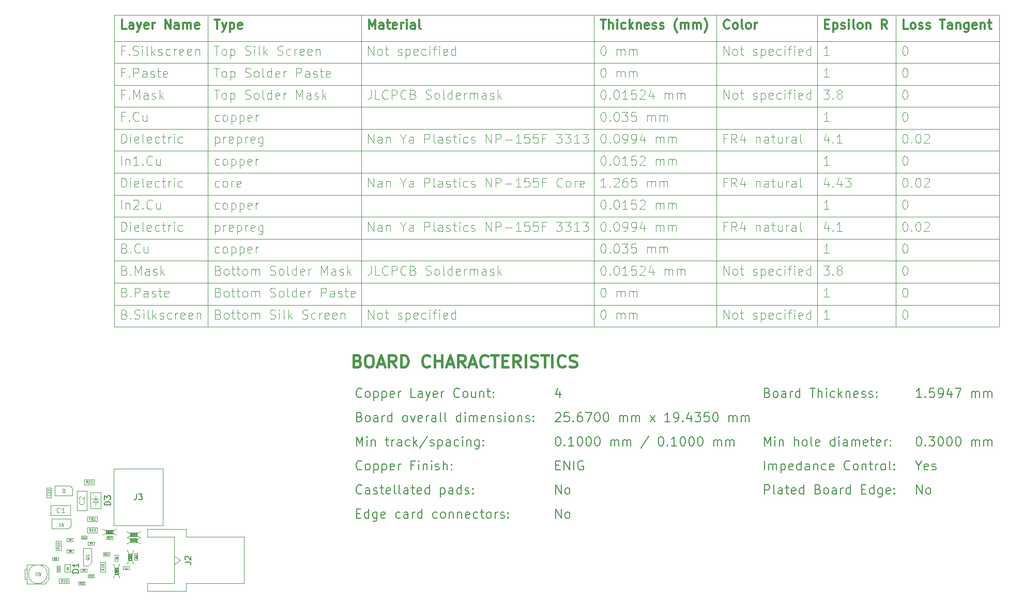
<source format=gbr>
%TF.GenerationSoftware,KiCad,Pcbnew,9.0.1-193-gcc69f8b9ae*%
%TF.CreationDate,2025-04-23T10:26:54+02:00*%
%TF.ProjectId,LowCapacitanceProbe,4c6f7743-6170-4616-9369-74616e636550,1.0.0*%
%TF.SameCoordinates,PX22404f8PY679ca88*%
%TF.FileFunction,AssemblyDrawing,Top*%
%FSLAX45Y45*%
G04 Gerber Fmt 4.5, Leading zero omitted, Abs format (unit mm)*
G04 Created by KiCad (PCBNEW 9.0.1-193-gcc69f8b9ae) date 2025-04-23 10:26:54*
%MOMM*%
%LPD*%
G01*
G04 APERTURE LIST*
%ADD10C,0.100000*%
%ADD11C,0.200000*%
%ADD12C,0.300000*%
%ADD13C,0.400000*%
%ADD14C,0.075000*%
%ADD15C,0.040000*%
%ADD16C,0.150000*%
%ADD17C,0.050000*%
%ADD18C,0.060000*%
%ADD19C,0.120000*%
G04 APERTURE END LIST*
D10*
X1558857Y7589300D02*
X16056000Y7589300D01*
X1558857Y8310500D02*
X16056000Y8310500D01*
X16056000Y9462500D02*
X16056000Y4343900D01*
X1558857Y4704500D02*
X16056000Y4704500D01*
X1558857Y6146900D02*
X16056000Y6146900D01*
X1558857Y9462500D02*
X16056000Y9462500D01*
X1558857Y9031700D02*
X16056000Y9031700D01*
X1558857Y6507500D02*
X16056000Y6507500D01*
X1558857Y5065100D02*
X16056000Y5065100D01*
X1558857Y7949900D02*
X16056000Y7949900D01*
X1558857Y6868100D02*
X16056000Y6868100D01*
X5604571Y9462500D02*
X5604571Y4343900D01*
X3097428Y9462500D02*
X3097428Y4343900D01*
X9418857Y9462500D02*
X9418857Y4343900D01*
X11421714Y9462500D02*
X11421714Y4343900D01*
X1558857Y9462500D02*
X1558857Y4343900D01*
X1558857Y4343900D02*
X16056000Y4343900D01*
X1558857Y7228700D02*
X16056000Y7228700D01*
X13071714Y9462500D02*
X13071714Y4343900D01*
X14360286Y9462500D02*
X14360286Y4343900D01*
X1558857Y8671100D02*
X16056000Y8671100D01*
X1558857Y5786300D02*
X16056000Y5786300D01*
X1558857Y5425700D02*
X16056000Y5425700D01*
X13174721Y5344077D02*
X13267579Y5344077D01*
X13267579Y5344077D02*
X13217579Y5286934D01*
X13217579Y5286934D02*
X13239007Y5286934D01*
X13239007Y5286934D02*
X13253293Y5279792D01*
X13253293Y5279792D02*
X13260436Y5272649D01*
X13260436Y5272649D02*
X13267579Y5258363D01*
X13267579Y5258363D02*
X13267579Y5222649D01*
X13267579Y5222649D02*
X13260436Y5208363D01*
X13260436Y5208363D02*
X13253293Y5201220D01*
X13253293Y5201220D02*
X13239007Y5194077D01*
X13239007Y5194077D02*
X13196150Y5194077D01*
X13196150Y5194077D02*
X13181864Y5201220D01*
X13181864Y5201220D02*
X13174721Y5208363D01*
X13331864Y5208363D02*
X13339007Y5201220D01*
X13339007Y5201220D02*
X13331864Y5194077D01*
X13331864Y5194077D02*
X13324721Y5201220D01*
X13324721Y5201220D02*
X13331864Y5208363D01*
X13331864Y5208363D02*
X13331864Y5194077D01*
X13424721Y5279792D02*
X13410436Y5286934D01*
X13410436Y5286934D02*
X13403293Y5294077D01*
X13403293Y5294077D02*
X13396150Y5308363D01*
X13396150Y5308363D02*
X13396150Y5315506D01*
X13396150Y5315506D02*
X13403293Y5329792D01*
X13403293Y5329792D02*
X13410436Y5336934D01*
X13410436Y5336934D02*
X13424721Y5344077D01*
X13424721Y5344077D02*
X13453293Y5344077D01*
X13453293Y5344077D02*
X13467579Y5336934D01*
X13467579Y5336934D02*
X13474721Y5329792D01*
X13474721Y5329792D02*
X13481864Y5315506D01*
X13481864Y5315506D02*
X13481864Y5308363D01*
X13481864Y5308363D02*
X13474721Y5294077D01*
X13474721Y5294077D02*
X13467579Y5286934D01*
X13467579Y5286934D02*
X13453293Y5279792D01*
X13453293Y5279792D02*
X13424721Y5279792D01*
X13424721Y5279792D02*
X13410436Y5272649D01*
X13410436Y5272649D02*
X13403293Y5265506D01*
X13403293Y5265506D02*
X13396150Y5251220D01*
X13396150Y5251220D02*
X13396150Y5222649D01*
X13396150Y5222649D02*
X13403293Y5208363D01*
X13403293Y5208363D02*
X13410436Y5201220D01*
X13410436Y5201220D02*
X13424721Y5194077D01*
X13424721Y5194077D02*
X13453293Y5194077D01*
X13453293Y5194077D02*
X13467579Y5201220D01*
X13467579Y5201220D02*
X13474721Y5208363D01*
X13474721Y5208363D02*
X13481864Y5222649D01*
X13481864Y5222649D02*
X13481864Y5251220D01*
X13481864Y5251220D02*
X13474721Y5265506D01*
X13474721Y5265506D02*
X13467579Y5272649D01*
X13467579Y5272649D02*
X13453293Y5279792D01*
D11*
X5528872Y2393097D02*
X5528872Y2543097D01*
X5528872Y2543097D02*
X5578872Y2435954D01*
X5578872Y2435954D02*
X5628872Y2543097D01*
X5628872Y2543097D02*
X5628872Y2393097D01*
X5700301Y2393097D02*
X5700301Y2493097D01*
X5700301Y2543097D02*
X5693158Y2535954D01*
X5693158Y2535954D02*
X5700301Y2528812D01*
X5700301Y2528812D02*
X5707443Y2535954D01*
X5707443Y2535954D02*
X5700301Y2543097D01*
X5700301Y2543097D02*
X5700301Y2528812D01*
X5771729Y2493097D02*
X5771729Y2393097D01*
X5771729Y2478812D02*
X5778872Y2485954D01*
X5778872Y2485954D02*
X5793158Y2493097D01*
X5793158Y2493097D02*
X5814586Y2493097D01*
X5814586Y2493097D02*
X5828872Y2485954D01*
X5828872Y2485954D02*
X5836015Y2471669D01*
X5836015Y2471669D02*
X5836015Y2393097D01*
X6000301Y2493097D02*
X6057443Y2493097D01*
X6021729Y2543097D02*
X6021729Y2414526D01*
X6021729Y2414526D02*
X6028872Y2400240D01*
X6028872Y2400240D02*
X6043158Y2393097D01*
X6043158Y2393097D02*
X6057443Y2393097D01*
X6107443Y2393097D02*
X6107443Y2493097D01*
X6107443Y2464526D02*
X6114586Y2478812D01*
X6114586Y2478812D02*
X6121729Y2485954D01*
X6121729Y2485954D02*
X6136015Y2493097D01*
X6136015Y2493097D02*
X6150301Y2493097D01*
X6264586Y2393097D02*
X6264586Y2471669D01*
X6264586Y2471669D02*
X6257443Y2485954D01*
X6257443Y2485954D02*
X6243158Y2493097D01*
X6243158Y2493097D02*
X6214586Y2493097D01*
X6214586Y2493097D02*
X6200301Y2485954D01*
X6264586Y2400240D02*
X6250301Y2393097D01*
X6250301Y2393097D02*
X6214586Y2393097D01*
X6214586Y2393097D02*
X6200301Y2400240D01*
X6200301Y2400240D02*
X6193158Y2414526D01*
X6193158Y2414526D02*
X6193158Y2428812D01*
X6193158Y2428812D02*
X6200301Y2443097D01*
X6200301Y2443097D02*
X6214586Y2450240D01*
X6214586Y2450240D02*
X6250301Y2450240D01*
X6250301Y2450240D02*
X6264586Y2457383D01*
X6400301Y2400240D02*
X6386015Y2393097D01*
X6386015Y2393097D02*
X6357443Y2393097D01*
X6357443Y2393097D02*
X6343158Y2400240D01*
X6343158Y2400240D02*
X6336015Y2407383D01*
X6336015Y2407383D02*
X6328872Y2421669D01*
X6328872Y2421669D02*
X6328872Y2464526D01*
X6328872Y2464526D02*
X6336015Y2478812D01*
X6336015Y2478812D02*
X6343158Y2485954D01*
X6343158Y2485954D02*
X6357443Y2493097D01*
X6357443Y2493097D02*
X6386015Y2493097D01*
X6386015Y2493097D02*
X6400301Y2485954D01*
X6464586Y2393097D02*
X6464586Y2543097D01*
X6478872Y2450240D02*
X6521729Y2393097D01*
X6521729Y2493097D02*
X6464586Y2435954D01*
X6693158Y2550240D02*
X6564586Y2357383D01*
X6736015Y2400240D02*
X6750301Y2393097D01*
X6750301Y2393097D02*
X6778872Y2393097D01*
X6778872Y2393097D02*
X6793158Y2400240D01*
X6793158Y2400240D02*
X6800301Y2414526D01*
X6800301Y2414526D02*
X6800301Y2421669D01*
X6800301Y2421669D02*
X6793158Y2435954D01*
X6793158Y2435954D02*
X6778872Y2443097D01*
X6778872Y2443097D02*
X6757444Y2443097D01*
X6757444Y2443097D02*
X6743158Y2450240D01*
X6743158Y2450240D02*
X6736015Y2464526D01*
X6736015Y2464526D02*
X6736015Y2471669D01*
X6736015Y2471669D02*
X6743158Y2485954D01*
X6743158Y2485954D02*
X6757444Y2493097D01*
X6757444Y2493097D02*
X6778872Y2493097D01*
X6778872Y2493097D02*
X6793158Y2485954D01*
X6864586Y2493097D02*
X6864586Y2343097D01*
X6864586Y2485954D02*
X6878872Y2493097D01*
X6878872Y2493097D02*
X6907444Y2493097D01*
X6907444Y2493097D02*
X6921729Y2485954D01*
X6921729Y2485954D02*
X6928872Y2478812D01*
X6928872Y2478812D02*
X6936015Y2464526D01*
X6936015Y2464526D02*
X6936015Y2421669D01*
X6936015Y2421669D02*
X6928872Y2407383D01*
X6928872Y2407383D02*
X6921729Y2400240D01*
X6921729Y2400240D02*
X6907444Y2393097D01*
X6907444Y2393097D02*
X6878872Y2393097D01*
X6878872Y2393097D02*
X6864586Y2400240D01*
X7064586Y2393097D02*
X7064586Y2471669D01*
X7064586Y2471669D02*
X7057444Y2485954D01*
X7057444Y2485954D02*
X7043158Y2493097D01*
X7043158Y2493097D02*
X7014586Y2493097D01*
X7014586Y2493097D02*
X7000301Y2485954D01*
X7064586Y2400240D02*
X7050301Y2393097D01*
X7050301Y2393097D02*
X7014586Y2393097D01*
X7014586Y2393097D02*
X7000301Y2400240D01*
X7000301Y2400240D02*
X6993158Y2414526D01*
X6993158Y2414526D02*
X6993158Y2428812D01*
X6993158Y2428812D02*
X7000301Y2443097D01*
X7000301Y2443097D02*
X7014586Y2450240D01*
X7014586Y2450240D02*
X7050301Y2450240D01*
X7050301Y2450240D02*
X7064586Y2457383D01*
X7200301Y2400240D02*
X7186015Y2393097D01*
X7186015Y2393097D02*
X7157444Y2393097D01*
X7157444Y2393097D02*
X7143158Y2400240D01*
X7143158Y2400240D02*
X7136015Y2407383D01*
X7136015Y2407383D02*
X7128872Y2421669D01*
X7128872Y2421669D02*
X7128872Y2464526D01*
X7128872Y2464526D02*
X7136015Y2478812D01*
X7136015Y2478812D02*
X7143158Y2485954D01*
X7143158Y2485954D02*
X7157444Y2493097D01*
X7157444Y2493097D02*
X7186015Y2493097D01*
X7186015Y2493097D02*
X7200301Y2485954D01*
X7264586Y2393097D02*
X7264586Y2493097D01*
X7264586Y2543097D02*
X7257444Y2535954D01*
X7257444Y2535954D02*
X7264586Y2528812D01*
X7264586Y2528812D02*
X7271729Y2535954D01*
X7271729Y2535954D02*
X7264586Y2543097D01*
X7264586Y2543097D02*
X7264586Y2528812D01*
X7336015Y2493097D02*
X7336015Y2393097D01*
X7336015Y2478812D02*
X7343158Y2485954D01*
X7343158Y2485954D02*
X7357444Y2493097D01*
X7357444Y2493097D02*
X7378872Y2493097D01*
X7378872Y2493097D02*
X7393158Y2485954D01*
X7393158Y2485954D02*
X7400301Y2471669D01*
X7400301Y2471669D02*
X7400301Y2393097D01*
X7536015Y2493097D02*
X7536015Y2371669D01*
X7536015Y2371669D02*
X7528872Y2357383D01*
X7528872Y2357383D02*
X7521729Y2350240D01*
X7521729Y2350240D02*
X7507444Y2343097D01*
X7507444Y2343097D02*
X7486015Y2343097D01*
X7486015Y2343097D02*
X7471729Y2350240D01*
X7536015Y2400240D02*
X7521729Y2393097D01*
X7521729Y2393097D02*
X7493158Y2393097D01*
X7493158Y2393097D02*
X7478872Y2400240D01*
X7478872Y2400240D02*
X7471729Y2407383D01*
X7471729Y2407383D02*
X7464586Y2421669D01*
X7464586Y2421669D02*
X7464586Y2464526D01*
X7464586Y2464526D02*
X7471729Y2478812D01*
X7471729Y2478812D02*
X7478872Y2485954D01*
X7478872Y2485954D02*
X7493158Y2493097D01*
X7493158Y2493097D02*
X7521729Y2493097D01*
X7521729Y2493097D02*
X7536015Y2485954D01*
X7607444Y2407383D02*
X7614586Y2400240D01*
X7614586Y2400240D02*
X7607444Y2393097D01*
X7607444Y2393097D02*
X7600301Y2400240D01*
X7600301Y2400240D02*
X7607444Y2407383D01*
X7607444Y2407383D02*
X7607444Y2393097D01*
X7607444Y2485954D02*
X7614586Y2478812D01*
X7614586Y2478812D02*
X7607444Y2471669D01*
X7607444Y2471669D02*
X7600301Y2478812D01*
X7600301Y2478812D02*
X7607444Y2485954D01*
X7607444Y2485954D02*
X7607444Y2471669D01*
D10*
X9564721Y7507677D02*
X9579007Y7507677D01*
X9579007Y7507677D02*
X9593293Y7500534D01*
X9593293Y7500534D02*
X9600436Y7493391D01*
X9600436Y7493391D02*
X9607579Y7479106D01*
X9607579Y7479106D02*
X9614721Y7450534D01*
X9614721Y7450534D02*
X9614721Y7414820D01*
X9614721Y7414820D02*
X9607579Y7386249D01*
X9607579Y7386249D02*
X9600436Y7371963D01*
X9600436Y7371963D02*
X9593293Y7364820D01*
X9593293Y7364820D02*
X9579007Y7357677D01*
X9579007Y7357677D02*
X9564721Y7357677D01*
X9564721Y7357677D02*
X9550436Y7364820D01*
X9550436Y7364820D02*
X9543293Y7371963D01*
X9543293Y7371963D02*
X9536150Y7386249D01*
X9536150Y7386249D02*
X9529007Y7414820D01*
X9529007Y7414820D02*
X9529007Y7450534D01*
X9529007Y7450534D02*
X9536150Y7479106D01*
X9536150Y7479106D02*
X9543293Y7493391D01*
X9543293Y7493391D02*
X9550436Y7500534D01*
X9550436Y7500534D02*
X9564721Y7507677D01*
X9679007Y7371963D02*
X9686150Y7364820D01*
X9686150Y7364820D02*
X9679007Y7357677D01*
X9679007Y7357677D02*
X9671864Y7364820D01*
X9671864Y7364820D02*
X9679007Y7371963D01*
X9679007Y7371963D02*
X9679007Y7357677D01*
X9779007Y7507677D02*
X9793293Y7507677D01*
X9793293Y7507677D02*
X9807579Y7500534D01*
X9807579Y7500534D02*
X9814721Y7493391D01*
X9814721Y7493391D02*
X9821864Y7479106D01*
X9821864Y7479106D02*
X9829007Y7450534D01*
X9829007Y7450534D02*
X9829007Y7414820D01*
X9829007Y7414820D02*
X9821864Y7386249D01*
X9821864Y7386249D02*
X9814721Y7371963D01*
X9814721Y7371963D02*
X9807579Y7364820D01*
X9807579Y7364820D02*
X9793293Y7357677D01*
X9793293Y7357677D02*
X9779007Y7357677D01*
X9779007Y7357677D02*
X9764721Y7364820D01*
X9764721Y7364820D02*
X9757579Y7371963D01*
X9757579Y7371963D02*
X9750436Y7386249D01*
X9750436Y7386249D02*
X9743293Y7414820D01*
X9743293Y7414820D02*
X9743293Y7450534D01*
X9743293Y7450534D02*
X9750436Y7479106D01*
X9750436Y7479106D02*
X9757579Y7493391D01*
X9757579Y7493391D02*
X9764721Y7500534D01*
X9764721Y7500534D02*
X9779007Y7507677D01*
X9900436Y7357677D02*
X9929007Y7357677D01*
X9929007Y7357677D02*
X9943293Y7364820D01*
X9943293Y7364820D02*
X9950436Y7371963D01*
X9950436Y7371963D02*
X9964721Y7393391D01*
X9964721Y7393391D02*
X9971864Y7421963D01*
X9971864Y7421963D02*
X9971864Y7479106D01*
X9971864Y7479106D02*
X9964721Y7493391D01*
X9964721Y7493391D02*
X9957579Y7500534D01*
X9957579Y7500534D02*
X9943293Y7507677D01*
X9943293Y7507677D02*
X9914721Y7507677D01*
X9914721Y7507677D02*
X9900436Y7500534D01*
X9900436Y7500534D02*
X9893293Y7493391D01*
X9893293Y7493391D02*
X9886150Y7479106D01*
X9886150Y7479106D02*
X9886150Y7443391D01*
X9886150Y7443391D02*
X9893293Y7429106D01*
X9893293Y7429106D02*
X9900436Y7421963D01*
X9900436Y7421963D02*
X9914721Y7414820D01*
X9914721Y7414820D02*
X9943293Y7414820D01*
X9943293Y7414820D02*
X9957579Y7421963D01*
X9957579Y7421963D02*
X9964721Y7429106D01*
X9964721Y7429106D02*
X9971864Y7443391D01*
X10043293Y7357677D02*
X10071864Y7357677D01*
X10071864Y7357677D02*
X10086150Y7364820D01*
X10086150Y7364820D02*
X10093293Y7371963D01*
X10093293Y7371963D02*
X10107578Y7393391D01*
X10107578Y7393391D02*
X10114721Y7421963D01*
X10114721Y7421963D02*
X10114721Y7479106D01*
X10114721Y7479106D02*
X10107578Y7493391D01*
X10107578Y7493391D02*
X10100436Y7500534D01*
X10100436Y7500534D02*
X10086150Y7507677D01*
X10086150Y7507677D02*
X10057578Y7507677D01*
X10057578Y7507677D02*
X10043293Y7500534D01*
X10043293Y7500534D02*
X10036150Y7493391D01*
X10036150Y7493391D02*
X10029007Y7479106D01*
X10029007Y7479106D02*
X10029007Y7443391D01*
X10029007Y7443391D02*
X10036150Y7429106D01*
X10036150Y7429106D02*
X10043293Y7421963D01*
X10043293Y7421963D02*
X10057578Y7414820D01*
X10057578Y7414820D02*
X10086150Y7414820D01*
X10086150Y7414820D02*
X10100436Y7421963D01*
X10100436Y7421963D02*
X10107578Y7429106D01*
X10107578Y7429106D02*
X10114721Y7443391D01*
X10243293Y7457677D02*
X10243293Y7357677D01*
X10207578Y7514820D02*
X10171864Y7407677D01*
X10171864Y7407677D02*
X10264721Y7407677D01*
X10436150Y7357677D02*
X10436150Y7457677D01*
X10436150Y7443391D02*
X10443293Y7450534D01*
X10443293Y7450534D02*
X10457578Y7457677D01*
X10457578Y7457677D02*
X10479007Y7457677D01*
X10479007Y7457677D02*
X10493293Y7450534D01*
X10493293Y7450534D02*
X10500436Y7436249D01*
X10500436Y7436249D02*
X10500436Y7357677D01*
X10500436Y7436249D02*
X10507578Y7450534D01*
X10507578Y7450534D02*
X10521864Y7457677D01*
X10521864Y7457677D02*
X10543293Y7457677D01*
X10543293Y7457677D02*
X10557578Y7450534D01*
X10557578Y7450534D02*
X10564721Y7436249D01*
X10564721Y7436249D02*
X10564721Y7357677D01*
X10636150Y7357677D02*
X10636150Y7457677D01*
X10636150Y7443391D02*
X10643293Y7450534D01*
X10643293Y7450534D02*
X10657578Y7457677D01*
X10657578Y7457677D02*
X10679007Y7457677D01*
X10679007Y7457677D02*
X10693293Y7450534D01*
X10693293Y7450534D02*
X10700436Y7436249D01*
X10700436Y7436249D02*
X10700436Y7357677D01*
X10700436Y7436249D02*
X10707578Y7450534D01*
X10707578Y7450534D02*
X10721864Y7457677D01*
X10721864Y7457677D02*
X10743293Y7457677D01*
X10743293Y7457677D02*
X10757578Y7450534D01*
X10757578Y7450534D02*
X10764721Y7436249D01*
X10764721Y7436249D02*
X10764721Y7357677D01*
D12*
X9527879Y9381917D02*
X9613594Y9381917D01*
X9570736Y9231917D02*
X9570736Y9381917D01*
X9663594Y9231917D02*
X9663594Y9381917D01*
X9727879Y9231917D02*
X9727879Y9310489D01*
X9727879Y9310489D02*
X9720736Y9324774D01*
X9720736Y9324774D02*
X9706451Y9331917D01*
X9706451Y9331917D02*
X9685022Y9331917D01*
X9685022Y9331917D02*
X9670736Y9324774D01*
X9670736Y9324774D02*
X9663594Y9317632D01*
X9799308Y9231917D02*
X9799308Y9331917D01*
X9799308Y9381917D02*
X9792165Y9374774D01*
X9792165Y9374774D02*
X9799308Y9367632D01*
X9799308Y9367632D02*
X9806451Y9374774D01*
X9806451Y9374774D02*
X9799308Y9381917D01*
X9799308Y9381917D02*
X9799308Y9367632D01*
X9935022Y9239060D02*
X9920736Y9231917D01*
X9920736Y9231917D02*
X9892165Y9231917D01*
X9892165Y9231917D02*
X9877879Y9239060D01*
X9877879Y9239060D02*
X9870736Y9246203D01*
X9870736Y9246203D02*
X9863594Y9260489D01*
X9863594Y9260489D02*
X9863594Y9303346D01*
X9863594Y9303346D02*
X9870736Y9317632D01*
X9870736Y9317632D02*
X9877879Y9324774D01*
X9877879Y9324774D02*
X9892165Y9331917D01*
X9892165Y9331917D02*
X9920736Y9331917D01*
X9920736Y9331917D02*
X9935022Y9324774D01*
X9999308Y9231917D02*
X9999308Y9381917D01*
X10013594Y9289060D02*
X10056451Y9231917D01*
X10056451Y9331917D02*
X9999308Y9274774D01*
X10120736Y9331917D02*
X10120736Y9231917D01*
X10120736Y9317632D02*
X10127879Y9324774D01*
X10127879Y9324774D02*
X10142165Y9331917D01*
X10142165Y9331917D02*
X10163594Y9331917D01*
X10163594Y9331917D02*
X10177879Y9324774D01*
X10177879Y9324774D02*
X10185022Y9310489D01*
X10185022Y9310489D02*
X10185022Y9231917D01*
X10313594Y9239060D02*
X10299308Y9231917D01*
X10299308Y9231917D02*
X10270737Y9231917D01*
X10270737Y9231917D02*
X10256451Y9239060D01*
X10256451Y9239060D02*
X10249308Y9253346D01*
X10249308Y9253346D02*
X10249308Y9310489D01*
X10249308Y9310489D02*
X10256451Y9324774D01*
X10256451Y9324774D02*
X10270737Y9331917D01*
X10270737Y9331917D02*
X10299308Y9331917D01*
X10299308Y9331917D02*
X10313594Y9324774D01*
X10313594Y9324774D02*
X10320737Y9310489D01*
X10320737Y9310489D02*
X10320737Y9296203D01*
X10320737Y9296203D02*
X10249308Y9281917D01*
X10377879Y9239060D02*
X10392165Y9231917D01*
X10392165Y9231917D02*
X10420736Y9231917D01*
X10420736Y9231917D02*
X10435022Y9239060D01*
X10435022Y9239060D02*
X10442165Y9253346D01*
X10442165Y9253346D02*
X10442165Y9260489D01*
X10442165Y9260489D02*
X10435022Y9274774D01*
X10435022Y9274774D02*
X10420736Y9281917D01*
X10420736Y9281917D02*
X10399308Y9281917D01*
X10399308Y9281917D02*
X10385022Y9289060D01*
X10385022Y9289060D02*
X10377879Y9303346D01*
X10377879Y9303346D02*
X10377879Y9310489D01*
X10377879Y9310489D02*
X10385022Y9324774D01*
X10385022Y9324774D02*
X10399308Y9331917D01*
X10399308Y9331917D02*
X10420736Y9331917D01*
X10420736Y9331917D02*
X10435022Y9324774D01*
X10499308Y9239060D02*
X10513594Y9231917D01*
X10513594Y9231917D02*
X10542165Y9231917D01*
X10542165Y9231917D02*
X10556451Y9239060D01*
X10556451Y9239060D02*
X10563594Y9253346D01*
X10563594Y9253346D02*
X10563594Y9260489D01*
X10563594Y9260489D02*
X10556451Y9274774D01*
X10556451Y9274774D02*
X10542165Y9281917D01*
X10542165Y9281917D02*
X10520737Y9281917D01*
X10520737Y9281917D02*
X10506451Y9289060D01*
X10506451Y9289060D02*
X10499308Y9303346D01*
X10499308Y9303346D02*
X10499308Y9310489D01*
X10499308Y9310489D02*
X10506451Y9324774D01*
X10506451Y9324774D02*
X10520737Y9331917D01*
X10520737Y9331917D02*
X10542165Y9331917D01*
X10542165Y9331917D02*
X10556451Y9324774D01*
X10785022Y9174774D02*
X10777879Y9181917D01*
X10777879Y9181917D02*
X10763594Y9203346D01*
X10763594Y9203346D02*
X10756451Y9217632D01*
X10756451Y9217632D02*
X10749308Y9239060D01*
X10749308Y9239060D02*
X10742165Y9274774D01*
X10742165Y9274774D02*
X10742165Y9303346D01*
X10742165Y9303346D02*
X10749308Y9339060D01*
X10749308Y9339060D02*
X10756451Y9360489D01*
X10756451Y9360489D02*
X10763594Y9374774D01*
X10763594Y9374774D02*
X10777879Y9396203D01*
X10777879Y9396203D02*
X10785022Y9403346D01*
X10842165Y9231917D02*
X10842165Y9331917D01*
X10842165Y9317632D02*
X10849308Y9324774D01*
X10849308Y9324774D02*
X10863594Y9331917D01*
X10863594Y9331917D02*
X10885022Y9331917D01*
X10885022Y9331917D02*
X10899308Y9324774D01*
X10899308Y9324774D02*
X10906451Y9310489D01*
X10906451Y9310489D02*
X10906451Y9231917D01*
X10906451Y9310489D02*
X10913594Y9324774D01*
X10913594Y9324774D02*
X10927879Y9331917D01*
X10927879Y9331917D02*
X10949308Y9331917D01*
X10949308Y9331917D02*
X10963594Y9324774D01*
X10963594Y9324774D02*
X10970737Y9310489D01*
X10970737Y9310489D02*
X10970737Y9231917D01*
X11042165Y9231917D02*
X11042165Y9331917D01*
X11042165Y9317632D02*
X11049308Y9324774D01*
X11049308Y9324774D02*
X11063594Y9331917D01*
X11063594Y9331917D02*
X11085022Y9331917D01*
X11085022Y9331917D02*
X11099308Y9324774D01*
X11099308Y9324774D02*
X11106451Y9310489D01*
X11106451Y9310489D02*
X11106451Y9231917D01*
X11106451Y9310489D02*
X11113594Y9324774D01*
X11113594Y9324774D02*
X11127879Y9331917D01*
X11127879Y9331917D02*
X11149308Y9331917D01*
X11149308Y9331917D02*
X11163594Y9324774D01*
X11163594Y9324774D02*
X11170737Y9310489D01*
X11170737Y9310489D02*
X11170737Y9231917D01*
X11227879Y9174774D02*
X11235022Y9181917D01*
X11235022Y9181917D02*
X11249308Y9203346D01*
X11249308Y9203346D02*
X11256451Y9217632D01*
X11256451Y9217632D02*
X11263594Y9239060D01*
X11263594Y9239060D02*
X11270736Y9274774D01*
X11270736Y9274774D02*
X11270736Y9303346D01*
X11270736Y9303346D02*
X11263594Y9339060D01*
X11263594Y9339060D02*
X11256451Y9360489D01*
X11256451Y9360489D02*
X11249308Y9374774D01*
X11249308Y9374774D02*
X11235022Y9396203D01*
X11235022Y9396203D02*
X11227879Y9403346D01*
D10*
X3279007Y7004220D02*
X3264722Y6997077D01*
X3264722Y6997077D02*
X3236150Y6997077D01*
X3236150Y6997077D02*
X3221864Y7004220D01*
X3221864Y7004220D02*
X3214722Y7011363D01*
X3214722Y7011363D02*
X3207579Y7025649D01*
X3207579Y7025649D02*
X3207579Y7068506D01*
X3207579Y7068506D02*
X3214722Y7082791D01*
X3214722Y7082791D02*
X3221864Y7089934D01*
X3221864Y7089934D02*
X3236150Y7097077D01*
X3236150Y7097077D02*
X3264722Y7097077D01*
X3264722Y7097077D02*
X3279007Y7089934D01*
X3364722Y6997077D02*
X3350436Y7004220D01*
X3350436Y7004220D02*
X3343293Y7011363D01*
X3343293Y7011363D02*
X3336150Y7025649D01*
X3336150Y7025649D02*
X3336150Y7068506D01*
X3336150Y7068506D02*
X3343293Y7082791D01*
X3343293Y7082791D02*
X3350436Y7089934D01*
X3350436Y7089934D02*
X3364722Y7097077D01*
X3364722Y7097077D02*
X3386150Y7097077D01*
X3386150Y7097077D02*
X3400436Y7089934D01*
X3400436Y7089934D02*
X3407579Y7082791D01*
X3407579Y7082791D02*
X3414722Y7068506D01*
X3414722Y7068506D02*
X3414722Y7025649D01*
X3414722Y7025649D02*
X3407579Y7011363D01*
X3407579Y7011363D02*
X3400436Y7004220D01*
X3400436Y7004220D02*
X3386150Y6997077D01*
X3386150Y6997077D02*
X3364722Y6997077D01*
X3479007Y7097077D02*
X3479007Y6947077D01*
X3479007Y7089934D02*
X3493293Y7097077D01*
X3493293Y7097077D02*
X3521864Y7097077D01*
X3521864Y7097077D02*
X3536150Y7089934D01*
X3536150Y7089934D02*
X3543293Y7082791D01*
X3543293Y7082791D02*
X3550436Y7068506D01*
X3550436Y7068506D02*
X3550436Y7025649D01*
X3550436Y7025649D02*
X3543293Y7011363D01*
X3543293Y7011363D02*
X3536150Y7004220D01*
X3536150Y7004220D02*
X3521864Y6997077D01*
X3521864Y6997077D02*
X3493293Y6997077D01*
X3493293Y6997077D02*
X3479007Y7004220D01*
X3614722Y7097077D02*
X3614722Y6947077D01*
X3614722Y7089934D02*
X3629007Y7097077D01*
X3629007Y7097077D02*
X3657579Y7097077D01*
X3657579Y7097077D02*
X3671864Y7089934D01*
X3671864Y7089934D02*
X3679007Y7082791D01*
X3679007Y7082791D02*
X3686150Y7068506D01*
X3686150Y7068506D02*
X3686150Y7025649D01*
X3686150Y7025649D02*
X3679007Y7011363D01*
X3679007Y7011363D02*
X3671864Y7004220D01*
X3671864Y7004220D02*
X3657579Y6997077D01*
X3657579Y6997077D02*
X3629007Y6997077D01*
X3629007Y6997077D02*
X3614722Y7004220D01*
X3807579Y7004220D02*
X3793293Y6997077D01*
X3793293Y6997077D02*
X3764722Y6997077D01*
X3764722Y6997077D02*
X3750436Y7004220D01*
X3750436Y7004220D02*
X3743293Y7018506D01*
X3743293Y7018506D02*
X3743293Y7075649D01*
X3743293Y7075649D02*
X3750436Y7089934D01*
X3750436Y7089934D02*
X3764722Y7097077D01*
X3764722Y7097077D02*
X3793293Y7097077D01*
X3793293Y7097077D02*
X3807579Y7089934D01*
X3807579Y7089934D02*
X3814722Y7075649D01*
X3814722Y7075649D02*
X3814722Y7061363D01*
X3814722Y7061363D02*
X3743293Y7047077D01*
X3879007Y6997077D02*
X3879007Y7097077D01*
X3879007Y7068506D02*
X3886150Y7082791D01*
X3886150Y7082791D02*
X3893293Y7089934D01*
X3893293Y7089934D02*
X3907579Y7097077D01*
X3907579Y7097077D02*
X3921864Y7097077D01*
X11589007Y5993849D02*
X11539007Y5993849D01*
X11539007Y5915277D02*
X11539007Y6065277D01*
X11539007Y6065277D02*
X11610436Y6065277D01*
X11753293Y5915277D02*
X11703293Y5986706D01*
X11667578Y5915277D02*
X11667578Y6065277D01*
X11667578Y6065277D02*
X11724721Y6065277D01*
X11724721Y6065277D02*
X11739007Y6058134D01*
X11739007Y6058134D02*
X11746150Y6050991D01*
X11746150Y6050991D02*
X11753293Y6036706D01*
X11753293Y6036706D02*
X11753293Y6015277D01*
X11753293Y6015277D02*
X11746150Y6000991D01*
X11746150Y6000991D02*
X11739007Y5993849D01*
X11739007Y5993849D02*
X11724721Y5986706D01*
X11724721Y5986706D02*
X11667578Y5986706D01*
X11881864Y6015277D02*
X11881864Y5915277D01*
X11846150Y6072420D02*
X11810436Y5965277D01*
X11810436Y5965277D02*
X11903293Y5965277D01*
X12074721Y6015277D02*
X12074721Y5915277D01*
X12074721Y6000991D02*
X12081864Y6008134D01*
X12081864Y6008134D02*
X12096150Y6015277D01*
X12096150Y6015277D02*
X12117578Y6015277D01*
X12117578Y6015277D02*
X12131864Y6008134D01*
X12131864Y6008134D02*
X12139007Y5993849D01*
X12139007Y5993849D02*
X12139007Y5915277D01*
X12274721Y5915277D02*
X12274721Y5993849D01*
X12274721Y5993849D02*
X12267578Y6008134D01*
X12267578Y6008134D02*
X12253293Y6015277D01*
X12253293Y6015277D02*
X12224721Y6015277D01*
X12224721Y6015277D02*
X12210436Y6008134D01*
X12274721Y5922420D02*
X12260436Y5915277D01*
X12260436Y5915277D02*
X12224721Y5915277D01*
X12224721Y5915277D02*
X12210436Y5922420D01*
X12210436Y5922420D02*
X12203293Y5936706D01*
X12203293Y5936706D02*
X12203293Y5950991D01*
X12203293Y5950991D02*
X12210436Y5965277D01*
X12210436Y5965277D02*
X12224721Y5972420D01*
X12224721Y5972420D02*
X12260436Y5972420D01*
X12260436Y5972420D02*
X12274721Y5979563D01*
X12324721Y6015277D02*
X12381864Y6015277D01*
X12346150Y6065277D02*
X12346150Y5936706D01*
X12346150Y5936706D02*
X12353293Y5922420D01*
X12353293Y5922420D02*
X12367578Y5915277D01*
X12367578Y5915277D02*
X12381864Y5915277D01*
X12496150Y6015277D02*
X12496150Y5915277D01*
X12431864Y6015277D02*
X12431864Y5936706D01*
X12431864Y5936706D02*
X12439007Y5922420D01*
X12439007Y5922420D02*
X12453293Y5915277D01*
X12453293Y5915277D02*
X12474721Y5915277D01*
X12474721Y5915277D02*
X12489007Y5922420D01*
X12489007Y5922420D02*
X12496150Y5929563D01*
X12567578Y5915277D02*
X12567578Y6015277D01*
X12567578Y5986706D02*
X12574721Y6000991D01*
X12574721Y6000991D02*
X12581864Y6008134D01*
X12581864Y6008134D02*
X12596150Y6015277D01*
X12596150Y6015277D02*
X12610436Y6015277D01*
X12724721Y5915277D02*
X12724721Y5993849D01*
X12724721Y5993849D02*
X12717578Y6008134D01*
X12717578Y6008134D02*
X12703293Y6015277D01*
X12703293Y6015277D02*
X12674721Y6015277D01*
X12674721Y6015277D02*
X12660436Y6008134D01*
X12724721Y5922420D02*
X12710436Y5915277D01*
X12710436Y5915277D02*
X12674721Y5915277D01*
X12674721Y5915277D02*
X12660436Y5922420D01*
X12660436Y5922420D02*
X12653293Y5936706D01*
X12653293Y5936706D02*
X12653293Y5950991D01*
X12653293Y5950991D02*
X12660436Y5965277D01*
X12660436Y5965277D02*
X12674721Y5972420D01*
X12674721Y5972420D02*
X12710436Y5972420D01*
X12710436Y5972420D02*
X12724721Y5979563D01*
X12817578Y5915277D02*
X12803293Y5922420D01*
X12803293Y5922420D02*
X12796150Y5936706D01*
X12796150Y5936706D02*
X12796150Y6065277D01*
X5721864Y8800077D02*
X5721864Y8950077D01*
X5721864Y8950077D02*
X5807579Y8800077D01*
X5807579Y8800077D02*
X5807579Y8950077D01*
X5900436Y8800077D02*
X5886150Y8807220D01*
X5886150Y8807220D02*
X5879007Y8814363D01*
X5879007Y8814363D02*
X5871864Y8828649D01*
X5871864Y8828649D02*
X5871864Y8871506D01*
X5871864Y8871506D02*
X5879007Y8885792D01*
X5879007Y8885792D02*
X5886150Y8892934D01*
X5886150Y8892934D02*
X5900436Y8900077D01*
X5900436Y8900077D02*
X5921864Y8900077D01*
X5921864Y8900077D02*
X5936150Y8892934D01*
X5936150Y8892934D02*
X5943293Y8885792D01*
X5943293Y8885792D02*
X5950436Y8871506D01*
X5950436Y8871506D02*
X5950436Y8828649D01*
X5950436Y8828649D02*
X5943293Y8814363D01*
X5943293Y8814363D02*
X5936150Y8807220D01*
X5936150Y8807220D02*
X5921864Y8800077D01*
X5921864Y8800077D02*
X5900436Y8800077D01*
X5993293Y8900077D02*
X6050436Y8900077D01*
X6014722Y8950077D02*
X6014722Y8821506D01*
X6014722Y8821506D02*
X6021864Y8807220D01*
X6021864Y8807220D02*
X6036150Y8800077D01*
X6036150Y8800077D02*
X6050436Y8800077D01*
X6207579Y8807220D02*
X6221864Y8800077D01*
X6221864Y8800077D02*
X6250436Y8800077D01*
X6250436Y8800077D02*
X6264722Y8807220D01*
X6264722Y8807220D02*
X6271864Y8821506D01*
X6271864Y8821506D02*
X6271864Y8828649D01*
X6271864Y8828649D02*
X6264722Y8842934D01*
X6264722Y8842934D02*
X6250436Y8850077D01*
X6250436Y8850077D02*
X6229007Y8850077D01*
X6229007Y8850077D02*
X6214722Y8857220D01*
X6214722Y8857220D02*
X6207579Y8871506D01*
X6207579Y8871506D02*
X6207579Y8878649D01*
X6207579Y8878649D02*
X6214722Y8892934D01*
X6214722Y8892934D02*
X6229007Y8900077D01*
X6229007Y8900077D02*
X6250436Y8900077D01*
X6250436Y8900077D02*
X6264722Y8892934D01*
X6336150Y8900077D02*
X6336150Y8750077D01*
X6336150Y8892934D02*
X6350436Y8900077D01*
X6350436Y8900077D02*
X6379007Y8900077D01*
X6379007Y8900077D02*
X6393293Y8892934D01*
X6393293Y8892934D02*
X6400436Y8885792D01*
X6400436Y8885792D02*
X6407579Y8871506D01*
X6407579Y8871506D02*
X6407579Y8828649D01*
X6407579Y8828649D02*
X6400436Y8814363D01*
X6400436Y8814363D02*
X6393293Y8807220D01*
X6393293Y8807220D02*
X6379007Y8800077D01*
X6379007Y8800077D02*
X6350436Y8800077D01*
X6350436Y8800077D02*
X6336150Y8807220D01*
X6529007Y8807220D02*
X6514722Y8800077D01*
X6514722Y8800077D02*
X6486150Y8800077D01*
X6486150Y8800077D02*
X6471864Y8807220D01*
X6471864Y8807220D02*
X6464722Y8821506D01*
X6464722Y8821506D02*
X6464722Y8878649D01*
X6464722Y8878649D02*
X6471864Y8892934D01*
X6471864Y8892934D02*
X6486150Y8900077D01*
X6486150Y8900077D02*
X6514722Y8900077D01*
X6514722Y8900077D02*
X6529007Y8892934D01*
X6529007Y8892934D02*
X6536150Y8878649D01*
X6536150Y8878649D02*
X6536150Y8864363D01*
X6536150Y8864363D02*
X6464722Y8850077D01*
X6664722Y8807220D02*
X6650436Y8800077D01*
X6650436Y8800077D02*
X6621864Y8800077D01*
X6621864Y8800077D02*
X6607579Y8807220D01*
X6607579Y8807220D02*
X6600436Y8814363D01*
X6600436Y8814363D02*
X6593293Y8828649D01*
X6593293Y8828649D02*
X6593293Y8871506D01*
X6593293Y8871506D02*
X6600436Y8885792D01*
X6600436Y8885792D02*
X6607579Y8892934D01*
X6607579Y8892934D02*
X6621864Y8900077D01*
X6621864Y8900077D02*
X6650436Y8900077D01*
X6650436Y8900077D02*
X6664722Y8892934D01*
X6729007Y8800077D02*
X6729007Y8900077D01*
X6729007Y8950077D02*
X6721864Y8942934D01*
X6721864Y8942934D02*
X6729007Y8935792D01*
X6729007Y8935792D02*
X6736150Y8942934D01*
X6736150Y8942934D02*
X6729007Y8950077D01*
X6729007Y8950077D02*
X6729007Y8935792D01*
X6779007Y8900077D02*
X6836150Y8900077D01*
X6800436Y8800077D02*
X6800436Y8928649D01*
X6800436Y8928649D02*
X6807579Y8942934D01*
X6807579Y8942934D02*
X6821864Y8950077D01*
X6821864Y8950077D02*
X6836150Y8950077D01*
X6886150Y8800077D02*
X6886150Y8900077D01*
X6886150Y8950077D02*
X6879007Y8942934D01*
X6879007Y8942934D02*
X6886150Y8935792D01*
X6886150Y8935792D02*
X6893293Y8942934D01*
X6893293Y8942934D02*
X6886150Y8950077D01*
X6886150Y8950077D02*
X6886150Y8935792D01*
X7014722Y8807220D02*
X7000436Y8800077D01*
X7000436Y8800077D02*
X6971865Y8800077D01*
X6971865Y8800077D02*
X6957579Y8807220D01*
X6957579Y8807220D02*
X6950436Y8821506D01*
X6950436Y8821506D02*
X6950436Y8878649D01*
X6950436Y8878649D02*
X6957579Y8892934D01*
X6957579Y8892934D02*
X6971865Y8900077D01*
X6971865Y8900077D02*
X7000436Y8900077D01*
X7000436Y8900077D02*
X7014722Y8892934D01*
X7014722Y8892934D02*
X7021865Y8878649D01*
X7021865Y8878649D02*
X7021865Y8864363D01*
X7021865Y8864363D02*
X6950436Y8850077D01*
X7150436Y8800077D02*
X7150436Y8950077D01*
X7150436Y8807220D02*
X7136150Y8800077D01*
X7136150Y8800077D02*
X7107579Y8800077D01*
X7107579Y8800077D02*
X7093293Y8807220D01*
X7093293Y8807220D02*
X7086150Y8814363D01*
X7086150Y8814363D02*
X7079007Y8828649D01*
X7079007Y8828649D02*
X7079007Y8871506D01*
X7079007Y8871506D02*
X7086150Y8885792D01*
X7086150Y8885792D02*
X7093293Y8892934D01*
X7093293Y8892934D02*
X7107579Y8900077D01*
X7107579Y8900077D02*
X7136150Y8900077D01*
X7136150Y8900077D02*
X7150436Y8892934D01*
X1676150Y7357677D02*
X1676150Y7507677D01*
X1676150Y7507677D02*
X1711864Y7507677D01*
X1711864Y7507677D02*
X1733293Y7500534D01*
X1733293Y7500534D02*
X1747579Y7486249D01*
X1747579Y7486249D02*
X1754722Y7471963D01*
X1754722Y7471963D02*
X1761864Y7443391D01*
X1761864Y7443391D02*
X1761864Y7421963D01*
X1761864Y7421963D02*
X1754722Y7393391D01*
X1754722Y7393391D02*
X1747579Y7379106D01*
X1747579Y7379106D02*
X1733293Y7364820D01*
X1733293Y7364820D02*
X1711864Y7357677D01*
X1711864Y7357677D02*
X1676150Y7357677D01*
X1826150Y7357677D02*
X1826150Y7457677D01*
X1826150Y7507677D02*
X1819007Y7500534D01*
X1819007Y7500534D02*
X1826150Y7493391D01*
X1826150Y7493391D02*
X1833293Y7500534D01*
X1833293Y7500534D02*
X1826150Y7507677D01*
X1826150Y7507677D02*
X1826150Y7493391D01*
X1954722Y7364820D02*
X1940436Y7357677D01*
X1940436Y7357677D02*
X1911865Y7357677D01*
X1911865Y7357677D02*
X1897579Y7364820D01*
X1897579Y7364820D02*
X1890436Y7379106D01*
X1890436Y7379106D02*
X1890436Y7436249D01*
X1890436Y7436249D02*
X1897579Y7450534D01*
X1897579Y7450534D02*
X1911865Y7457677D01*
X1911865Y7457677D02*
X1940436Y7457677D01*
X1940436Y7457677D02*
X1954722Y7450534D01*
X1954722Y7450534D02*
X1961865Y7436249D01*
X1961865Y7436249D02*
X1961865Y7421963D01*
X1961865Y7421963D02*
X1890436Y7407677D01*
X2047579Y7357677D02*
X2033293Y7364820D01*
X2033293Y7364820D02*
X2026150Y7379106D01*
X2026150Y7379106D02*
X2026150Y7507677D01*
X2161865Y7364820D02*
X2147579Y7357677D01*
X2147579Y7357677D02*
X2119007Y7357677D01*
X2119007Y7357677D02*
X2104722Y7364820D01*
X2104722Y7364820D02*
X2097579Y7379106D01*
X2097579Y7379106D02*
X2097579Y7436249D01*
X2097579Y7436249D02*
X2104722Y7450534D01*
X2104722Y7450534D02*
X2119007Y7457677D01*
X2119007Y7457677D02*
X2147579Y7457677D01*
X2147579Y7457677D02*
X2161865Y7450534D01*
X2161865Y7450534D02*
X2169007Y7436249D01*
X2169007Y7436249D02*
X2169007Y7421963D01*
X2169007Y7421963D02*
X2097579Y7407677D01*
X2297579Y7364820D02*
X2283293Y7357677D01*
X2283293Y7357677D02*
X2254722Y7357677D01*
X2254722Y7357677D02*
X2240436Y7364820D01*
X2240436Y7364820D02*
X2233293Y7371963D01*
X2233293Y7371963D02*
X2226150Y7386249D01*
X2226150Y7386249D02*
X2226150Y7429106D01*
X2226150Y7429106D02*
X2233293Y7443391D01*
X2233293Y7443391D02*
X2240436Y7450534D01*
X2240436Y7450534D02*
X2254722Y7457677D01*
X2254722Y7457677D02*
X2283293Y7457677D01*
X2283293Y7457677D02*
X2297579Y7450534D01*
X2340436Y7457677D02*
X2397579Y7457677D01*
X2361864Y7507677D02*
X2361864Y7379106D01*
X2361864Y7379106D02*
X2369007Y7364820D01*
X2369007Y7364820D02*
X2383293Y7357677D01*
X2383293Y7357677D02*
X2397579Y7357677D01*
X2447579Y7357677D02*
X2447579Y7457677D01*
X2447579Y7429106D02*
X2454722Y7443391D01*
X2454722Y7443391D02*
X2461865Y7450534D01*
X2461865Y7450534D02*
X2476150Y7457677D01*
X2476150Y7457677D02*
X2490436Y7457677D01*
X2540436Y7357677D02*
X2540436Y7457677D01*
X2540436Y7507677D02*
X2533293Y7500534D01*
X2533293Y7500534D02*
X2540436Y7493391D01*
X2540436Y7493391D02*
X2547579Y7500534D01*
X2547579Y7500534D02*
X2540436Y7507677D01*
X2540436Y7507677D02*
X2540436Y7493391D01*
X2676150Y7364820D02*
X2661864Y7357677D01*
X2661864Y7357677D02*
X2633293Y7357677D01*
X2633293Y7357677D02*
X2619007Y7364820D01*
X2619007Y7364820D02*
X2611864Y7371963D01*
X2611864Y7371963D02*
X2604722Y7386249D01*
X2604722Y7386249D02*
X2604722Y7429106D01*
X2604722Y7429106D02*
X2611864Y7443391D01*
X2611864Y7443391D02*
X2619007Y7450534D01*
X2619007Y7450534D02*
X2633293Y7457677D01*
X2633293Y7457677D02*
X2661864Y7457677D01*
X2661864Y7457677D02*
X2676150Y7450534D01*
X14506150Y6786477D02*
X14520436Y6786477D01*
X14520436Y6786477D02*
X14534722Y6779334D01*
X14534722Y6779334D02*
X14541864Y6772191D01*
X14541864Y6772191D02*
X14549007Y6757906D01*
X14549007Y6757906D02*
X14556150Y6729334D01*
X14556150Y6729334D02*
X14556150Y6693620D01*
X14556150Y6693620D02*
X14549007Y6665049D01*
X14549007Y6665049D02*
X14541864Y6650763D01*
X14541864Y6650763D02*
X14534722Y6643620D01*
X14534722Y6643620D02*
X14520436Y6636477D01*
X14520436Y6636477D02*
X14506150Y6636477D01*
X14506150Y6636477D02*
X14491864Y6643620D01*
X14491864Y6643620D02*
X14484722Y6650763D01*
X14484722Y6650763D02*
X14477579Y6665049D01*
X14477579Y6665049D02*
X14470436Y6693620D01*
X14470436Y6693620D02*
X14470436Y6729334D01*
X14470436Y6729334D02*
X14477579Y6757906D01*
X14477579Y6757906D02*
X14484722Y6772191D01*
X14484722Y6772191D02*
X14491864Y6779334D01*
X14491864Y6779334D02*
X14506150Y6786477D01*
X14620436Y6650763D02*
X14627579Y6643620D01*
X14627579Y6643620D02*
X14620436Y6636477D01*
X14620436Y6636477D02*
X14613293Y6643620D01*
X14613293Y6643620D02*
X14620436Y6650763D01*
X14620436Y6650763D02*
X14620436Y6636477D01*
X14720436Y6786477D02*
X14734722Y6786477D01*
X14734722Y6786477D02*
X14749007Y6779334D01*
X14749007Y6779334D02*
X14756150Y6772191D01*
X14756150Y6772191D02*
X14763293Y6757906D01*
X14763293Y6757906D02*
X14770436Y6729334D01*
X14770436Y6729334D02*
X14770436Y6693620D01*
X14770436Y6693620D02*
X14763293Y6665049D01*
X14763293Y6665049D02*
X14756150Y6650763D01*
X14756150Y6650763D02*
X14749007Y6643620D01*
X14749007Y6643620D02*
X14734722Y6636477D01*
X14734722Y6636477D02*
X14720436Y6636477D01*
X14720436Y6636477D02*
X14706150Y6643620D01*
X14706150Y6643620D02*
X14699007Y6650763D01*
X14699007Y6650763D02*
X14691864Y6665049D01*
X14691864Y6665049D02*
X14684722Y6693620D01*
X14684722Y6693620D02*
X14684722Y6729334D01*
X14684722Y6729334D02*
X14691864Y6757906D01*
X14691864Y6757906D02*
X14699007Y6772191D01*
X14699007Y6772191D02*
X14706150Y6779334D01*
X14706150Y6779334D02*
X14720436Y6786477D01*
X14827579Y6772191D02*
X14834721Y6779334D01*
X14834721Y6779334D02*
X14849007Y6786477D01*
X14849007Y6786477D02*
X14884721Y6786477D01*
X14884721Y6786477D02*
X14899007Y6779334D01*
X14899007Y6779334D02*
X14906150Y6772191D01*
X14906150Y6772191D02*
X14913293Y6757906D01*
X14913293Y6757906D02*
X14913293Y6743620D01*
X14913293Y6743620D02*
X14906150Y6722191D01*
X14906150Y6722191D02*
X14820436Y6636477D01*
X14820436Y6636477D02*
X14913293Y6636477D01*
X13267579Y4833477D02*
X13181864Y4833477D01*
X13224721Y4833477D02*
X13224721Y4983477D01*
X13224721Y4983477D02*
X13210436Y4962049D01*
X13210436Y4962049D02*
X13196150Y4947763D01*
X13196150Y4947763D02*
X13181864Y4940620D01*
X3279007Y6643620D02*
X3264722Y6636477D01*
X3264722Y6636477D02*
X3236150Y6636477D01*
X3236150Y6636477D02*
X3221864Y6643620D01*
X3221864Y6643620D02*
X3214722Y6650763D01*
X3214722Y6650763D02*
X3207579Y6665049D01*
X3207579Y6665049D02*
X3207579Y6707906D01*
X3207579Y6707906D02*
X3214722Y6722191D01*
X3214722Y6722191D02*
X3221864Y6729334D01*
X3221864Y6729334D02*
X3236150Y6736477D01*
X3236150Y6736477D02*
X3264722Y6736477D01*
X3264722Y6736477D02*
X3279007Y6729334D01*
X3364722Y6636477D02*
X3350436Y6643620D01*
X3350436Y6643620D02*
X3343293Y6650763D01*
X3343293Y6650763D02*
X3336150Y6665049D01*
X3336150Y6665049D02*
X3336150Y6707906D01*
X3336150Y6707906D02*
X3343293Y6722191D01*
X3343293Y6722191D02*
X3350436Y6729334D01*
X3350436Y6729334D02*
X3364722Y6736477D01*
X3364722Y6736477D02*
X3386150Y6736477D01*
X3386150Y6736477D02*
X3400436Y6729334D01*
X3400436Y6729334D02*
X3407579Y6722191D01*
X3407579Y6722191D02*
X3414722Y6707906D01*
X3414722Y6707906D02*
X3414722Y6665049D01*
X3414722Y6665049D02*
X3407579Y6650763D01*
X3407579Y6650763D02*
X3400436Y6643620D01*
X3400436Y6643620D02*
X3386150Y6636477D01*
X3386150Y6636477D02*
X3364722Y6636477D01*
X3479007Y6636477D02*
X3479007Y6736477D01*
X3479007Y6707906D02*
X3486150Y6722191D01*
X3486150Y6722191D02*
X3493293Y6729334D01*
X3493293Y6729334D02*
X3507579Y6736477D01*
X3507579Y6736477D02*
X3521864Y6736477D01*
X3629007Y6643620D02*
X3614722Y6636477D01*
X3614722Y6636477D02*
X3586150Y6636477D01*
X3586150Y6636477D02*
X3571864Y6643620D01*
X3571864Y6643620D02*
X3564722Y6657906D01*
X3564722Y6657906D02*
X3564722Y6715049D01*
X3564722Y6715049D02*
X3571864Y6729334D01*
X3571864Y6729334D02*
X3586150Y6736477D01*
X3586150Y6736477D02*
X3614722Y6736477D01*
X3614722Y6736477D02*
X3629007Y6729334D01*
X3629007Y6729334D02*
X3636150Y6715049D01*
X3636150Y6715049D02*
X3636150Y6700763D01*
X3636150Y6700763D02*
X3564722Y6686477D01*
X13267579Y8800077D02*
X13181864Y8800077D01*
X13224721Y8800077D02*
X13224721Y8950077D01*
X13224721Y8950077D02*
X13210436Y8928649D01*
X13210436Y8928649D02*
X13196150Y8914363D01*
X13196150Y8914363D02*
X13181864Y8907220D01*
D11*
X8823158Y2543097D02*
X8837444Y2543097D01*
X8837444Y2543097D02*
X8851729Y2535954D01*
X8851729Y2535954D02*
X8858872Y2528812D01*
X8858872Y2528812D02*
X8866015Y2514526D01*
X8866015Y2514526D02*
X8873158Y2485954D01*
X8873158Y2485954D02*
X8873158Y2450240D01*
X8873158Y2450240D02*
X8866015Y2421669D01*
X8866015Y2421669D02*
X8858872Y2407383D01*
X8858872Y2407383D02*
X8851729Y2400240D01*
X8851729Y2400240D02*
X8837444Y2393097D01*
X8837444Y2393097D02*
X8823158Y2393097D01*
X8823158Y2393097D02*
X8808872Y2400240D01*
X8808872Y2400240D02*
X8801729Y2407383D01*
X8801729Y2407383D02*
X8794586Y2421669D01*
X8794586Y2421669D02*
X8787444Y2450240D01*
X8787444Y2450240D02*
X8787444Y2485954D01*
X8787444Y2485954D02*
X8794586Y2514526D01*
X8794586Y2514526D02*
X8801729Y2528812D01*
X8801729Y2528812D02*
X8808872Y2535954D01*
X8808872Y2535954D02*
X8823158Y2543097D01*
X8937443Y2407383D02*
X8944586Y2400240D01*
X8944586Y2400240D02*
X8937443Y2393097D01*
X8937443Y2393097D02*
X8930301Y2400240D01*
X8930301Y2400240D02*
X8937443Y2407383D01*
X8937443Y2407383D02*
X8937443Y2393097D01*
X9087444Y2393097D02*
X9001729Y2393097D01*
X9044586Y2393097D02*
X9044586Y2543097D01*
X9044586Y2543097D02*
X9030301Y2521669D01*
X9030301Y2521669D02*
X9016015Y2507383D01*
X9016015Y2507383D02*
X9001729Y2500240D01*
X9180301Y2543097D02*
X9194586Y2543097D01*
X9194586Y2543097D02*
X9208872Y2535954D01*
X9208872Y2535954D02*
X9216015Y2528812D01*
X9216015Y2528812D02*
X9223158Y2514526D01*
X9223158Y2514526D02*
X9230301Y2485954D01*
X9230301Y2485954D02*
X9230301Y2450240D01*
X9230301Y2450240D02*
X9223158Y2421669D01*
X9223158Y2421669D02*
X9216015Y2407383D01*
X9216015Y2407383D02*
X9208872Y2400240D01*
X9208872Y2400240D02*
X9194586Y2393097D01*
X9194586Y2393097D02*
X9180301Y2393097D01*
X9180301Y2393097D02*
X9166015Y2400240D01*
X9166015Y2400240D02*
X9158872Y2407383D01*
X9158872Y2407383D02*
X9151729Y2421669D01*
X9151729Y2421669D02*
X9144586Y2450240D01*
X9144586Y2450240D02*
X9144586Y2485954D01*
X9144586Y2485954D02*
X9151729Y2514526D01*
X9151729Y2514526D02*
X9158872Y2528812D01*
X9158872Y2528812D02*
X9166015Y2535954D01*
X9166015Y2535954D02*
X9180301Y2543097D01*
X9323158Y2543097D02*
X9337443Y2543097D01*
X9337443Y2543097D02*
X9351729Y2535954D01*
X9351729Y2535954D02*
X9358872Y2528812D01*
X9358872Y2528812D02*
X9366015Y2514526D01*
X9366015Y2514526D02*
X9373158Y2485954D01*
X9373158Y2485954D02*
X9373158Y2450240D01*
X9373158Y2450240D02*
X9366015Y2421669D01*
X9366015Y2421669D02*
X9358872Y2407383D01*
X9358872Y2407383D02*
X9351729Y2400240D01*
X9351729Y2400240D02*
X9337443Y2393097D01*
X9337443Y2393097D02*
X9323158Y2393097D01*
X9323158Y2393097D02*
X9308872Y2400240D01*
X9308872Y2400240D02*
X9301729Y2407383D01*
X9301729Y2407383D02*
X9294586Y2421669D01*
X9294586Y2421669D02*
X9287443Y2450240D01*
X9287443Y2450240D02*
X9287443Y2485954D01*
X9287443Y2485954D02*
X9294586Y2514526D01*
X9294586Y2514526D02*
X9301729Y2528812D01*
X9301729Y2528812D02*
X9308872Y2535954D01*
X9308872Y2535954D02*
X9323158Y2543097D01*
X9466015Y2543097D02*
X9480301Y2543097D01*
X9480301Y2543097D02*
X9494586Y2535954D01*
X9494586Y2535954D02*
X9501729Y2528812D01*
X9501729Y2528812D02*
X9508872Y2514526D01*
X9508872Y2514526D02*
X9516015Y2485954D01*
X9516015Y2485954D02*
X9516015Y2450240D01*
X9516015Y2450240D02*
X9508872Y2421669D01*
X9508872Y2421669D02*
X9501729Y2407383D01*
X9501729Y2407383D02*
X9494586Y2400240D01*
X9494586Y2400240D02*
X9480301Y2393097D01*
X9480301Y2393097D02*
X9466015Y2393097D01*
X9466015Y2393097D02*
X9451729Y2400240D01*
X9451729Y2400240D02*
X9444586Y2407383D01*
X9444586Y2407383D02*
X9437443Y2421669D01*
X9437443Y2421669D02*
X9430301Y2450240D01*
X9430301Y2450240D02*
X9430301Y2485954D01*
X9430301Y2485954D02*
X9437443Y2514526D01*
X9437443Y2514526D02*
X9444586Y2528812D01*
X9444586Y2528812D02*
X9451729Y2535954D01*
X9451729Y2535954D02*
X9466015Y2543097D01*
X9694586Y2393097D02*
X9694586Y2493097D01*
X9694586Y2478812D02*
X9701729Y2485954D01*
X9701729Y2485954D02*
X9716015Y2493097D01*
X9716015Y2493097D02*
X9737443Y2493097D01*
X9737443Y2493097D02*
X9751729Y2485954D01*
X9751729Y2485954D02*
X9758872Y2471669D01*
X9758872Y2471669D02*
X9758872Y2393097D01*
X9758872Y2471669D02*
X9766015Y2485954D01*
X9766015Y2485954D02*
X9780300Y2493097D01*
X9780300Y2493097D02*
X9801729Y2493097D01*
X9801729Y2493097D02*
X9816015Y2485954D01*
X9816015Y2485954D02*
X9823158Y2471669D01*
X9823158Y2471669D02*
X9823158Y2393097D01*
X9894586Y2393097D02*
X9894586Y2493097D01*
X9894586Y2478812D02*
X9901729Y2485954D01*
X9901729Y2485954D02*
X9916015Y2493097D01*
X9916015Y2493097D02*
X9937443Y2493097D01*
X9937443Y2493097D02*
X9951729Y2485954D01*
X9951729Y2485954D02*
X9958872Y2471669D01*
X9958872Y2471669D02*
X9958872Y2393097D01*
X9958872Y2471669D02*
X9966015Y2485954D01*
X9966015Y2485954D02*
X9980300Y2493097D01*
X9980300Y2493097D02*
X10001729Y2493097D01*
X10001729Y2493097D02*
X10016015Y2485954D01*
X10016015Y2485954D02*
X10023158Y2471669D01*
X10023158Y2471669D02*
X10023158Y2393097D01*
X10316015Y2550240D02*
X10187443Y2357383D01*
X10508872Y2543097D02*
X10523158Y2543097D01*
X10523158Y2543097D02*
X10537443Y2535954D01*
X10537443Y2535954D02*
X10544586Y2528812D01*
X10544586Y2528812D02*
X10551729Y2514526D01*
X10551729Y2514526D02*
X10558872Y2485954D01*
X10558872Y2485954D02*
X10558872Y2450240D01*
X10558872Y2450240D02*
X10551729Y2421669D01*
X10551729Y2421669D02*
X10544586Y2407383D01*
X10544586Y2407383D02*
X10537443Y2400240D01*
X10537443Y2400240D02*
X10523158Y2393097D01*
X10523158Y2393097D02*
X10508872Y2393097D01*
X10508872Y2393097D02*
X10494586Y2400240D01*
X10494586Y2400240D02*
X10487443Y2407383D01*
X10487443Y2407383D02*
X10480300Y2421669D01*
X10480300Y2421669D02*
X10473158Y2450240D01*
X10473158Y2450240D02*
X10473158Y2485954D01*
X10473158Y2485954D02*
X10480300Y2514526D01*
X10480300Y2514526D02*
X10487443Y2528812D01*
X10487443Y2528812D02*
X10494586Y2535954D01*
X10494586Y2535954D02*
X10508872Y2543097D01*
X10623158Y2407383D02*
X10630300Y2400240D01*
X10630300Y2400240D02*
X10623158Y2393097D01*
X10623158Y2393097D02*
X10616015Y2400240D01*
X10616015Y2400240D02*
X10623158Y2407383D01*
X10623158Y2407383D02*
X10623158Y2393097D01*
X10773158Y2393097D02*
X10687443Y2393097D01*
X10730300Y2393097D02*
X10730300Y2543097D01*
X10730300Y2543097D02*
X10716015Y2521669D01*
X10716015Y2521669D02*
X10701729Y2507383D01*
X10701729Y2507383D02*
X10687443Y2500240D01*
X10866015Y2543097D02*
X10880300Y2543097D01*
X10880300Y2543097D02*
X10894586Y2535954D01*
X10894586Y2535954D02*
X10901729Y2528812D01*
X10901729Y2528812D02*
X10908872Y2514526D01*
X10908872Y2514526D02*
X10916015Y2485954D01*
X10916015Y2485954D02*
X10916015Y2450240D01*
X10916015Y2450240D02*
X10908872Y2421669D01*
X10908872Y2421669D02*
X10901729Y2407383D01*
X10901729Y2407383D02*
X10894586Y2400240D01*
X10894586Y2400240D02*
X10880300Y2393097D01*
X10880300Y2393097D02*
X10866015Y2393097D01*
X10866015Y2393097D02*
X10851729Y2400240D01*
X10851729Y2400240D02*
X10844586Y2407383D01*
X10844586Y2407383D02*
X10837443Y2421669D01*
X10837443Y2421669D02*
X10830300Y2450240D01*
X10830300Y2450240D02*
X10830300Y2485954D01*
X10830300Y2485954D02*
X10837443Y2514526D01*
X10837443Y2514526D02*
X10844586Y2528812D01*
X10844586Y2528812D02*
X10851729Y2535954D01*
X10851729Y2535954D02*
X10866015Y2543097D01*
X11008872Y2543097D02*
X11023158Y2543097D01*
X11023158Y2543097D02*
X11037443Y2535954D01*
X11037443Y2535954D02*
X11044586Y2528812D01*
X11044586Y2528812D02*
X11051729Y2514526D01*
X11051729Y2514526D02*
X11058872Y2485954D01*
X11058872Y2485954D02*
X11058872Y2450240D01*
X11058872Y2450240D02*
X11051729Y2421669D01*
X11051729Y2421669D02*
X11044586Y2407383D01*
X11044586Y2407383D02*
X11037443Y2400240D01*
X11037443Y2400240D02*
X11023158Y2393097D01*
X11023158Y2393097D02*
X11008872Y2393097D01*
X11008872Y2393097D02*
X10994586Y2400240D01*
X10994586Y2400240D02*
X10987443Y2407383D01*
X10987443Y2407383D02*
X10980300Y2421669D01*
X10980300Y2421669D02*
X10973158Y2450240D01*
X10973158Y2450240D02*
X10973158Y2485954D01*
X10973158Y2485954D02*
X10980300Y2514526D01*
X10980300Y2514526D02*
X10987443Y2528812D01*
X10987443Y2528812D02*
X10994586Y2535954D01*
X10994586Y2535954D02*
X11008872Y2543097D01*
X11151729Y2543097D02*
X11166015Y2543097D01*
X11166015Y2543097D02*
X11180300Y2535954D01*
X11180300Y2535954D02*
X11187443Y2528812D01*
X11187443Y2528812D02*
X11194586Y2514526D01*
X11194586Y2514526D02*
X11201729Y2485954D01*
X11201729Y2485954D02*
X11201729Y2450240D01*
X11201729Y2450240D02*
X11194586Y2421669D01*
X11194586Y2421669D02*
X11187443Y2407383D01*
X11187443Y2407383D02*
X11180300Y2400240D01*
X11180300Y2400240D02*
X11166015Y2393097D01*
X11166015Y2393097D02*
X11151729Y2393097D01*
X11151729Y2393097D02*
X11137443Y2400240D01*
X11137443Y2400240D02*
X11130300Y2407383D01*
X11130300Y2407383D02*
X11123157Y2421669D01*
X11123157Y2421669D02*
X11116015Y2450240D01*
X11116015Y2450240D02*
X11116015Y2485954D01*
X11116015Y2485954D02*
X11123157Y2514526D01*
X11123157Y2514526D02*
X11130300Y2528812D01*
X11130300Y2528812D02*
X11137443Y2535954D01*
X11137443Y2535954D02*
X11151729Y2543097D01*
X11380300Y2393097D02*
X11380300Y2493097D01*
X11380300Y2478812D02*
X11387443Y2485954D01*
X11387443Y2485954D02*
X11401729Y2493097D01*
X11401729Y2493097D02*
X11423157Y2493097D01*
X11423157Y2493097D02*
X11437443Y2485954D01*
X11437443Y2485954D02*
X11444586Y2471669D01*
X11444586Y2471669D02*
X11444586Y2393097D01*
X11444586Y2471669D02*
X11451729Y2485954D01*
X11451729Y2485954D02*
X11466014Y2493097D01*
X11466014Y2493097D02*
X11487443Y2493097D01*
X11487443Y2493097D02*
X11501729Y2485954D01*
X11501729Y2485954D02*
X11508872Y2471669D01*
X11508872Y2471669D02*
X11508872Y2393097D01*
X11580300Y2393097D02*
X11580300Y2493097D01*
X11580300Y2478812D02*
X11587443Y2485954D01*
X11587443Y2485954D02*
X11601729Y2493097D01*
X11601729Y2493097D02*
X11623157Y2493097D01*
X11623157Y2493097D02*
X11637443Y2485954D01*
X11637443Y2485954D02*
X11644586Y2471669D01*
X11644586Y2471669D02*
X11644586Y2393097D01*
X11644586Y2471669D02*
X11651729Y2485954D01*
X11651729Y2485954D02*
X11666014Y2493097D01*
X11666014Y2493097D02*
X11687443Y2493097D01*
X11687443Y2493097D02*
X11701729Y2485954D01*
X11701729Y2485954D02*
X11708872Y2471669D01*
X11708872Y2471669D02*
X11708872Y2393097D01*
D10*
X5721864Y4472877D02*
X5721864Y4622877D01*
X5721864Y4622877D02*
X5807579Y4472877D01*
X5807579Y4472877D02*
X5807579Y4622877D01*
X5900436Y4472877D02*
X5886150Y4480020D01*
X5886150Y4480020D02*
X5879007Y4487163D01*
X5879007Y4487163D02*
X5871864Y4501449D01*
X5871864Y4501449D02*
X5871864Y4544306D01*
X5871864Y4544306D02*
X5879007Y4558592D01*
X5879007Y4558592D02*
X5886150Y4565734D01*
X5886150Y4565734D02*
X5900436Y4572877D01*
X5900436Y4572877D02*
X5921864Y4572877D01*
X5921864Y4572877D02*
X5936150Y4565734D01*
X5936150Y4565734D02*
X5943293Y4558592D01*
X5943293Y4558592D02*
X5950436Y4544306D01*
X5950436Y4544306D02*
X5950436Y4501449D01*
X5950436Y4501449D02*
X5943293Y4487163D01*
X5943293Y4487163D02*
X5936150Y4480020D01*
X5936150Y4480020D02*
X5921864Y4472877D01*
X5921864Y4472877D02*
X5900436Y4472877D01*
X5993293Y4572877D02*
X6050436Y4572877D01*
X6014722Y4622877D02*
X6014722Y4494306D01*
X6014722Y4494306D02*
X6021864Y4480020D01*
X6021864Y4480020D02*
X6036150Y4472877D01*
X6036150Y4472877D02*
X6050436Y4472877D01*
X6207579Y4480020D02*
X6221864Y4472877D01*
X6221864Y4472877D02*
X6250436Y4472877D01*
X6250436Y4472877D02*
X6264722Y4480020D01*
X6264722Y4480020D02*
X6271864Y4494306D01*
X6271864Y4494306D02*
X6271864Y4501449D01*
X6271864Y4501449D02*
X6264722Y4515734D01*
X6264722Y4515734D02*
X6250436Y4522877D01*
X6250436Y4522877D02*
X6229007Y4522877D01*
X6229007Y4522877D02*
X6214722Y4530020D01*
X6214722Y4530020D02*
X6207579Y4544306D01*
X6207579Y4544306D02*
X6207579Y4551449D01*
X6207579Y4551449D02*
X6214722Y4565734D01*
X6214722Y4565734D02*
X6229007Y4572877D01*
X6229007Y4572877D02*
X6250436Y4572877D01*
X6250436Y4572877D02*
X6264722Y4565734D01*
X6336150Y4572877D02*
X6336150Y4422877D01*
X6336150Y4565734D02*
X6350436Y4572877D01*
X6350436Y4572877D02*
X6379007Y4572877D01*
X6379007Y4572877D02*
X6393293Y4565734D01*
X6393293Y4565734D02*
X6400436Y4558592D01*
X6400436Y4558592D02*
X6407579Y4544306D01*
X6407579Y4544306D02*
X6407579Y4501449D01*
X6407579Y4501449D02*
X6400436Y4487163D01*
X6400436Y4487163D02*
X6393293Y4480020D01*
X6393293Y4480020D02*
X6379007Y4472877D01*
X6379007Y4472877D02*
X6350436Y4472877D01*
X6350436Y4472877D02*
X6336150Y4480020D01*
X6529007Y4480020D02*
X6514722Y4472877D01*
X6514722Y4472877D02*
X6486150Y4472877D01*
X6486150Y4472877D02*
X6471864Y4480020D01*
X6471864Y4480020D02*
X6464722Y4494306D01*
X6464722Y4494306D02*
X6464722Y4551449D01*
X6464722Y4551449D02*
X6471864Y4565734D01*
X6471864Y4565734D02*
X6486150Y4572877D01*
X6486150Y4572877D02*
X6514722Y4572877D01*
X6514722Y4572877D02*
X6529007Y4565734D01*
X6529007Y4565734D02*
X6536150Y4551449D01*
X6536150Y4551449D02*
X6536150Y4537163D01*
X6536150Y4537163D02*
X6464722Y4522877D01*
X6664722Y4480020D02*
X6650436Y4472877D01*
X6650436Y4472877D02*
X6621864Y4472877D01*
X6621864Y4472877D02*
X6607579Y4480020D01*
X6607579Y4480020D02*
X6600436Y4487163D01*
X6600436Y4487163D02*
X6593293Y4501449D01*
X6593293Y4501449D02*
X6593293Y4544306D01*
X6593293Y4544306D02*
X6600436Y4558592D01*
X6600436Y4558592D02*
X6607579Y4565734D01*
X6607579Y4565734D02*
X6621864Y4572877D01*
X6621864Y4572877D02*
X6650436Y4572877D01*
X6650436Y4572877D02*
X6664722Y4565734D01*
X6729007Y4472877D02*
X6729007Y4572877D01*
X6729007Y4622877D02*
X6721864Y4615734D01*
X6721864Y4615734D02*
X6729007Y4608592D01*
X6729007Y4608592D02*
X6736150Y4615734D01*
X6736150Y4615734D02*
X6729007Y4622877D01*
X6729007Y4622877D02*
X6729007Y4608592D01*
X6779007Y4572877D02*
X6836150Y4572877D01*
X6800436Y4472877D02*
X6800436Y4601449D01*
X6800436Y4601449D02*
X6807579Y4615734D01*
X6807579Y4615734D02*
X6821864Y4622877D01*
X6821864Y4622877D02*
X6836150Y4622877D01*
X6886150Y4472877D02*
X6886150Y4572877D01*
X6886150Y4622877D02*
X6879007Y4615734D01*
X6879007Y4615734D02*
X6886150Y4608592D01*
X6886150Y4608592D02*
X6893293Y4615734D01*
X6893293Y4615734D02*
X6886150Y4622877D01*
X6886150Y4622877D02*
X6886150Y4608592D01*
X7014722Y4480020D02*
X7000436Y4472877D01*
X7000436Y4472877D02*
X6971865Y4472877D01*
X6971865Y4472877D02*
X6957579Y4480020D01*
X6957579Y4480020D02*
X6950436Y4494306D01*
X6950436Y4494306D02*
X6950436Y4551449D01*
X6950436Y4551449D02*
X6957579Y4565734D01*
X6957579Y4565734D02*
X6971865Y4572877D01*
X6971865Y4572877D02*
X7000436Y4572877D01*
X7000436Y4572877D02*
X7014722Y4565734D01*
X7014722Y4565734D02*
X7021865Y4551449D01*
X7021865Y4551449D02*
X7021865Y4537163D01*
X7021865Y4537163D02*
X6950436Y4522877D01*
X7150436Y4472877D02*
X7150436Y4622877D01*
X7150436Y4480020D02*
X7136150Y4472877D01*
X7136150Y4472877D02*
X7107579Y4472877D01*
X7107579Y4472877D02*
X7093293Y4480020D01*
X7093293Y4480020D02*
X7086150Y4487163D01*
X7086150Y4487163D02*
X7079007Y4501449D01*
X7079007Y4501449D02*
X7079007Y4544306D01*
X7079007Y4544306D02*
X7086150Y4558592D01*
X7086150Y4558592D02*
X7093293Y4565734D01*
X7093293Y4565734D02*
X7107579Y4572877D01*
X7107579Y4572877D02*
X7136150Y4572877D01*
X7136150Y4572877D02*
X7150436Y4565734D01*
D12*
X5735022Y9231917D02*
X5735022Y9381917D01*
X5735022Y9381917D02*
X5785022Y9274774D01*
X5785022Y9274774D02*
X5835022Y9381917D01*
X5835022Y9381917D02*
X5835022Y9231917D01*
X5970737Y9231917D02*
X5970737Y9310489D01*
X5970737Y9310489D02*
X5963594Y9324774D01*
X5963594Y9324774D02*
X5949308Y9331917D01*
X5949308Y9331917D02*
X5920737Y9331917D01*
X5920737Y9331917D02*
X5906451Y9324774D01*
X5970737Y9239060D02*
X5956451Y9231917D01*
X5956451Y9231917D02*
X5920737Y9231917D01*
X5920737Y9231917D02*
X5906451Y9239060D01*
X5906451Y9239060D02*
X5899308Y9253346D01*
X5899308Y9253346D02*
X5899308Y9267632D01*
X5899308Y9267632D02*
X5906451Y9281917D01*
X5906451Y9281917D02*
X5920737Y9289060D01*
X5920737Y9289060D02*
X5956451Y9289060D01*
X5956451Y9289060D02*
X5970737Y9296203D01*
X6020737Y9331917D02*
X6077879Y9331917D01*
X6042165Y9381917D02*
X6042165Y9253346D01*
X6042165Y9253346D02*
X6049308Y9239060D01*
X6049308Y9239060D02*
X6063594Y9231917D01*
X6063594Y9231917D02*
X6077879Y9231917D01*
X6185022Y9239060D02*
X6170737Y9231917D01*
X6170737Y9231917D02*
X6142165Y9231917D01*
X6142165Y9231917D02*
X6127879Y9239060D01*
X6127879Y9239060D02*
X6120737Y9253346D01*
X6120737Y9253346D02*
X6120737Y9310489D01*
X6120737Y9310489D02*
X6127879Y9324774D01*
X6127879Y9324774D02*
X6142165Y9331917D01*
X6142165Y9331917D02*
X6170737Y9331917D01*
X6170737Y9331917D02*
X6185022Y9324774D01*
X6185022Y9324774D02*
X6192165Y9310489D01*
X6192165Y9310489D02*
X6192165Y9296203D01*
X6192165Y9296203D02*
X6120737Y9281917D01*
X6256451Y9231917D02*
X6256451Y9331917D01*
X6256451Y9303346D02*
X6263594Y9317632D01*
X6263594Y9317632D02*
X6270737Y9324774D01*
X6270737Y9324774D02*
X6285022Y9331917D01*
X6285022Y9331917D02*
X6299308Y9331917D01*
X6349308Y9231917D02*
X6349308Y9331917D01*
X6349308Y9381917D02*
X6342165Y9374774D01*
X6342165Y9374774D02*
X6349308Y9367632D01*
X6349308Y9367632D02*
X6356451Y9374774D01*
X6356451Y9374774D02*
X6349308Y9381917D01*
X6349308Y9381917D02*
X6349308Y9367632D01*
X6485022Y9231917D02*
X6485022Y9310489D01*
X6485022Y9310489D02*
X6477879Y9324774D01*
X6477879Y9324774D02*
X6463594Y9331917D01*
X6463594Y9331917D02*
X6435022Y9331917D01*
X6435022Y9331917D02*
X6420737Y9324774D01*
X6485022Y9239060D02*
X6470737Y9231917D01*
X6470737Y9231917D02*
X6435022Y9231917D01*
X6435022Y9231917D02*
X6420737Y9239060D01*
X6420737Y9239060D02*
X6413594Y9253346D01*
X6413594Y9253346D02*
X6413594Y9267632D01*
X6413594Y9267632D02*
X6420737Y9281917D01*
X6420737Y9281917D02*
X6435022Y9289060D01*
X6435022Y9289060D02*
X6470737Y9289060D01*
X6470737Y9289060D02*
X6485022Y9296203D01*
X6577879Y9231917D02*
X6563594Y9239060D01*
X6563594Y9239060D02*
X6556451Y9253346D01*
X6556451Y9253346D02*
X6556451Y9381917D01*
D11*
X12210300Y1601697D02*
X12210300Y1751697D01*
X12210300Y1751697D02*
X12267443Y1751697D01*
X12267443Y1751697D02*
X12281729Y1744554D01*
X12281729Y1744554D02*
X12288872Y1737411D01*
X12288872Y1737411D02*
X12296014Y1723126D01*
X12296014Y1723126D02*
X12296014Y1701697D01*
X12296014Y1701697D02*
X12288872Y1687411D01*
X12288872Y1687411D02*
X12281729Y1680269D01*
X12281729Y1680269D02*
X12267443Y1673126D01*
X12267443Y1673126D02*
X12210300Y1673126D01*
X12381729Y1601697D02*
X12367443Y1608840D01*
X12367443Y1608840D02*
X12360300Y1623126D01*
X12360300Y1623126D02*
X12360300Y1751697D01*
X12503157Y1601697D02*
X12503157Y1680269D01*
X12503157Y1680269D02*
X12496014Y1694554D01*
X12496014Y1694554D02*
X12481729Y1701697D01*
X12481729Y1701697D02*
X12453157Y1701697D01*
X12453157Y1701697D02*
X12438871Y1694554D01*
X12503157Y1608840D02*
X12488871Y1601697D01*
X12488871Y1601697D02*
X12453157Y1601697D01*
X12453157Y1601697D02*
X12438871Y1608840D01*
X12438871Y1608840D02*
X12431729Y1623126D01*
X12431729Y1623126D02*
X12431729Y1637411D01*
X12431729Y1637411D02*
X12438871Y1651697D01*
X12438871Y1651697D02*
X12453157Y1658840D01*
X12453157Y1658840D02*
X12488871Y1658840D01*
X12488871Y1658840D02*
X12503157Y1665983D01*
X12553157Y1701697D02*
X12610300Y1701697D01*
X12574586Y1751697D02*
X12574586Y1623126D01*
X12574586Y1623126D02*
X12581729Y1608840D01*
X12581729Y1608840D02*
X12596014Y1601697D01*
X12596014Y1601697D02*
X12610300Y1601697D01*
X12717443Y1608840D02*
X12703157Y1601697D01*
X12703157Y1601697D02*
X12674586Y1601697D01*
X12674586Y1601697D02*
X12660300Y1608840D01*
X12660300Y1608840D02*
X12653157Y1623126D01*
X12653157Y1623126D02*
X12653157Y1680269D01*
X12653157Y1680269D02*
X12660300Y1694554D01*
X12660300Y1694554D02*
X12674586Y1701697D01*
X12674586Y1701697D02*
X12703157Y1701697D01*
X12703157Y1701697D02*
X12717443Y1694554D01*
X12717443Y1694554D02*
X12724586Y1680269D01*
X12724586Y1680269D02*
X12724586Y1665983D01*
X12724586Y1665983D02*
X12653157Y1651697D01*
X12853157Y1601697D02*
X12853157Y1751697D01*
X12853157Y1608840D02*
X12838871Y1601697D01*
X12838871Y1601697D02*
X12810300Y1601697D01*
X12810300Y1601697D02*
X12796014Y1608840D01*
X12796014Y1608840D02*
X12788871Y1615983D01*
X12788871Y1615983D02*
X12781729Y1630269D01*
X12781729Y1630269D02*
X12781729Y1673126D01*
X12781729Y1673126D02*
X12788871Y1687411D01*
X12788871Y1687411D02*
X12796014Y1694554D01*
X12796014Y1694554D02*
X12810300Y1701697D01*
X12810300Y1701697D02*
X12838871Y1701697D01*
X12838871Y1701697D02*
X12853157Y1694554D01*
X13088871Y1680269D02*
X13110300Y1673126D01*
X13110300Y1673126D02*
X13117443Y1665983D01*
X13117443Y1665983D02*
X13124586Y1651697D01*
X13124586Y1651697D02*
X13124586Y1630269D01*
X13124586Y1630269D02*
X13117443Y1615983D01*
X13117443Y1615983D02*
X13110300Y1608840D01*
X13110300Y1608840D02*
X13096014Y1601697D01*
X13096014Y1601697D02*
X13038871Y1601697D01*
X13038871Y1601697D02*
X13038871Y1751697D01*
X13038871Y1751697D02*
X13088871Y1751697D01*
X13088871Y1751697D02*
X13103157Y1744554D01*
X13103157Y1744554D02*
X13110300Y1737411D01*
X13110300Y1737411D02*
X13117443Y1723126D01*
X13117443Y1723126D02*
X13117443Y1708840D01*
X13117443Y1708840D02*
X13110300Y1694554D01*
X13110300Y1694554D02*
X13103157Y1687411D01*
X13103157Y1687411D02*
X13088871Y1680269D01*
X13088871Y1680269D02*
X13038871Y1680269D01*
X13210300Y1601697D02*
X13196014Y1608840D01*
X13196014Y1608840D02*
X13188871Y1615983D01*
X13188871Y1615983D02*
X13181729Y1630269D01*
X13181729Y1630269D02*
X13181729Y1673126D01*
X13181729Y1673126D02*
X13188871Y1687411D01*
X13188871Y1687411D02*
X13196014Y1694554D01*
X13196014Y1694554D02*
X13210300Y1701697D01*
X13210300Y1701697D02*
X13231729Y1701697D01*
X13231729Y1701697D02*
X13246014Y1694554D01*
X13246014Y1694554D02*
X13253157Y1687411D01*
X13253157Y1687411D02*
X13260300Y1673126D01*
X13260300Y1673126D02*
X13260300Y1630269D01*
X13260300Y1630269D02*
X13253157Y1615983D01*
X13253157Y1615983D02*
X13246014Y1608840D01*
X13246014Y1608840D02*
X13231729Y1601697D01*
X13231729Y1601697D02*
X13210300Y1601697D01*
X13388872Y1601697D02*
X13388872Y1680269D01*
X13388872Y1680269D02*
X13381729Y1694554D01*
X13381729Y1694554D02*
X13367443Y1701697D01*
X13367443Y1701697D02*
X13338872Y1701697D01*
X13338872Y1701697D02*
X13324586Y1694554D01*
X13388872Y1608840D02*
X13374586Y1601697D01*
X13374586Y1601697D02*
X13338872Y1601697D01*
X13338872Y1601697D02*
X13324586Y1608840D01*
X13324586Y1608840D02*
X13317443Y1623126D01*
X13317443Y1623126D02*
X13317443Y1637411D01*
X13317443Y1637411D02*
X13324586Y1651697D01*
X13324586Y1651697D02*
X13338872Y1658840D01*
X13338872Y1658840D02*
X13374586Y1658840D01*
X13374586Y1658840D02*
X13388872Y1665983D01*
X13460300Y1601697D02*
X13460300Y1701697D01*
X13460300Y1673126D02*
X13467443Y1687411D01*
X13467443Y1687411D02*
X13474586Y1694554D01*
X13474586Y1694554D02*
X13488872Y1701697D01*
X13488872Y1701697D02*
X13503157Y1701697D01*
X13617443Y1601697D02*
X13617443Y1751697D01*
X13617443Y1608840D02*
X13603157Y1601697D01*
X13603157Y1601697D02*
X13574586Y1601697D01*
X13574586Y1601697D02*
X13560300Y1608840D01*
X13560300Y1608840D02*
X13553157Y1615983D01*
X13553157Y1615983D02*
X13546014Y1630269D01*
X13546014Y1630269D02*
X13546014Y1673126D01*
X13546014Y1673126D02*
X13553157Y1687411D01*
X13553157Y1687411D02*
X13560300Y1694554D01*
X13560300Y1694554D02*
X13574586Y1701697D01*
X13574586Y1701697D02*
X13603157Y1701697D01*
X13603157Y1701697D02*
X13617443Y1694554D01*
X13803157Y1680269D02*
X13853157Y1680269D01*
X13874586Y1601697D02*
X13803157Y1601697D01*
X13803157Y1601697D02*
X13803157Y1751697D01*
X13803157Y1751697D02*
X13874586Y1751697D01*
X14003157Y1601697D02*
X14003157Y1751697D01*
X14003157Y1608840D02*
X13988871Y1601697D01*
X13988871Y1601697D02*
X13960300Y1601697D01*
X13960300Y1601697D02*
X13946014Y1608840D01*
X13946014Y1608840D02*
X13938871Y1615983D01*
X13938871Y1615983D02*
X13931729Y1630269D01*
X13931729Y1630269D02*
X13931729Y1673126D01*
X13931729Y1673126D02*
X13938871Y1687411D01*
X13938871Y1687411D02*
X13946014Y1694554D01*
X13946014Y1694554D02*
X13960300Y1701697D01*
X13960300Y1701697D02*
X13988871Y1701697D01*
X13988871Y1701697D02*
X14003157Y1694554D01*
X14138872Y1701697D02*
X14138872Y1580269D01*
X14138872Y1580269D02*
X14131729Y1565983D01*
X14131729Y1565983D02*
X14124586Y1558840D01*
X14124586Y1558840D02*
X14110300Y1551697D01*
X14110300Y1551697D02*
X14088872Y1551697D01*
X14088872Y1551697D02*
X14074586Y1558840D01*
X14138872Y1608840D02*
X14124586Y1601697D01*
X14124586Y1601697D02*
X14096014Y1601697D01*
X14096014Y1601697D02*
X14081729Y1608840D01*
X14081729Y1608840D02*
X14074586Y1615983D01*
X14074586Y1615983D02*
X14067443Y1630269D01*
X14067443Y1630269D02*
X14067443Y1673126D01*
X14067443Y1673126D02*
X14074586Y1687411D01*
X14074586Y1687411D02*
X14081729Y1694554D01*
X14081729Y1694554D02*
X14096014Y1701697D01*
X14096014Y1701697D02*
X14124586Y1701697D01*
X14124586Y1701697D02*
X14138872Y1694554D01*
X14267443Y1608840D02*
X14253157Y1601697D01*
X14253157Y1601697D02*
X14224586Y1601697D01*
X14224586Y1601697D02*
X14210300Y1608840D01*
X14210300Y1608840D02*
X14203157Y1623126D01*
X14203157Y1623126D02*
X14203157Y1680269D01*
X14203157Y1680269D02*
X14210300Y1694554D01*
X14210300Y1694554D02*
X14224586Y1701697D01*
X14224586Y1701697D02*
X14253157Y1701697D01*
X14253157Y1701697D02*
X14267443Y1694554D01*
X14267443Y1694554D02*
X14274586Y1680269D01*
X14274586Y1680269D02*
X14274586Y1665983D01*
X14274586Y1665983D02*
X14203157Y1651697D01*
X14338871Y1615983D02*
X14346014Y1608840D01*
X14346014Y1608840D02*
X14338871Y1601697D01*
X14338871Y1601697D02*
X14331729Y1608840D01*
X14331729Y1608840D02*
X14338871Y1615983D01*
X14338871Y1615983D02*
X14338871Y1601697D01*
X14338871Y1694554D02*
X14346014Y1687411D01*
X14346014Y1687411D02*
X14338871Y1680269D01*
X14338871Y1680269D02*
X14331729Y1687411D01*
X14331729Y1687411D02*
X14338871Y1694554D01*
X14338871Y1694554D02*
X14338871Y1680269D01*
D12*
X13202165Y9310489D02*
X13252165Y9310489D01*
X13273594Y9231917D02*
X13202165Y9231917D01*
X13202165Y9231917D02*
X13202165Y9381917D01*
X13202165Y9381917D02*
X13273594Y9381917D01*
X13337879Y9331917D02*
X13337879Y9181917D01*
X13337879Y9324774D02*
X13352165Y9331917D01*
X13352165Y9331917D02*
X13380737Y9331917D01*
X13380737Y9331917D02*
X13395022Y9324774D01*
X13395022Y9324774D02*
X13402165Y9317632D01*
X13402165Y9317632D02*
X13409308Y9303346D01*
X13409308Y9303346D02*
X13409308Y9260489D01*
X13409308Y9260489D02*
X13402165Y9246203D01*
X13402165Y9246203D02*
X13395022Y9239060D01*
X13395022Y9239060D02*
X13380737Y9231917D01*
X13380737Y9231917D02*
X13352165Y9231917D01*
X13352165Y9231917D02*
X13337879Y9239060D01*
X13466451Y9239060D02*
X13480737Y9231917D01*
X13480737Y9231917D02*
X13509308Y9231917D01*
X13509308Y9231917D02*
X13523594Y9239060D01*
X13523594Y9239060D02*
X13530737Y9253346D01*
X13530737Y9253346D02*
X13530737Y9260489D01*
X13530737Y9260489D02*
X13523594Y9274774D01*
X13523594Y9274774D02*
X13509308Y9281917D01*
X13509308Y9281917D02*
X13487879Y9281917D01*
X13487879Y9281917D02*
X13473594Y9289060D01*
X13473594Y9289060D02*
X13466451Y9303346D01*
X13466451Y9303346D02*
X13466451Y9310489D01*
X13466451Y9310489D02*
X13473594Y9324774D01*
X13473594Y9324774D02*
X13487879Y9331917D01*
X13487879Y9331917D02*
X13509308Y9331917D01*
X13509308Y9331917D02*
X13523594Y9324774D01*
X13595022Y9231917D02*
X13595022Y9331917D01*
X13595022Y9381917D02*
X13587879Y9374774D01*
X13587879Y9374774D02*
X13595022Y9367632D01*
X13595022Y9367632D02*
X13602165Y9374774D01*
X13602165Y9374774D02*
X13595022Y9381917D01*
X13595022Y9381917D02*
X13595022Y9367632D01*
X13687879Y9231917D02*
X13673594Y9239060D01*
X13673594Y9239060D02*
X13666451Y9253346D01*
X13666451Y9253346D02*
X13666451Y9381917D01*
X13766451Y9231917D02*
X13752165Y9239060D01*
X13752165Y9239060D02*
X13745022Y9246203D01*
X13745022Y9246203D02*
X13737879Y9260489D01*
X13737879Y9260489D02*
X13737879Y9303346D01*
X13737879Y9303346D02*
X13745022Y9317632D01*
X13745022Y9317632D02*
X13752165Y9324774D01*
X13752165Y9324774D02*
X13766451Y9331917D01*
X13766451Y9331917D02*
X13787879Y9331917D01*
X13787879Y9331917D02*
X13802165Y9324774D01*
X13802165Y9324774D02*
X13809308Y9317632D01*
X13809308Y9317632D02*
X13816451Y9303346D01*
X13816451Y9303346D02*
X13816451Y9260489D01*
X13816451Y9260489D02*
X13809308Y9246203D01*
X13809308Y9246203D02*
X13802165Y9239060D01*
X13802165Y9239060D02*
X13787879Y9231917D01*
X13787879Y9231917D02*
X13766451Y9231917D01*
X13880737Y9331917D02*
X13880737Y9231917D01*
X13880737Y9317632D02*
X13887879Y9324774D01*
X13887879Y9324774D02*
X13902165Y9331917D01*
X13902165Y9331917D02*
X13923594Y9331917D01*
X13923594Y9331917D02*
X13937879Y9324774D01*
X13937879Y9324774D02*
X13945022Y9310489D01*
X13945022Y9310489D02*
X13945022Y9231917D01*
X14216451Y9231917D02*
X14166451Y9303346D01*
X14130737Y9231917D02*
X14130737Y9381917D01*
X14130737Y9381917D02*
X14187879Y9381917D01*
X14187879Y9381917D02*
X14202165Y9374774D01*
X14202165Y9374774D02*
X14209308Y9367632D01*
X14209308Y9367632D02*
X14216451Y9353346D01*
X14216451Y9353346D02*
X14216451Y9331917D01*
X14216451Y9331917D02*
X14209308Y9317632D01*
X14209308Y9317632D02*
X14202165Y9310489D01*
X14202165Y9310489D02*
X14187879Y9303346D01*
X14187879Y9303346D02*
X14130737Y9303346D01*
D10*
X14506150Y7507677D02*
X14520436Y7507677D01*
X14520436Y7507677D02*
X14534722Y7500534D01*
X14534722Y7500534D02*
X14541864Y7493391D01*
X14541864Y7493391D02*
X14549007Y7479106D01*
X14549007Y7479106D02*
X14556150Y7450534D01*
X14556150Y7450534D02*
X14556150Y7414820D01*
X14556150Y7414820D02*
X14549007Y7386249D01*
X14549007Y7386249D02*
X14541864Y7371963D01*
X14541864Y7371963D02*
X14534722Y7364820D01*
X14534722Y7364820D02*
X14520436Y7357677D01*
X14520436Y7357677D02*
X14506150Y7357677D01*
X14506150Y7357677D02*
X14491864Y7364820D01*
X14491864Y7364820D02*
X14484722Y7371963D01*
X14484722Y7371963D02*
X14477579Y7386249D01*
X14477579Y7386249D02*
X14470436Y7414820D01*
X14470436Y7414820D02*
X14470436Y7450534D01*
X14470436Y7450534D02*
X14477579Y7479106D01*
X14477579Y7479106D02*
X14484722Y7493391D01*
X14484722Y7493391D02*
X14491864Y7500534D01*
X14491864Y7500534D02*
X14506150Y7507677D01*
X14620436Y7371963D02*
X14627579Y7364820D01*
X14627579Y7364820D02*
X14620436Y7357677D01*
X14620436Y7357677D02*
X14613293Y7364820D01*
X14613293Y7364820D02*
X14620436Y7371963D01*
X14620436Y7371963D02*
X14620436Y7357677D01*
X14720436Y7507677D02*
X14734722Y7507677D01*
X14734722Y7507677D02*
X14749007Y7500534D01*
X14749007Y7500534D02*
X14756150Y7493391D01*
X14756150Y7493391D02*
X14763293Y7479106D01*
X14763293Y7479106D02*
X14770436Y7450534D01*
X14770436Y7450534D02*
X14770436Y7414820D01*
X14770436Y7414820D02*
X14763293Y7386249D01*
X14763293Y7386249D02*
X14756150Y7371963D01*
X14756150Y7371963D02*
X14749007Y7364820D01*
X14749007Y7364820D02*
X14734722Y7357677D01*
X14734722Y7357677D02*
X14720436Y7357677D01*
X14720436Y7357677D02*
X14706150Y7364820D01*
X14706150Y7364820D02*
X14699007Y7371963D01*
X14699007Y7371963D02*
X14691864Y7386249D01*
X14691864Y7386249D02*
X14684722Y7414820D01*
X14684722Y7414820D02*
X14684722Y7450534D01*
X14684722Y7450534D02*
X14691864Y7479106D01*
X14691864Y7479106D02*
X14699007Y7493391D01*
X14699007Y7493391D02*
X14706150Y7500534D01*
X14706150Y7500534D02*
X14720436Y7507677D01*
X14827579Y7493391D02*
X14834721Y7500534D01*
X14834721Y7500534D02*
X14849007Y7507677D01*
X14849007Y7507677D02*
X14884721Y7507677D01*
X14884721Y7507677D02*
X14899007Y7500534D01*
X14899007Y7500534D02*
X14906150Y7493391D01*
X14906150Y7493391D02*
X14913293Y7479106D01*
X14913293Y7479106D02*
X14913293Y7464820D01*
X14913293Y7464820D02*
X14906150Y7443391D01*
X14906150Y7443391D02*
X14820436Y7357677D01*
X14820436Y7357677D02*
X14913293Y7357677D01*
D11*
X8794586Y1601697D02*
X8794586Y1751697D01*
X8794586Y1751697D02*
X8880301Y1601697D01*
X8880301Y1601697D02*
X8880301Y1751697D01*
X8973158Y1601697D02*
X8958872Y1608840D01*
X8958872Y1608840D02*
X8951729Y1615983D01*
X8951729Y1615983D02*
X8944586Y1630269D01*
X8944586Y1630269D02*
X8944586Y1673126D01*
X8944586Y1673126D02*
X8951729Y1687411D01*
X8951729Y1687411D02*
X8958872Y1694554D01*
X8958872Y1694554D02*
X8973158Y1701697D01*
X8973158Y1701697D02*
X8994586Y1701697D01*
X8994586Y1701697D02*
X9008872Y1694554D01*
X9008872Y1694554D02*
X9016015Y1687411D01*
X9016015Y1687411D02*
X9023158Y1673126D01*
X9023158Y1673126D02*
X9023158Y1630269D01*
X9023158Y1630269D02*
X9016015Y1615983D01*
X9016015Y1615983D02*
X9008872Y1608840D01*
X9008872Y1608840D02*
X8994586Y1601697D01*
X8994586Y1601697D02*
X8973158Y1601697D01*
D10*
X3193293Y8950077D02*
X3279007Y8950077D01*
X3236150Y8800077D02*
X3236150Y8950077D01*
X3350436Y8800077D02*
X3336150Y8807220D01*
X3336150Y8807220D02*
X3329007Y8814363D01*
X3329007Y8814363D02*
X3321864Y8828649D01*
X3321864Y8828649D02*
X3321864Y8871506D01*
X3321864Y8871506D02*
X3329007Y8885792D01*
X3329007Y8885792D02*
X3336150Y8892934D01*
X3336150Y8892934D02*
X3350436Y8900077D01*
X3350436Y8900077D02*
X3371864Y8900077D01*
X3371864Y8900077D02*
X3386150Y8892934D01*
X3386150Y8892934D02*
X3393293Y8885792D01*
X3393293Y8885792D02*
X3400436Y8871506D01*
X3400436Y8871506D02*
X3400436Y8828649D01*
X3400436Y8828649D02*
X3393293Y8814363D01*
X3393293Y8814363D02*
X3386150Y8807220D01*
X3386150Y8807220D02*
X3371864Y8800077D01*
X3371864Y8800077D02*
X3350436Y8800077D01*
X3464722Y8900077D02*
X3464722Y8750077D01*
X3464722Y8892934D02*
X3479007Y8900077D01*
X3479007Y8900077D02*
X3507579Y8900077D01*
X3507579Y8900077D02*
X3521864Y8892934D01*
X3521864Y8892934D02*
X3529007Y8885792D01*
X3529007Y8885792D02*
X3536150Y8871506D01*
X3536150Y8871506D02*
X3536150Y8828649D01*
X3536150Y8828649D02*
X3529007Y8814363D01*
X3529007Y8814363D02*
X3521864Y8807220D01*
X3521864Y8807220D02*
X3507579Y8800077D01*
X3507579Y8800077D02*
X3479007Y8800077D01*
X3479007Y8800077D02*
X3464722Y8807220D01*
X3707579Y8807220D02*
X3729007Y8800077D01*
X3729007Y8800077D02*
X3764722Y8800077D01*
X3764722Y8800077D02*
X3779007Y8807220D01*
X3779007Y8807220D02*
X3786150Y8814363D01*
X3786150Y8814363D02*
X3793293Y8828649D01*
X3793293Y8828649D02*
X3793293Y8842934D01*
X3793293Y8842934D02*
X3786150Y8857220D01*
X3786150Y8857220D02*
X3779007Y8864363D01*
X3779007Y8864363D02*
X3764722Y8871506D01*
X3764722Y8871506D02*
X3736150Y8878649D01*
X3736150Y8878649D02*
X3721864Y8885792D01*
X3721864Y8885792D02*
X3714722Y8892934D01*
X3714722Y8892934D02*
X3707579Y8907220D01*
X3707579Y8907220D02*
X3707579Y8921506D01*
X3707579Y8921506D02*
X3714722Y8935792D01*
X3714722Y8935792D02*
X3721864Y8942934D01*
X3721864Y8942934D02*
X3736150Y8950077D01*
X3736150Y8950077D02*
X3771864Y8950077D01*
X3771864Y8950077D02*
X3793293Y8942934D01*
X3857579Y8800077D02*
X3857579Y8900077D01*
X3857579Y8950077D02*
X3850436Y8942934D01*
X3850436Y8942934D02*
X3857579Y8935792D01*
X3857579Y8935792D02*
X3864722Y8942934D01*
X3864722Y8942934D02*
X3857579Y8950077D01*
X3857579Y8950077D02*
X3857579Y8935792D01*
X3950436Y8800077D02*
X3936150Y8807220D01*
X3936150Y8807220D02*
X3929007Y8821506D01*
X3929007Y8821506D02*
X3929007Y8950077D01*
X4007579Y8800077D02*
X4007579Y8950077D01*
X4021864Y8857220D02*
X4064722Y8800077D01*
X4064722Y8900077D02*
X4007579Y8842934D01*
X4236150Y8807220D02*
X4257579Y8800077D01*
X4257579Y8800077D02*
X4293293Y8800077D01*
X4293293Y8800077D02*
X4307579Y8807220D01*
X4307579Y8807220D02*
X4314722Y8814363D01*
X4314722Y8814363D02*
X4321865Y8828649D01*
X4321865Y8828649D02*
X4321865Y8842934D01*
X4321865Y8842934D02*
X4314722Y8857220D01*
X4314722Y8857220D02*
X4307579Y8864363D01*
X4307579Y8864363D02*
X4293293Y8871506D01*
X4293293Y8871506D02*
X4264722Y8878649D01*
X4264722Y8878649D02*
X4250436Y8885792D01*
X4250436Y8885792D02*
X4243293Y8892934D01*
X4243293Y8892934D02*
X4236150Y8907220D01*
X4236150Y8907220D02*
X4236150Y8921506D01*
X4236150Y8921506D02*
X4243293Y8935792D01*
X4243293Y8935792D02*
X4250436Y8942934D01*
X4250436Y8942934D02*
X4264722Y8950077D01*
X4264722Y8950077D02*
X4300436Y8950077D01*
X4300436Y8950077D02*
X4321865Y8942934D01*
X4450436Y8807220D02*
X4436150Y8800077D01*
X4436150Y8800077D02*
X4407579Y8800077D01*
X4407579Y8800077D02*
X4393293Y8807220D01*
X4393293Y8807220D02*
X4386150Y8814363D01*
X4386150Y8814363D02*
X4379007Y8828649D01*
X4379007Y8828649D02*
X4379007Y8871506D01*
X4379007Y8871506D02*
X4386150Y8885792D01*
X4386150Y8885792D02*
X4393293Y8892934D01*
X4393293Y8892934D02*
X4407579Y8900077D01*
X4407579Y8900077D02*
X4436150Y8900077D01*
X4436150Y8900077D02*
X4450436Y8892934D01*
X4514722Y8800077D02*
X4514722Y8900077D01*
X4514722Y8871506D02*
X4521864Y8885792D01*
X4521864Y8885792D02*
X4529007Y8892934D01*
X4529007Y8892934D02*
X4543293Y8900077D01*
X4543293Y8900077D02*
X4557579Y8900077D01*
X4664722Y8807220D02*
X4650436Y8800077D01*
X4650436Y8800077D02*
X4621864Y8800077D01*
X4621864Y8800077D02*
X4607579Y8807220D01*
X4607579Y8807220D02*
X4600436Y8821506D01*
X4600436Y8821506D02*
X4600436Y8878649D01*
X4600436Y8878649D02*
X4607579Y8892934D01*
X4607579Y8892934D02*
X4621864Y8900077D01*
X4621864Y8900077D02*
X4650436Y8900077D01*
X4650436Y8900077D02*
X4664722Y8892934D01*
X4664722Y8892934D02*
X4671864Y8878649D01*
X4671864Y8878649D02*
X4671864Y8864363D01*
X4671864Y8864363D02*
X4600436Y8850077D01*
X4793293Y8807220D02*
X4779007Y8800077D01*
X4779007Y8800077D02*
X4750436Y8800077D01*
X4750436Y8800077D02*
X4736150Y8807220D01*
X4736150Y8807220D02*
X4729007Y8821506D01*
X4729007Y8821506D02*
X4729007Y8878649D01*
X4729007Y8878649D02*
X4736150Y8892934D01*
X4736150Y8892934D02*
X4750436Y8900077D01*
X4750436Y8900077D02*
X4779007Y8900077D01*
X4779007Y8900077D02*
X4793293Y8892934D01*
X4793293Y8892934D02*
X4800436Y8878649D01*
X4800436Y8878649D02*
X4800436Y8864363D01*
X4800436Y8864363D02*
X4729007Y8850077D01*
X4864721Y8900077D02*
X4864721Y8800077D01*
X4864721Y8885792D02*
X4871864Y8892934D01*
X4871864Y8892934D02*
X4886150Y8900077D01*
X4886150Y8900077D02*
X4907579Y8900077D01*
X4907579Y8900077D02*
X4921864Y8892934D01*
X4921864Y8892934D02*
X4929007Y8878649D01*
X4929007Y8878649D02*
X4929007Y8800077D01*
D12*
X3206451Y9381917D02*
X3292165Y9381917D01*
X3249308Y9231917D02*
X3249308Y9381917D01*
X3327879Y9331917D02*
X3363594Y9231917D01*
X3399308Y9331917D02*
X3363594Y9231917D01*
X3363594Y9231917D02*
X3349308Y9196203D01*
X3349308Y9196203D02*
X3342165Y9189060D01*
X3342165Y9189060D02*
X3327879Y9181917D01*
X3456451Y9331917D02*
X3456451Y9181917D01*
X3456451Y9324774D02*
X3470737Y9331917D01*
X3470737Y9331917D02*
X3499308Y9331917D01*
X3499308Y9331917D02*
X3513594Y9324774D01*
X3513594Y9324774D02*
X3520737Y9317632D01*
X3520737Y9317632D02*
X3527879Y9303346D01*
X3527879Y9303346D02*
X3527879Y9260489D01*
X3527879Y9260489D02*
X3520737Y9246203D01*
X3520737Y9246203D02*
X3513594Y9239060D01*
X3513594Y9239060D02*
X3499308Y9231917D01*
X3499308Y9231917D02*
X3470737Y9231917D01*
X3470737Y9231917D02*
X3456451Y9239060D01*
X3649308Y9239060D02*
X3635022Y9231917D01*
X3635022Y9231917D02*
X3606451Y9231917D01*
X3606451Y9231917D02*
X3592165Y9239060D01*
X3592165Y9239060D02*
X3585022Y9253346D01*
X3585022Y9253346D02*
X3585022Y9310489D01*
X3585022Y9310489D02*
X3592165Y9324774D01*
X3592165Y9324774D02*
X3606451Y9331917D01*
X3606451Y9331917D02*
X3635022Y9331917D01*
X3635022Y9331917D02*
X3649308Y9324774D01*
X3649308Y9324774D02*
X3656451Y9310489D01*
X3656451Y9310489D02*
X3656451Y9296203D01*
X3656451Y9296203D02*
X3585022Y9281917D01*
D10*
X13174721Y8228877D02*
X13267579Y8228877D01*
X13267579Y8228877D02*
X13217579Y8171734D01*
X13217579Y8171734D02*
X13239007Y8171734D01*
X13239007Y8171734D02*
X13253293Y8164591D01*
X13253293Y8164591D02*
X13260436Y8157449D01*
X13260436Y8157449D02*
X13267579Y8143163D01*
X13267579Y8143163D02*
X13267579Y8107449D01*
X13267579Y8107449D02*
X13260436Y8093163D01*
X13260436Y8093163D02*
X13253293Y8086020D01*
X13253293Y8086020D02*
X13239007Y8078877D01*
X13239007Y8078877D02*
X13196150Y8078877D01*
X13196150Y8078877D02*
X13181864Y8086020D01*
X13181864Y8086020D02*
X13174721Y8093163D01*
X13331864Y8093163D02*
X13339007Y8086020D01*
X13339007Y8086020D02*
X13331864Y8078877D01*
X13331864Y8078877D02*
X13324721Y8086020D01*
X13324721Y8086020D02*
X13331864Y8093163D01*
X13331864Y8093163D02*
X13331864Y8078877D01*
X13424721Y8164591D02*
X13410436Y8171734D01*
X13410436Y8171734D02*
X13403293Y8178877D01*
X13403293Y8178877D02*
X13396150Y8193163D01*
X13396150Y8193163D02*
X13396150Y8200306D01*
X13396150Y8200306D02*
X13403293Y8214591D01*
X13403293Y8214591D02*
X13410436Y8221734D01*
X13410436Y8221734D02*
X13424721Y8228877D01*
X13424721Y8228877D02*
X13453293Y8228877D01*
X13453293Y8228877D02*
X13467579Y8221734D01*
X13467579Y8221734D02*
X13474721Y8214591D01*
X13474721Y8214591D02*
X13481864Y8200306D01*
X13481864Y8200306D02*
X13481864Y8193163D01*
X13481864Y8193163D02*
X13474721Y8178877D01*
X13474721Y8178877D02*
X13467579Y8171734D01*
X13467579Y8171734D02*
X13453293Y8164591D01*
X13453293Y8164591D02*
X13424721Y8164591D01*
X13424721Y8164591D02*
X13410436Y8157449D01*
X13410436Y8157449D02*
X13403293Y8150306D01*
X13403293Y8150306D02*
X13396150Y8136020D01*
X13396150Y8136020D02*
X13396150Y8107449D01*
X13396150Y8107449D02*
X13403293Y8093163D01*
X13403293Y8093163D02*
X13410436Y8086020D01*
X13410436Y8086020D02*
X13424721Y8078877D01*
X13424721Y8078877D02*
X13453293Y8078877D01*
X13453293Y8078877D02*
X13467579Y8086020D01*
X13467579Y8086020D02*
X13474721Y8093163D01*
X13474721Y8093163D02*
X13481864Y8107449D01*
X13481864Y8107449D02*
X13481864Y8136020D01*
X13481864Y8136020D02*
X13474721Y8150306D01*
X13474721Y8150306D02*
X13467579Y8157449D01*
X13467579Y8157449D02*
X13453293Y8164591D01*
X5764722Y5344077D02*
X5764722Y5236934D01*
X5764722Y5236934D02*
X5757579Y5215506D01*
X5757579Y5215506D02*
X5743293Y5201220D01*
X5743293Y5201220D02*
X5721864Y5194077D01*
X5721864Y5194077D02*
X5707579Y5194077D01*
X5907579Y5194077D02*
X5836150Y5194077D01*
X5836150Y5194077D02*
X5836150Y5344077D01*
X6043293Y5208363D02*
X6036150Y5201220D01*
X6036150Y5201220D02*
X6014722Y5194077D01*
X6014722Y5194077D02*
X6000436Y5194077D01*
X6000436Y5194077D02*
X5979007Y5201220D01*
X5979007Y5201220D02*
X5964722Y5215506D01*
X5964722Y5215506D02*
X5957579Y5229792D01*
X5957579Y5229792D02*
X5950436Y5258363D01*
X5950436Y5258363D02*
X5950436Y5279792D01*
X5950436Y5279792D02*
X5957579Y5308363D01*
X5957579Y5308363D02*
X5964722Y5322649D01*
X5964722Y5322649D02*
X5979007Y5336934D01*
X5979007Y5336934D02*
X6000436Y5344077D01*
X6000436Y5344077D02*
X6014722Y5344077D01*
X6014722Y5344077D02*
X6036150Y5336934D01*
X6036150Y5336934D02*
X6043293Y5329792D01*
X6107579Y5194077D02*
X6107579Y5344077D01*
X6107579Y5344077D02*
X6164722Y5344077D01*
X6164722Y5344077D02*
X6179007Y5336934D01*
X6179007Y5336934D02*
X6186150Y5329792D01*
X6186150Y5329792D02*
X6193293Y5315506D01*
X6193293Y5315506D02*
X6193293Y5294077D01*
X6193293Y5294077D02*
X6186150Y5279792D01*
X6186150Y5279792D02*
X6179007Y5272649D01*
X6179007Y5272649D02*
X6164722Y5265506D01*
X6164722Y5265506D02*
X6107579Y5265506D01*
X6343293Y5208363D02*
X6336150Y5201220D01*
X6336150Y5201220D02*
X6314722Y5194077D01*
X6314722Y5194077D02*
X6300436Y5194077D01*
X6300436Y5194077D02*
X6279007Y5201220D01*
X6279007Y5201220D02*
X6264722Y5215506D01*
X6264722Y5215506D02*
X6257579Y5229792D01*
X6257579Y5229792D02*
X6250436Y5258363D01*
X6250436Y5258363D02*
X6250436Y5279792D01*
X6250436Y5279792D02*
X6257579Y5308363D01*
X6257579Y5308363D02*
X6264722Y5322649D01*
X6264722Y5322649D02*
X6279007Y5336934D01*
X6279007Y5336934D02*
X6300436Y5344077D01*
X6300436Y5344077D02*
X6314722Y5344077D01*
X6314722Y5344077D02*
X6336150Y5336934D01*
X6336150Y5336934D02*
X6343293Y5329792D01*
X6457579Y5272649D02*
X6479007Y5265506D01*
X6479007Y5265506D02*
X6486150Y5258363D01*
X6486150Y5258363D02*
X6493293Y5244077D01*
X6493293Y5244077D02*
X6493293Y5222649D01*
X6493293Y5222649D02*
X6486150Y5208363D01*
X6486150Y5208363D02*
X6479007Y5201220D01*
X6479007Y5201220D02*
X6464722Y5194077D01*
X6464722Y5194077D02*
X6407579Y5194077D01*
X6407579Y5194077D02*
X6407579Y5344077D01*
X6407579Y5344077D02*
X6457579Y5344077D01*
X6457579Y5344077D02*
X6471864Y5336934D01*
X6471864Y5336934D02*
X6479007Y5329792D01*
X6479007Y5329792D02*
X6486150Y5315506D01*
X6486150Y5315506D02*
X6486150Y5301220D01*
X6486150Y5301220D02*
X6479007Y5286934D01*
X6479007Y5286934D02*
X6471864Y5279792D01*
X6471864Y5279792D02*
X6457579Y5272649D01*
X6457579Y5272649D02*
X6407579Y5272649D01*
X6664722Y5201220D02*
X6686150Y5194077D01*
X6686150Y5194077D02*
X6721864Y5194077D01*
X6721864Y5194077D02*
X6736150Y5201220D01*
X6736150Y5201220D02*
X6743293Y5208363D01*
X6743293Y5208363D02*
X6750436Y5222649D01*
X6750436Y5222649D02*
X6750436Y5236934D01*
X6750436Y5236934D02*
X6743293Y5251220D01*
X6743293Y5251220D02*
X6736150Y5258363D01*
X6736150Y5258363D02*
X6721864Y5265506D01*
X6721864Y5265506D02*
X6693293Y5272649D01*
X6693293Y5272649D02*
X6679007Y5279792D01*
X6679007Y5279792D02*
X6671864Y5286934D01*
X6671864Y5286934D02*
X6664722Y5301220D01*
X6664722Y5301220D02*
X6664722Y5315506D01*
X6664722Y5315506D02*
X6671864Y5329792D01*
X6671864Y5329792D02*
X6679007Y5336934D01*
X6679007Y5336934D02*
X6693293Y5344077D01*
X6693293Y5344077D02*
X6729007Y5344077D01*
X6729007Y5344077D02*
X6750436Y5336934D01*
X6836150Y5194077D02*
X6821864Y5201220D01*
X6821864Y5201220D02*
X6814721Y5208363D01*
X6814721Y5208363D02*
X6807579Y5222649D01*
X6807579Y5222649D02*
X6807579Y5265506D01*
X6807579Y5265506D02*
X6814721Y5279792D01*
X6814721Y5279792D02*
X6821864Y5286934D01*
X6821864Y5286934D02*
X6836150Y5294077D01*
X6836150Y5294077D02*
X6857579Y5294077D01*
X6857579Y5294077D02*
X6871864Y5286934D01*
X6871864Y5286934D02*
X6879007Y5279792D01*
X6879007Y5279792D02*
X6886150Y5265506D01*
X6886150Y5265506D02*
X6886150Y5222649D01*
X6886150Y5222649D02*
X6879007Y5208363D01*
X6879007Y5208363D02*
X6871864Y5201220D01*
X6871864Y5201220D02*
X6857579Y5194077D01*
X6857579Y5194077D02*
X6836150Y5194077D01*
X6971864Y5194077D02*
X6957579Y5201220D01*
X6957579Y5201220D02*
X6950436Y5215506D01*
X6950436Y5215506D02*
X6950436Y5344077D01*
X7093293Y5194077D02*
X7093293Y5344077D01*
X7093293Y5201220D02*
X7079007Y5194077D01*
X7079007Y5194077D02*
X7050436Y5194077D01*
X7050436Y5194077D02*
X7036150Y5201220D01*
X7036150Y5201220D02*
X7029007Y5208363D01*
X7029007Y5208363D02*
X7021864Y5222649D01*
X7021864Y5222649D02*
X7021864Y5265506D01*
X7021864Y5265506D02*
X7029007Y5279792D01*
X7029007Y5279792D02*
X7036150Y5286934D01*
X7036150Y5286934D02*
X7050436Y5294077D01*
X7050436Y5294077D02*
X7079007Y5294077D01*
X7079007Y5294077D02*
X7093293Y5286934D01*
X7221864Y5201220D02*
X7207579Y5194077D01*
X7207579Y5194077D02*
X7179007Y5194077D01*
X7179007Y5194077D02*
X7164721Y5201220D01*
X7164721Y5201220D02*
X7157579Y5215506D01*
X7157579Y5215506D02*
X7157579Y5272649D01*
X7157579Y5272649D02*
X7164721Y5286934D01*
X7164721Y5286934D02*
X7179007Y5294077D01*
X7179007Y5294077D02*
X7207579Y5294077D01*
X7207579Y5294077D02*
X7221864Y5286934D01*
X7221864Y5286934D02*
X7229007Y5272649D01*
X7229007Y5272649D02*
X7229007Y5258363D01*
X7229007Y5258363D02*
X7157579Y5244077D01*
X7293293Y5194077D02*
X7293293Y5294077D01*
X7293293Y5265506D02*
X7300436Y5279792D01*
X7300436Y5279792D02*
X7307579Y5286934D01*
X7307579Y5286934D02*
X7321864Y5294077D01*
X7321864Y5294077D02*
X7336150Y5294077D01*
X7386150Y5194077D02*
X7386150Y5294077D01*
X7386150Y5279792D02*
X7393293Y5286934D01*
X7393293Y5286934D02*
X7407579Y5294077D01*
X7407579Y5294077D02*
X7429007Y5294077D01*
X7429007Y5294077D02*
X7443293Y5286934D01*
X7443293Y5286934D02*
X7450436Y5272649D01*
X7450436Y5272649D02*
X7450436Y5194077D01*
X7450436Y5272649D02*
X7457579Y5286934D01*
X7457579Y5286934D02*
X7471864Y5294077D01*
X7471864Y5294077D02*
X7493293Y5294077D01*
X7493293Y5294077D02*
X7507579Y5286934D01*
X7507579Y5286934D02*
X7514721Y5272649D01*
X7514721Y5272649D02*
X7514721Y5194077D01*
X7650436Y5194077D02*
X7650436Y5272649D01*
X7650436Y5272649D02*
X7643293Y5286934D01*
X7643293Y5286934D02*
X7629007Y5294077D01*
X7629007Y5294077D02*
X7600436Y5294077D01*
X7600436Y5294077D02*
X7586150Y5286934D01*
X7650436Y5201220D02*
X7636150Y5194077D01*
X7636150Y5194077D02*
X7600436Y5194077D01*
X7600436Y5194077D02*
X7586150Y5201220D01*
X7586150Y5201220D02*
X7579007Y5215506D01*
X7579007Y5215506D02*
X7579007Y5229792D01*
X7579007Y5229792D02*
X7586150Y5244077D01*
X7586150Y5244077D02*
X7600436Y5251220D01*
X7600436Y5251220D02*
X7636150Y5251220D01*
X7636150Y5251220D02*
X7650436Y5258363D01*
X7714721Y5201220D02*
X7729007Y5194077D01*
X7729007Y5194077D02*
X7757579Y5194077D01*
X7757579Y5194077D02*
X7771864Y5201220D01*
X7771864Y5201220D02*
X7779007Y5215506D01*
X7779007Y5215506D02*
X7779007Y5222649D01*
X7779007Y5222649D02*
X7771864Y5236934D01*
X7771864Y5236934D02*
X7757579Y5244077D01*
X7757579Y5244077D02*
X7736150Y5244077D01*
X7736150Y5244077D02*
X7721864Y5251220D01*
X7721864Y5251220D02*
X7714721Y5265506D01*
X7714721Y5265506D02*
X7714721Y5272649D01*
X7714721Y5272649D02*
X7721864Y5286934D01*
X7721864Y5286934D02*
X7736150Y5294077D01*
X7736150Y5294077D02*
X7757579Y5294077D01*
X7757579Y5294077D02*
X7771864Y5286934D01*
X7843293Y5194077D02*
X7843293Y5344077D01*
X7857579Y5251220D02*
X7900436Y5194077D01*
X7900436Y5294077D02*
X7843293Y5236934D01*
X14506150Y5344077D02*
X14520436Y5344077D01*
X14520436Y5344077D02*
X14534722Y5336934D01*
X14534722Y5336934D02*
X14541864Y5329792D01*
X14541864Y5329792D02*
X14549007Y5315506D01*
X14549007Y5315506D02*
X14556150Y5286934D01*
X14556150Y5286934D02*
X14556150Y5251220D01*
X14556150Y5251220D02*
X14549007Y5222649D01*
X14549007Y5222649D02*
X14541864Y5208363D01*
X14541864Y5208363D02*
X14534722Y5201220D01*
X14534722Y5201220D02*
X14520436Y5194077D01*
X14520436Y5194077D02*
X14506150Y5194077D01*
X14506150Y5194077D02*
X14491864Y5201220D01*
X14491864Y5201220D02*
X14484722Y5208363D01*
X14484722Y5208363D02*
X14477579Y5222649D01*
X14477579Y5222649D02*
X14470436Y5251220D01*
X14470436Y5251220D02*
X14470436Y5286934D01*
X14470436Y5286934D02*
X14477579Y5315506D01*
X14477579Y5315506D02*
X14484722Y5329792D01*
X14484722Y5329792D02*
X14491864Y5336934D01*
X14491864Y5336934D02*
X14506150Y5344077D01*
D12*
X1760737Y9231917D02*
X1689308Y9231917D01*
X1689308Y9231917D02*
X1689308Y9381917D01*
X1875022Y9231917D02*
X1875022Y9310489D01*
X1875022Y9310489D02*
X1867880Y9324774D01*
X1867880Y9324774D02*
X1853594Y9331917D01*
X1853594Y9331917D02*
X1825022Y9331917D01*
X1825022Y9331917D02*
X1810737Y9324774D01*
X1875022Y9239060D02*
X1860737Y9231917D01*
X1860737Y9231917D02*
X1825022Y9231917D01*
X1825022Y9231917D02*
X1810737Y9239060D01*
X1810737Y9239060D02*
X1803594Y9253346D01*
X1803594Y9253346D02*
X1803594Y9267632D01*
X1803594Y9267632D02*
X1810737Y9281917D01*
X1810737Y9281917D02*
X1825022Y9289060D01*
X1825022Y9289060D02*
X1860737Y9289060D01*
X1860737Y9289060D02*
X1875022Y9296203D01*
X1932165Y9331917D02*
X1967880Y9231917D01*
X2003594Y9331917D02*
X1967880Y9231917D01*
X1967880Y9231917D02*
X1953594Y9196203D01*
X1953594Y9196203D02*
X1946451Y9189060D01*
X1946451Y9189060D02*
X1932165Y9181917D01*
X2117880Y9239060D02*
X2103594Y9231917D01*
X2103594Y9231917D02*
X2075022Y9231917D01*
X2075022Y9231917D02*
X2060737Y9239060D01*
X2060737Y9239060D02*
X2053594Y9253346D01*
X2053594Y9253346D02*
X2053594Y9310489D01*
X2053594Y9310489D02*
X2060737Y9324774D01*
X2060737Y9324774D02*
X2075022Y9331917D01*
X2075022Y9331917D02*
X2103594Y9331917D01*
X2103594Y9331917D02*
X2117880Y9324774D01*
X2117880Y9324774D02*
X2125023Y9310489D01*
X2125023Y9310489D02*
X2125023Y9296203D01*
X2125023Y9296203D02*
X2053594Y9281917D01*
X2189308Y9231917D02*
X2189308Y9331917D01*
X2189308Y9303346D02*
X2196451Y9317632D01*
X2196451Y9317632D02*
X2203594Y9324774D01*
X2203594Y9324774D02*
X2217880Y9331917D01*
X2217880Y9331917D02*
X2232165Y9331917D01*
X2396451Y9231917D02*
X2396451Y9381917D01*
X2396451Y9381917D02*
X2482165Y9231917D01*
X2482165Y9231917D02*
X2482165Y9381917D01*
X2617880Y9231917D02*
X2617880Y9310489D01*
X2617880Y9310489D02*
X2610737Y9324774D01*
X2610737Y9324774D02*
X2596451Y9331917D01*
X2596451Y9331917D02*
X2567880Y9331917D01*
X2567880Y9331917D02*
X2553594Y9324774D01*
X2617880Y9239060D02*
X2603594Y9231917D01*
X2603594Y9231917D02*
X2567880Y9231917D01*
X2567880Y9231917D02*
X2553594Y9239060D01*
X2553594Y9239060D02*
X2546451Y9253346D01*
X2546451Y9253346D02*
X2546451Y9267632D01*
X2546451Y9267632D02*
X2553594Y9281917D01*
X2553594Y9281917D02*
X2567880Y9289060D01*
X2567880Y9289060D02*
X2603594Y9289060D01*
X2603594Y9289060D02*
X2617880Y9296203D01*
X2689308Y9231917D02*
X2689308Y9331917D01*
X2689308Y9317632D02*
X2696451Y9324774D01*
X2696451Y9324774D02*
X2710737Y9331917D01*
X2710737Y9331917D02*
X2732165Y9331917D01*
X2732165Y9331917D02*
X2746451Y9324774D01*
X2746451Y9324774D02*
X2753594Y9310489D01*
X2753594Y9310489D02*
X2753594Y9231917D01*
X2753594Y9310489D02*
X2760737Y9324774D01*
X2760737Y9324774D02*
X2775022Y9331917D01*
X2775022Y9331917D02*
X2796451Y9331917D01*
X2796451Y9331917D02*
X2810737Y9324774D01*
X2810737Y9324774D02*
X2817880Y9310489D01*
X2817880Y9310489D02*
X2817880Y9231917D01*
X2946451Y9239060D02*
X2932165Y9231917D01*
X2932165Y9231917D02*
X2903594Y9231917D01*
X2903594Y9231917D02*
X2889308Y9239060D01*
X2889308Y9239060D02*
X2882165Y9253346D01*
X2882165Y9253346D02*
X2882165Y9310489D01*
X2882165Y9310489D02*
X2889308Y9324774D01*
X2889308Y9324774D02*
X2903594Y9331917D01*
X2903594Y9331917D02*
X2932165Y9331917D01*
X2932165Y9331917D02*
X2946451Y9324774D01*
X2946451Y9324774D02*
X2953594Y9310489D01*
X2953594Y9310489D02*
X2953594Y9296203D01*
X2953594Y9296203D02*
X2882165Y9281917D01*
D10*
X9564721Y8228877D02*
X9579007Y8228877D01*
X9579007Y8228877D02*
X9593293Y8221734D01*
X9593293Y8221734D02*
X9600436Y8214591D01*
X9600436Y8214591D02*
X9607579Y8200306D01*
X9607579Y8200306D02*
X9614721Y8171734D01*
X9614721Y8171734D02*
X9614721Y8136020D01*
X9614721Y8136020D02*
X9607579Y8107449D01*
X9607579Y8107449D02*
X9600436Y8093163D01*
X9600436Y8093163D02*
X9593293Y8086020D01*
X9593293Y8086020D02*
X9579007Y8078877D01*
X9579007Y8078877D02*
X9564721Y8078877D01*
X9564721Y8078877D02*
X9550436Y8086020D01*
X9550436Y8086020D02*
X9543293Y8093163D01*
X9543293Y8093163D02*
X9536150Y8107449D01*
X9536150Y8107449D02*
X9529007Y8136020D01*
X9529007Y8136020D02*
X9529007Y8171734D01*
X9529007Y8171734D02*
X9536150Y8200306D01*
X9536150Y8200306D02*
X9543293Y8214591D01*
X9543293Y8214591D02*
X9550436Y8221734D01*
X9550436Y8221734D02*
X9564721Y8228877D01*
X9679007Y8093163D02*
X9686150Y8086020D01*
X9686150Y8086020D02*
X9679007Y8078877D01*
X9679007Y8078877D02*
X9671864Y8086020D01*
X9671864Y8086020D02*
X9679007Y8093163D01*
X9679007Y8093163D02*
X9679007Y8078877D01*
X9779007Y8228877D02*
X9793293Y8228877D01*
X9793293Y8228877D02*
X9807579Y8221734D01*
X9807579Y8221734D02*
X9814721Y8214591D01*
X9814721Y8214591D02*
X9821864Y8200306D01*
X9821864Y8200306D02*
X9829007Y8171734D01*
X9829007Y8171734D02*
X9829007Y8136020D01*
X9829007Y8136020D02*
X9821864Y8107449D01*
X9821864Y8107449D02*
X9814721Y8093163D01*
X9814721Y8093163D02*
X9807579Y8086020D01*
X9807579Y8086020D02*
X9793293Y8078877D01*
X9793293Y8078877D02*
X9779007Y8078877D01*
X9779007Y8078877D02*
X9764721Y8086020D01*
X9764721Y8086020D02*
X9757579Y8093163D01*
X9757579Y8093163D02*
X9750436Y8107449D01*
X9750436Y8107449D02*
X9743293Y8136020D01*
X9743293Y8136020D02*
X9743293Y8171734D01*
X9743293Y8171734D02*
X9750436Y8200306D01*
X9750436Y8200306D02*
X9757579Y8214591D01*
X9757579Y8214591D02*
X9764721Y8221734D01*
X9764721Y8221734D02*
X9779007Y8228877D01*
X9971864Y8078877D02*
X9886150Y8078877D01*
X9929007Y8078877D02*
X9929007Y8228877D01*
X9929007Y8228877D02*
X9914721Y8207449D01*
X9914721Y8207449D02*
X9900436Y8193163D01*
X9900436Y8193163D02*
X9886150Y8186020D01*
X10107578Y8228877D02*
X10036150Y8228877D01*
X10036150Y8228877D02*
X10029007Y8157449D01*
X10029007Y8157449D02*
X10036150Y8164591D01*
X10036150Y8164591D02*
X10050436Y8171734D01*
X10050436Y8171734D02*
X10086150Y8171734D01*
X10086150Y8171734D02*
X10100436Y8164591D01*
X10100436Y8164591D02*
X10107578Y8157449D01*
X10107578Y8157449D02*
X10114721Y8143163D01*
X10114721Y8143163D02*
X10114721Y8107449D01*
X10114721Y8107449D02*
X10107578Y8093163D01*
X10107578Y8093163D02*
X10100436Y8086020D01*
X10100436Y8086020D02*
X10086150Y8078877D01*
X10086150Y8078877D02*
X10050436Y8078877D01*
X10050436Y8078877D02*
X10036150Y8086020D01*
X10036150Y8086020D02*
X10029007Y8093163D01*
X10171864Y8214591D02*
X10179007Y8221734D01*
X10179007Y8221734D02*
X10193293Y8228877D01*
X10193293Y8228877D02*
X10229007Y8228877D01*
X10229007Y8228877D02*
X10243293Y8221734D01*
X10243293Y8221734D02*
X10250436Y8214591D01*
X10250436Y8214591D02*
X10257578Y8200306D01*
X10257578Y8200306D02*
X10257578Y8186020D01*
X10257578Y8186020D02*
X10250436Y8164591D01*
X10250436Y8164591D02*
X10164721Y8078877D01*
X10164721Y8078877D02*
X10257578Y8078877D01*
X10386150Y8178877D02*
X10386150Y8078877D01*
X10350436Y8236020D02*
X10314721Y8128877D01*
X10314721Y8128877D02*
X10407578Y8128877D01*
X10579007Y8078877D02*
X10579007Y8178877D01*
X10579007Y8164591D02*
X10586150Y8171734D01*
X10586150Y8171734D02*
X10600435Y8178877D01*
X10600435Y8178877D02*
X10621864Y8178877D01*
X10621864Y8178877D02*
X10636150Y8171734D01*
X10636150Y8171734D02*
X10643293Y8157449D01*
X10643293Y8157449D02*
X10643293Y8078877D01*
X10643293Y8157449D02*
X10650435Y8171734D01*
X10650435Y8171734D02*
X10664721Y8178877D01*
X10664721Y8178877D02*
X10686150Y8178877D01*
X10686150Y8178877D02*
X10700435Y8171734D01*
X10700435Y8171734D02*
X10707578Y8157449D01*
X10707578Y8157449D02*
X10707578Y8078877D01*
X10779007Y8078877D02*
X10779007Y8178877D01*
X10779007Y8164591D02*
X10786150Y8171734D01*
X10786150Y8171734D02*
X10800435Y8178877D01*
X10800435Y8178877D02*
X10821864Y8178877D01*
X10821864Y8178877D02*
X10836150Y8171734D01*
X10836150Y8171734D02*
X10843293Y8157449D01*
X10843293Y8157449D02*
X10843293Y8078877D01*
X10843293Y8157449D02*
X10850435Y8171734D01*
X10850435Y8171734D02*
X10864721Y8178877D01*
X10864721Y8178877D02*
X10886150Y8178877D01*
X10886150Y8178877D02*
X10900435Y8171734D01*
X10900435Y8171734D02*
X10907578Y8157449D01*
X10907578Y8157449D02*
X10907578Y8078877D01*
X3279007Y6283020D02*
X3264722Y6275877D01*
X3264722Y6275877D02*
X3236150Y6275877D01*
X3236150Y6275877D02*
X3221864Y6283020D01*
X3221864Y6283020D02*
X3214722Y6290163D01*
X3214722Y6290163D02*
X3207579Y6304449D01*
X3207579Y6304449D02*
X3207579Y6347306D01*
X3207579Y6347306D02*
X3214722Y6361591D01*
X3214722Y6361591D02*
X3221864Y6368734D01*
X3221864Y6368734D02*
X3236150Y6375877D01*
X3236150Y6375877D02*
X3264722Y6375877D01*
X3264722Y6375877D02*
X3279007Y6368734D01*
X3364722Y6275877D02*
X3350436Y6283020D01*
X3350436Y6283020D02*
X3343293Y6290163D01*
X3343293Y6290163D02*
X3336150Y6304449D01*
X3336150Y6304449D02*
X3336150Y6347306D01*
X3336150Y6347306D02*
X3343293Y6361591D01*
X3343293Y6361591D02*
X3350436Y6368734D01*
X3350436Y6368734D02*
X3364722Y6375877D01*
X3364722Y6375877D02*
X3386150Y6375877D01*
X3386150Y6375877D02*
X3400436Y6368734D01*
X3400436Y6368734D02*
X3407579Y6361591D01*
X3407579Y6361591D02*
X3414722Y6347306D01*
X3414722Y6347306D02*
X3414722Y6304449D01*
X3414722Y6304449D02*
X3407579Y6290163D01*
X3407579Y6290163D02*
X3400436Y6283020D01*
X3400436Y6283020D02*
X3386150Y6275877D01*
X3386150Y6275877D02*
X3364722Y6275877D01*
X3479007Y6375877D02*
X3479007Y6225877D01*
X3479007Y6368734D02*
X3493293Y6375877D01*
X3493293Y6375877D02*
X3521864Y6375877D01*
X3521864Y6375877D02*
X3536150Y6368734D01*
X3536150Y6368734D02*
X3543293Y6361591D01*
X3543293Y6361591D02*
X3550436Y6347306D01*
X3550436Y6347306D02*
X3550436Y6304449D01*
X3550436Y6304449D02*
X3543293Y6290163D01*
X3543293Y6290163D02*
X3536150Y6283020D01*
X3536150Y6283020D02*
X3521864Y6275877D01*
X3521864Y6275877D02*
X3493293Y6275877D01*
X3493293Y6275877D02*
X3479007Y6283020D01*
X3614722Y6375877D02*
X3614722Y6225877D01*
X3614722Y6368734D02*
X3629007Y6375877D01*
X3629007Y6375877D02*
X3657579Y6375877D01*
X3657579Y6375877D02*
X3671864Y6368734D01*
X3671864Y6368734D02*
X3679007Y6361591D01*
X3679007Y6361591D02*
X3686150Y6347306D01*
X3686150Y6347306D02*
X3686150Y6304449D01*
X3686150Y6304449D02*
X3679007Y6290163D01*
X3679007Y6290163D02*
X3671864Y6283020D01*
X3671864Y6283020D02*
X3657579Y6275877D01*
X3657579Y6275877D02*
X3629007Y6275877D01*
X3629007Y6275877D02*
X3614722Y6283020D01*
X3807579Y6283020D02*
X3793293Y6275877D01*
X3793293Y6275877D02*
X3764722Y6275877D01*
X3764722Y6275877D02*
X3750436Y6283020D01*
X3750436Y6283020D02*
X3743293Y6297306D01*
X3743293Y6297306D02*
X3743293Y6354449D01*
X3743293Y6354449D02*
X3750436Y6368734D01*
X3750436Y6368734D02*
X3764722Y6375877D01*
X3764722Y6375877D02*
X3793293Y6375877D01*
X3793293Y6375877D02*
X3807579Y6368734D01*
X3807579Y6368734D02*
X3814722Y6354449D01*
X3814722Y6354449D02*
X3814722Y6340163D01*
X3814722Y6340163D02*
X3743293Y6325877D01*
X3879007Y6275877D02*
X3879007Y6375877D01*
X3879007Y6347306D02*
X3886150Y6361591D01*
X3886150Y6361591D02*
X3893293Y6368734D01*
X3893293Y6368734D02*
X3907579Y6375877D01*
X3907579Y6375877D02*
X3921864Y6375877D01*
X1726150Y8518049D02*
X1676150Y8518049D01*
X1676150Y8439477D02*
X1676150Y8589477D01*
X1676150Y8589477D02*
X1747579Y8589477D01*
X1804722Y8453763D02*
X1811864Y8446620D01*
X1811864Y8446620D02*
X1804722Y8439477D01*
X1804722Y8439477D02*
X1797579Y8446620D01*
X1797579Y8446620D02*
X1804722Y8453763D01*
X1804722Y8453763D02*
X1804722Y8439477D01*
X1876150Y8439477D02*
X1876150Y8589477D01*
X1876150Y8589477D02*
X1933293Y8589477D01*
X1933293Y8589477D02*
X1947579Y8582334D01*
X1947579Y8582334D02*
X1954722Y8575192D01*
X1954722Y8575192D02*
X1961864Y8560906D01*
X1961864Y8560906D02*
X1961864Y8539477D01*
X1961864Y8539477D02*
X1954722Y8525192D01*
X1954722Y8525192D02*
X1947579Y8518049D01*
X1947579Y8518049D02*
X1933293Y8510906D01*
X1933293Y8510906D02*
X1876150Y8510906D01*
X2090436Y8439477D02*
X2090436Y8518049D01*
X2090436Y8518049D02*
X2083293Y8532334D01*
X2083293Y8532334D02*
X2069007Y8539477D01*
X2069007Y8539477D02*
X2040436Y8539477D01*
X2040436Y8539477D02*
X2026150Y8532334D01*
X2090436Y8446620D02*
X2076150Y8439477D01*
X2076150Y8439477D02*
X2040436Y8439477D01*
X2040436Y8439477D02*
X2026150Y8446620D01*
X2026150Y8446620D02*
X2019007Y8460906D01*
X2019007Y8460906D02*
X2019007Y8475192D01*
X2019007Y8475192D02*
X2026150Y8489477D01*
X2026150Y8489477D02*
X2040436Y8496620D01*
X2040436Y8496620D02*
X2076150Y8496620D01*
X2076150Y8496620D02*
X2090436Y8503763D01*
X2154722Y8446620D02*
X2169007Y8439477D01*
X2169007Y8439477D02*
X2197579Y8439477D01*
X2197579Y8439477D02*
X2211865Y8446620D01*
X2211865Y8446620D02*
X2219007Y8460906D01*
X2219007Y8460906D02*
X2219007Y8468049D01*
X2219007Y8468049D02*
X2211865Y8482334D01*
X2211865Y8482334D02*
X2197579Y8489477D01*
X2197579Y8489477D02*
X2176150Y8489477D01*
X2176150Y8489477D02*
X2161865Y8496620D01*
X2161865Y8496620D02*
X2154722Y8510906D01*
X2154722Y8510906D02*
X2154722Y8518049D01*
X2154722Y8518049D02*
X2161865Y8532334D01*
X2161865Y8532334D02*
X2176150Y8539477D01*
X2176150Y8539477D02*
X2197579Y8539477D01*
X2197579Y8539477D02*
X2211865Y8532334D01*
X2261865Y8539477D02*
X2319007Y8539477D01*
X2283293Y8589477D02*
X2283293Y8460906D01*
X2283293Y8460906D02*
X2290436Y8446620D01*
X2290436Y8446620D02*
X2304722Y8439477D01*
X2304722Y8439477D02*
X2319007Y8439477D01*
X2426150Y8446620D02*
X2411865Y8439477D01*
X2411865Y8439477D02*
X2383293Y8439477D01*
X2383293Y8439477D02*
X2369007Y8446620D01*
X2369007Y8446620D02*
X2361865Y8460906D01*
X2361865Y8460906D02*
X2361865Y8518049D01*
X2361865Y8518049D02*
X2369007Y8532334D01*
X2369007Y8532334D02*
X2383293Y8539477D01*
X2383293Y8539477D02*
X2411865Y8539477D01*
X2411865Y8539477D02*
X2426150Y8532334D01*
X2426150Y8532334D02*
X2433293Y8518049D01*
X2433293Y8518049D02*
X2433293Y8503763D01*
X2433293Y8503763D02*
X2361865Y8489477D01*
X9564721Y5344077D02*
X9579007Y5344077D01*
X9579007Y5344077D02*
X9593293Y5336934D01*
X9593293Y5336934D02*
X9600436Y5329792D01*
X9600436Y5329792D02*
X9607579Y5315506D01*
X9607579Y5315506D02*
X9614721Y5286934D01*
X9614721Y5286934D02*
X9614721Y5251220D01*
X9614721Y5251220D02*
X9607579Y5222649D01*
X9607579Y5222649D02*
X9600436Y5208363D01*
X9600436Y5208363D02*
X9593293Y5201220D01*
X9593293Y5201220D02*
X9579007Y5194077D01*
X9579007Y5194077D02*
X9564721Y5194077D01*
X9564721Y5194077D02*
X9550436Y5201220D01*
X9550436Y5201220D02*
X9543293Y5208363D01*
X9543293Y5208363D02*
X9536150Y5222649D01*
X9536150Y5222649D02*
X9529007Y5251220D01*
X9529007Y5251220D02*
X9529007Y5286934D01*
X9529007Y5286934D02*
X9536150Y5315506D01*
X9536150Y5315506D02*
X9543293Y5329792D01*
X9543293Y5329792D02*
X9550436Y5336934D01*
X9550436Y5336934D02*
X9564721Y5344077D01*
X9679007Y5208363D02*
X9686150Y5201220D01*
X9686150Y5201220D02*
X9679007Y5194077D01*
X9679007Y5194077D02*
X9671864Y5201220D01*
X9671864Y5201220D02*
X9679007Y5208363D01*
X9679007Y5208363D02*
X9679007Y5194077D01*
X9779007Y5344077D02*
X9793293Y5344077D01*
X9793293Y5344077D02*
X9807579Y5336934D01*
X9807579Y5336934D02*
X9814721Y5329792D01*
X9814721Y5329792D02*
X9821864Y5315506D01*
X9821864Y5315506D02*
X9829007Y5286934D01*
X9829007Y5286934D02*
X9829007Y5251220D01*
X9829007Y5251220D02*
X9821864Y5222649D01*
X9821864Y5222649D02*
X9814721Y5208363D01*
X9814721Y5208363D02*
X9807579Y5201220D01*
X9807579Y5201220D02*
X9793293Y5194077D01*
X9793293Y5194077D02*
X9779007Y5194077D01*
X9779007Y5194077D02*
X9764721Y5201220D01*
X9764721Y5201220D02*
X9757579Y5208363D01*
X9757579Y5208363D02*
X9750436Y5222649D01*
X9750436Y5222649D02*
X9743293Y5251220D01*
X9743293Y5251220D02*
X9743293Y5286934D01*
X9743293Y5286934D02*
X9750436Y5315506D01*
X9750436Y5315506D02*
X9757579Y5329792D01*
X9757579Y5329792D02*
X9764721Y5336934D01*
X9764721Y5336934D02*
X9779007Y5344077D01*
X9971864Y5194077D02*
X9886150Y5194077D01*
X9929007Y5194077D02*
X9929007Y5344077D01*
X9929007Y5344077D02*
X9914721Y5322649D01*
X9914721Y5322649D02*
X9900436Y5308363D01*
X9900436Y5308363D02*
X9886150Y5301220D01*
X10107578Y5344077D02*
X10036150Y5344077D01*
X10036150Y5344077D02*
X10029007Y5272649D01*
X10029007Y5272649D02*
X10036150Y5279792D01*
X10036150Y5279792D02*
X10050436Y5286934D01*
X10050436Y5286934D02*
X10086150Y5286934D01*
X10086150Y5286934D02*
X10100436Y5279792D01*
X10100436Y5279792D02*
X10107578Y5272649D01*
X10107578Y5272649D02*
X10114721Y5258363D01*
X10114721Y5258363D02*
X10114721Y5222649D01*
X10114721Y5222649D02*
X10107578Y5208363D01*
X10107578Y5208363D02*
X10100436Y5201220D01*
X10100436Y5201220D02*
X10086150Y5194077D01*
X10086150Y5194077D02*
X10050436Y5194077D01*
X10050436Y5194077D02*
X10036150Y5201220D01*
X10036150Y5201220D02*
X10029007Y5208363D01*
X10171864Y5329792D02*
X10179007Y5336934D01*
X10179007Y5336934D02*
X10193293Y5344077D01*
X10193293Y5344077D02*
X10229007Y5344077D01*
X10229007Y5344077D02*
X10243293Y5336934D01*
X10243293Y5336934D02*
X10250436Y5329792D01*
X10250436Y5329792D02*
X10257578Y5315506D01*
X10257578Y5315506D02*
X10257578Y5301220D01*
X10257578Y5301220D02*
X10250436Y5279792D01*
X10250436Y5279792D02*
X10164721Y5194077D01*
X10164721Y5194077D02*
X10257578Y5194077D01*
X10386150Y5294077D02*
X10386150Y5194077D01*
X10350436Y5351220D02*
X10314721Y5244077D01*
X10314721Y5244077D02*
X10407578Y5244077D01*
X10579007Y5194077D02*
X10579007Y5294077D01*
X10579007Y5279792D02*
X10586150Y5286934D01*
X10586150Y5286934D02*
X10600435Y5294077D01*
X10600435Y5294077D02*
X10621864Y5294077D01*
X10621864Y5294077D02*
X10636150Y5286934D01*
X10636150Y5286934D02*
X10643293Y5272649D01*
X10643293Y5272649D02*
X10643293Y5194077D01*
X10643293Y5272649D02*
X10650435Y5286934D01*
X10650435Y5286934D02*
X10664721Y5294077D01*
X10664721Y5294077D02*
X10686150Y5294077D01*
X10686150Y5294077D02*
X10700435Y5286934D01*
X10700435Y5286934D02*
X10707578Y5272649D01*
X10707578Y5272649D02*
X10707578Y5194077D01*
X10779007Y5194077D02*
X10779007Y5294077D01*
X10779007Y5279792D02*
X10786150Y5286934D01*
X10786150Y5286934D02*
X10800435Y5294077D01*
X10800435Y5294077D02*
X10821864Y5294077D01*
X10821864Y5294077D02*
X10836150Y5286934D01*
X10836150Y5286934D02*
X10843293Y5272649D01*
X10843293Y5272649D02*
X10843293Y5194077D01*
X10843293Y5272649D02*
X10850435Y5286934D01*
X10850435Y5286934D02*
X10864721Y5294077D01*
X10864721Y5294077D02*
X10886150Y5294077D01*
X10886150Y5294077D02*
X10900435Y5286934D01*
X10900435Y5286934D02*
X10907578Y5272649D01*
X10907578Y5272649D02*
X10907578Y5194077D01*
X14506150Y6425877D02*
X14520436Y6425877D01*
X14520436Y6425877D02*
X14534722Y6418734D01*
X14534722Y6418734D02*
X14541864Y6411591D01*
X14541864Y6411591D02*
X14549007Y6397306D01*
X14549007Y6397306D02*
X14556150Y6368734D01*
X14556150Y6368734D02*
X14556150Y6333020D01*
X14556150Y6333020D02*
X14549007Y6304449D01*
X14549007Y6304449D02*
X14541864Y6290163D01*
X14541864Y6290163D02*
X14534722Y6283020D01*
X14534722Y6283020D02*
X14520436Y6275877D01*
X14520436Y6275877D02*
X14506150Y6275877D01*
X14506150Y6275877D02*
X14491864Y6283020D01*
X14491864Y6283020D02*
X14484722Y6290163D01*
X14484722Y6290163D02*
X14477579Y6304449D01*
X14477579Y6304449D02*
X14470436Y6333020D01*
X14470436Y6333020D02*
X14470436Y6368734D01*
X14470436Y6368734D02*
X14477579Y6397306D01*
X14477579Y6397306D02*
X14484722Y6411591D01*
X14484722Y6411591D02*
X14491864Y6418734D01*
X14491864Y6418734D02*
X14506150Y6425877D01*
X5721864Y6636477D02*
X5721864Y6786477D01*
X5721864Y6786477D02*
X5807579Y6636477D01*
X5807579Y6636477D02*
X5807579Y6786477D01*
X5943293Y6636477D02*
X5943293Y6715049D01*
X5943293Y6715049D02*
X5936150Y6729334D01*
X5936150Y6729334D02*
X5921864Y6736477D01*
X5921864Y6736477D02*
X5893293Y6736477D01*
X5893293Y6736477D02*
X5879007Y6729334D01*
X5943293Y6643620D02*
X5929007Y6636477D01*
X5929007Y6636477D02*
X5893293Y6636477D01*
X5893293Y6636477D02*
X5879007Y6643620D01*
X5879007Y6643620D02*
X5871864Y6657906D01*
X5871864Y6657906D02*
X5871864Y6672191D01*
X5871864Y6672191D02*
X5879007Y6686477D01*
X5879007Y6686477D02*
X5893293Y6693620D01*
X5893293Y6693620D02*
X5929007Y6693620D01*
X5929007Y6693620D02*
X5943293Y6700763D01*
X6014722Y6736477D02*
X6014722Y6636477D01*
X6014722Y6722191D02*
X6021864Y6729334D01*
X6021864Y6729334D02*
X6036150Y6736477D01*
X6036150Y6736477D02*
X6057579Y6736477D01*
X6057579Y6736477D02*
X6071864Y6729334D01*
X6071864Y6729334D02*
X6079007Y6715049D01*
X6079007Y6715049D02*
X6079007Y6636477D01*
X6293293Y6707906D02*
X6293293Y6636477D01*
X6243293Y6786477D02*
X6293293Y6707906D01*
X6293293Y6707906D02*
X6343293Y6786477D01*
X6457579Y6636477D02*
X6457579Y6715049D01*
X6457579Y6715049D02*
X6450436Y6729334D01*
X6450436Y6729334D02*
X6436150Y6736477D01*
X6436150Y6736477D02*
X6407579Y6736477D01*
X6407579Y6736477D02*
X6393293Y6729334D01*
X6457579Y6643620D02*
X6443293Y6636477D01*
X6443293Y6636477D02*
X6407579Y6636477D01*
X6407579Y6636477D02*
X6393293Y6643620D01*
X6393293Y6643620D02*
X6386150Y6657906D01*
X6386150Y6657906D02*
X6386150Y6672191D01*
X6386150Y6672191D02*
X6393293Y6686477D01*
X6393293Y6686477D02*
X6407579Y6693620D01*
X6407579Y6693620D02*
X6443293Y6693620D01*
X6443293Y6693620D02*
X6457579Y6700763D01*
X6643293Y6636477D02*
X6643293Y6786477D01*
X6643293Y6786477D02*
X6700436Y6786477D01*
X6700436Y6786477D02*
X6714722Y6779334D01*
X6714722Y6779334D02*
X6721864Y6772191D01*
X6721864Y6772191D02*
X6729007Y6757906D01*
X6729007Y6757906D02*
X6729007Y6736477D01*
X6729007Y6736477D02*
X6721864Y6722191D01*
X6721864Y6722191D02*
X6714722Y6715049D01*
X6714722Y6715049D02*
X6700436Y6707906D01*
X6700436Y6707906D02*
X6643293Y6707906D01*
X6814722Y6636477D02*
X6800436Y6643620D01*
X6800436Y6643620D02*
X6793293Y6657906D01*
X6793293Y6657906D02*
X6793293Y6786477D01*
X6936150Y6636477D02*
X6936150Y6715049D01*
X6936150Y6715049D02*
X6929007Y6729334D01*
X6929007Y6729334D02*
X6914722Y6736477D01*
X6914722Y6736477D02*
X6886150Y6736477D01*
X6886150Y6736477D02*
X6871864Y6729334D01*
X6936150Y6643620D02*
X6921864Y6636477D01*
X6921864Y6636477D02*
X6886150Y6636477D01*
X6886150Y6636477D02*
X6871864Y6643620D01*
X6871864Y6643620D02*
X6864722Y6657906D01*
X6864722Y6657906D02*
X6864722Y6672191D01*
X6864722Y6672191D02*
X6871864Y6686477D01*
X6871864Y6686477D02*
X6886150Y6693620D01*
X6886150Y6693620D02*
X6921864Y6693620D01*
X6921864Y6693620D02*
X6936150Y6700763D01*
X7000436Y6643620D02*
X7014722Y6636477D01*
X7014722Y6636477D02*
X7043293Y6636477D01*
X7043293Y6636477D02*
X7057579Y6643620D01*
X7057579Y6643620D02*
X7064722Y6657906D01*
X7064722Y6657906D02*
X7064722Y6665049D01*
X7064722Y6665049D02*
X7057579Y6679334D01*
X7057579Y6679334D02*
X7043293Y6686477D01*
X7043293Y6686477D02*
X7021864Y6686477D01*
X7021864Y6686477D02*
X7007579Y6693620D01*
X7007579Y6693620D02*
X7000436Y6707906D01*
X7000436Y6707906D02*
X7000436Y6715049D01*
X7000436Y6715049D02*
X7007579Y6729334D01*
X7007579Y6729334D02*
X7021864Y6736477D01*
X7021864Y6736477D02*
X7043293Y6736477D01*
X7043293Y6736477D02*
X7057579Y6729334D01*
X7107579Y6736477D02*
X7164722Y6736477D01*
X7129007Y6786477D02*
X7129007Y6657906D01*
X7129007Y6657906D02*
X7136150Y6643620D01*
X7136150Y6643620D02*
X7150436Y6636477D01*
X7150436Y6636477D02*
X7164722Y6636477D01*
X7214722Y6636477D02*
X7214722Y6736477D01*
X7214722Y6786477D02*
X7207579Y6779334D01*
X7207579Y6779334D02*
X7214722Y6772191D01*
X7214722Y6772191D02*
X7221864Y6779334D01*
X7221864Y6779334D02*
X7214722Y6786477D01*
X7214722Y6786477D02*
X7214722Y6772191D01*
X7350436Y6643620D02*
X7336150Y6636477D01*
X7336150Y6636477D02*
X7307579Y6636477D01*
X7307579Y6636477D02*
X7293293Y6643620D01*
X7293293Y6643620D02*
X7286150Y6650763D01*
X7286150Y6650763D02*
X7279007Y6665049D01*
X7279007Y6665049D02*
X7279007Y6707906D01*
X7279007Y6707906D02*
X7286150Y6722191D01*
X7286150Y6722191D02*
X7293293Y6729334D01*
X7293293Y6729334D02*
X7307579Y6736477D01*
X7307579Y6736477D02*
X7336150Y6736477D01*
X7336150Y6736477D02*
X7350436Y6729334D01*
X7407579Y6643620D02*
X7421864Y6636477D01*
X7421864Y6636477D02*
X7450436Y6636477D01*
X7450436Y6636477D02*
X7464722Y6643620D01*
X7464722Y6643620D02*
X7471864Y6657906D01*
X7471864Y6657906D02*
X7471864Y6665049D01*
X7471864Y6665049D02*
X7464722Y6679334D01*
X7464722Y6679334D02*
X7450436Y6686477D01*
X7450436Y6686477D02*
X7429007Y6686477D01*
X7429007Y6686477D02*
X7414722Y6693620D01*
X7414722Y6693620D02*
X7407579Y6707906D01*
X7407579Y6707906D02*
X7407579Y6715049D01*
X7407579Y6715049D02*
X7414722Y6729334D01*
X7414722Y6729334D02*
X7429007Y6736477D01*
X7429007Y6736477D02*
X7450436Y6736477D01*
X7450436Y6736477D02*
X7464722Y6729334D01*
X7650436Y6636477D02*
X7650436Y6786477D01*
X7650436Y6786477D02*
X7736150Y6636477D01*
X7736150Y6636477D02*
X7736150Y6786477D01*
X7807579Y6636477D02*
X7807579Y6786477D01*
X7807579Y6786477D02*
X7864722Y6786477D01*
X7864722Y6786477D02*
X7879007Y6779334D01*
X7879007Y6779334D02*
X7886150Y6772191D01*
X7886150Y6772191D02*
X7893293Y6757906D01*
X7893293Y6757906D02*
X7893293Y6736477D01*
X7893293Y6736477D02*
X7886150Y6722191D01*
X7886150Y6722191D02*
X7879007Y6715049D01*
X7879007Y6715049D02*
X7864722Y6707906D01*
X7864722Y6707906D02*
X7807579Y6707906D01*
X7957579Y6693620D02*
X8071865Y6693620D01*
X8221865Y6636477D02*
X8136150Y6636477D01*
X8179007Y6636477D02*
X8179007Y6786477D01*
X8179007Y6786477D02*
X8164722Y6765049D01*
X8164722Y6765049D02*
X8150436Y6750763D01*
X8150436Y6750763D02*
X8136150Y6743620D01*
X8357579Y6786477D02*
X8286150Y6786477D01*
X8286150Y6786477D02*
X8279007Y6715049D01*
X8279007Y6715049D02*
X8286150Y6722191D01*
X8286150Y6722191D02*
X8300436Y6729334D01*
X8300436Y6729334D02*
X8336150Y6729334D01*
X8336150Y6729334D02*
X8350436Y6722191D01*
X8350436Y6722191D02*
X8357579Y6715049D01*
X8357579Y6715049D02*
X8364722Y6700763D01*
X8364722Y6700763D02*
X8364722Y6665049D01*
X8364722Y6665049D02*
X8357579Y6650763D01*
X8357579Y6650763D02*
X8350436Y6643620D01*
X8350436Y6643620D02*
X8336150Y6636477D01*
X8336150Y6636477D02*
X8300436Y6636477D01*
X8300436Y6636477D02*
X8286150Y6643620D01*
X8286150Y6643620D02*
X8279007Y6650763D01*
X8500436Y6786477D02*
X8429007Y6786477D01*
X8429007Y6786477D02*
X8421865Y6715049D01*
X8421865Y6715049D02*
X8429007Y6722191D01*
X8429007Y6722191D02*
X8443293Y6729334D01*
X8443293Y6729334D02*
X8479007Y6729334D01*
X8479007Y6729334D02*
X8493293Y6722191D01*
X8493293Y6722191D02*
X8500436Y6715049D01*
X8500436Y6715049D02*
X8507579Y6700763D01*
X8507579Y6700763D02*
X8507579Y6665049D01*
X8507579Y6665049D02*
X8500436Y6650763D01*
X8500436Y6650763D02*
X8493293Y6643620D01*
X8493293Y6643620D02*
X8479007Y6636477D01*
X8479007Y6636477D02*
X8443293Y6636477D01*
X8443293Y6636477D02*
X8429007Y6643620D01*
X8429007Y6643620D02*
X8421865Y6650763D01*
X8621864Y6715049D02*
X8571864Y6715049D01*
X8571864Y6636477D02*
X8571864Y6786477D01*
X8571864Y6786477D02*
X8643293Y6786477D01*
X8900436Y6650763D02*
X8893293Y6643620D01*
X8893293Y6643620D02*
X8871864Y6636477D01*
X8871864Y6636477D02*
X8857579Y6636477D01*
X8857579Y6636477D02*
X8836150Y6643620D01*
X8836150Y6643620D02*
X8821864Y6657906D01*
X8821864Y6657906D02*
X8814722Y6672191D01*
X8814722Y6672191D02*
X8807579Y6700763D01*
X8807579Y6700763D02*
X8807579Y6722191D01*
X8807579Y6722191D02*
X8814722Y6750763D01*
X8814722Y6750763D02*
X8821864Y6765049D01*
X8821864Y6765049D02*
X8836150Y6779334D01*
X8836150Y6779334D02*
X8857579Y6786477D01*
X8857579Y6786477D02*
X8871864Y6786477D01*
X8871864Y6786477D02*
X8893293Y6779334D01*
X8893293Y6779334D02*
X8900436Y6772191D01*
X8986150Y6636477D02*
X8971864Y6643620D01*
X8971864Y6643620D02*
X8964722Y6650763D01*
X8964722Y6650763D02*
X8957579Y6665049D01*
X8957579Y6665049D02*
X8957579Y6707906D01*
X8957579Y6707906D02*
X8964722Y6722191D01*
X8964722Y6722191D02*
X8971864Y6729334D01*
X8971864Y6729334D02*
X8986150Y6736477D01*
X8986150Y6736477D02*
X9007579Y6736477D01*
X9007579Y6736477D02*
X9021864Y6729334D01*
X9021864Y6729334D02*
X9029007Y6722191D01*
X9029007Y6722191D02*
X9036150Y6707906D01*
X9036150Y6707906D02*
X9036150Y6665049D01*
X9036150Y6665049D02*
X9029007Y6650763D01*
X9029007Y6650763D02*
X9021864Y6643620D01*
X9021864Y6643620D02*
X9007579Y6636477D01*
X9007579Y6636477D02*
X8986150Y6636477D01*
X9100436Y6636477D02*
X9100436Y6736477D01*
X9100436Y6707906D02*
X9107579Y6722191D01*
X9107579Y6722191D02*
X9114722Y6729334D01*
X9114722Y6729334D02*
X9129007Y6736477D01*
X9129007Y6736477D02*
X9143293Y6736477D01*
X9250436Y6643620D02*
X9236150Y6636477D01*
X9236150Y6636477D02*
X9207579Y6636477D01*
X9207579Y6636477D02*
X9193293Y6643620D01*
X9193293Y6643620D02*
X9186150Y6657906D01*
X9186150Y6657906D02*
X9186150Y6715049D01*
X9186150Y6715049D02*
X9193293Y6729334D01*
X9193293Y6729334D02*
X9207579Y6736477D01*
X9207579Y6736477D02*
X9236150Y6736477D01*
X9236150Y6736477D02*
X9250436Y6729334D01*
X9250436Y6729334D02*
X9257579Y6715049D01*
X9257579Y6715049D02*
X9257579Y6700763D01*
X9257579Y6700763D02*
X9186150Y6686477D01*
X11539007Y5194077D02*
X11539007Y5344077D01*
X11539007Y5344077D02*
X11624721Y5194077D01*
X11624721Y5194077D02*
X11624721Y5344077D01*
X11717579Y5194077D02*
X11703293Y5201220D01*
X11703293Y5201220D02*
X11696150Y5208363D01*
X11696150Y5208363D02*
X11689007Y5222649D01*
X11689007Y5222649D02*
X11689007Y5265506D01*
X11689007Y5265506D02*
X11696150Y5279792D01*
X11696150Y5279792D02*
X11703293Y5286934D01*
X11703293Y5286934D02*
X11717579Y5294077D01*
X11717579Y5294077D02*
X11739007Y5294077D01*
X11739007Y5294077D02*
X11753293Y5286934D01*
X11753293Y5286934D02*
X11760436Y5279792D01*
X11760436Y5279792D02*
X11767579Y5265506D01*
X11767579Y5265506D02*
X11767579Y5222649D01*
X11767579Y5222649D02*
X11760436Y5208363D01*
X11760436Y5208363D02*
X11753293Y5201220D01*
X11753293Y5201220D02*
X11739007Y5194077D01*
X11739007Y5194077D02*
X11717579Y5194077D01*
X11810436Y5294077D02*
X11867579Y5294077D01*
X11831864Y5344077D02*
X11831864Y5215506D01*
X11831864Y5215506D02*
X11839007Y5201220D01*
X11839007Y5201220D02*
X11853293Y5194077D01*
X11853293Y5194077D02*
X11867579Y5194077D01*
X12024721Y5201220D02*
X12039007Y5194077D01*
X12039007Y5194077D02*
X12067579Y5194077D01*
X12067579Y5194077D02*
X12081864Y5201220D01*
X12081864Y5201220D02*
X12089007Y5215506D01*
X12089007Y5215506D02*
X12089007Y5222649D01*
X12089007Y5222649D02*
X12081864Y5236934D01*
X12081864Y5236934D02*
X12067579Y5244077D01*
X12067579Y5244077D02*
X12046150Y5244077D01*
X12046150Y5244077D02*
X12031864Y5251220D01*
X12031864Y5251220D02*
X12024721Y5265506D01*
X12024721Y5265506D02*
X12024721Y5272649D01*
X12024721Y5272649D02*
X12031864Y5286934D01*
X12031864Y5286934D02*
X12046150Y5294077D01*
X12046150Y5294077D02*
X12067579Y5294077D01*
X12067579Y5294077D02*
X12081864Y5286934D01*
X12153293Y5294077D02*
X12153293Y5144077D01*
X12153293Y5286934D02*
X12167579Y5294077D01*
X12167579Y5294077D02*
X12196150Y5294077D01*
X12196150Y5294077D02*
X12210436Y5286934D01*
X12210436Y5286934D02*
X12217579Y5279792D01*
X12217579Y5279792D02*
X12224721Y5265506D01*
X12224721Y5265506D02*
X12224721Y5222649D01*
X12224721Y5222649D02*
X12217579Y5208363D01*
X12217579Y5208363D02*
X12210436Y5201220D01*
X12210436Y5201220D02*
X12196150Y5194077D01*
X12196150Y5194077D02*
X12167579Y5194077D01*
X12167579Y5194077D02*
X12153293Y5201220D01*
X12346150Y5201220D02*
X12331864Y5194077D01*
X12331864Y5194077D02*
X12303293Y5194077D01*
X12303293Y5194077D02*
X12289007Y5201220D01*
X12289007Y5201220D02*
X12281864Y5215506D01*
X12281864Y5215506D02*
X12281864Y5272649D01*
X12281864Y5272649D02*
X12289007Y5286934D01*
X12289007Y5286934D02*
X12303293Y5294077D01*
X12303293Y5294077D02*
X12331864Y5294077D01*
X12331864Y5294077D02*
X12346150Y5286934D01*
X12346150Y5286934D02*
X12353293Y5272649D01*
X12353293Y5272649D02*
X12353293Y5258363D01*
X12353293Y5258363D02*
X12281864Y5244077D01*
X12481864Y5201220D02*
X12467579Y5194077D01*
X12467579Y5194077D02*
X12439007Y5194077D01*
X12439007Y5194077D02*
X12424721Y5201220D01*
X12424721Y5201220D02*
X12417579Y5208363D01*
X12417579Y5208363D02*
X12410436Y5222649D01*
X12410436Y5222649D02*
X12410436Y5265506D01*
X12410436Y5265506D02*
X12417579Y5279792D01*
X12417579Y5279792D02*
X12424721Y5286934D01*
X12424721Y5286934D02*
X12439007Y5294077D01*
X12439007Y5294077D02*
X12467579Y5294077D01*
X12467579Y5294077D02*
X12481864Y5286934D01*
X12546150Y5194077D02*
X12546150Y5294077D01*
X12546150Y5344077D02*
X12539007Y5336934D01*
X12539007Y5336934D02*
X12546150Y5329792D01*
X12546150Y5329792D02*
X12553293Y5336934D01*
X12553293Y5336934D02*
X12546150Y5344077D01*
X12546150Y5344077D02*
X12546150Y5329792D01*
X12596150Y5294077D02*
X12653293Y5294077D01*
X12617579Y5194077D02*
X12617579Y5322649D01*
X12617579Y5322649D02*
X12624721Y5336934D01*
X12624721Y5336934D02*
X12639007Y5344077D01*
X12639007Y5344077D02*
X12653293Y5344077D01*
X12703293Y5194077D02*
X12703293Y5294077D01*
X12703293Y5344077D02*
X12696150Y5336934D01*
X12696150Y5336934D02*
X12703293Y5329792D01*
X12703293Y5329792D02*
X12710436Y5336934D01*
X12710436Y5336934D02*
X12703293Y5344077D01*
X12703293Y5344077D02*
X12703293Y5329792D01*
X12831864Y5201220D02*
X12817579Y5194077D01*
X12817579Y5194077D02*
X12789007Y5194077D01*
X12789007Y5194077D02*
X12774721Y5201220D01*
X12774721Y5201220D02*
X12767579Y5215506D01*
X12767579Y5215506D02*
X12767579Y5272649D01*
X12767579Y5272649D02*
X12774721Y5286934D01*
X12774721Y5286934D02*
X12789007Y5294077D01*
X12789007Y5294077D02*
X12817579Y5294077D01*
X12817579Y5294077D02*
X12831864Y5286934D01*
X12831864Y5286934D02*
X12839007Y5272649D01*
X12839007Y5272649D02*
X12839007Y5258363D01*
X12839007Y5258363D02*
X12767579Y5244077D01*
X12967579Y5194077D02*
X12967579Y5344077D01*
X12967579Y5201220D02*
X12953293Y5194077D01*
X12953293Y5194077D02*
X12924721Y5194077D01*
X12924721Y5194077D02*
X12910436Y5201220D01*
X12910436Y5201220D02*
X12903293Y5208363D01*
X12903293Y5208363D02*
X12896150Y5222649D01*
X12896150Y5222649D02*
X12896150Y5265506D01*
X12896150Y5265506D02*
X12903293Y5279792D01*
X12903293Y5279792D02*
X12910436Y5286934D01*
X12910436Y5286934D02*
X12924721Y5294077D01*
X12924721Y5294077D02*
X12953293Y5294077D01*
X12953293Y5294077D02*
X12967579Y5286934D01*
X1726150Y4551449D02*
X1747579Y4544306D01*
X1747579Y4544306D02*
X1754722Y4537163D01*
X1754722Y4537163D02*
X1761864Y4522877D01*
X1761864Y4522877D02*
X1761864Y4501449D01*
X1761864Y4501449D02*
X1754722Y4487163D01*
X1754722Y4487163D02*
X1747579Y4480020D01*
X1747579Y4480020D02*
X1733293Y4472877D01*
X1733293Y4472877D02*
X1676150Y4472877D01*
X1676150Y4472877D02*
X1676150Y4622877D01*
X1676150Y4622877D02*
X1726150Y4622877D01*
X1726150Y4622877D02*
X1740436Y4615734D01*
X1740436Y4615734D02*
X1747579Y4608592D01*
X1747579Y4608592D02*
X1754722Y4594306D01*
X1754722Y4594306D02*
X1754722Y4580020D01*
X1754722Y4580020D02*
X1747579Y4565734D01*
X1747579Y4565734D02*
X1740436Y4558592D01*
X1740436Y4558592D02*
X1726150Y4551449D01*
X1726150Y4551449D02*
X1676150Y4551449D01*
X1826150Y4487163D02*
X1833293Y4480020D01*
X1833293Y4480020D02*
X1826150Y4472877D01*
X1826150Y4472877D02*
X1819007Y4480020D01*
X1819007Y4480020D02*
X1826150Y4487163D01*
X1826150Y4487163D02*
X1826150Y4472877D01*
X1890436Y4480020D02*
X1911865Y4472877D01*
X1911865Y4472877D02*
X1947579Y4472877D01*
X1947579Y4472877D02*
X1961865Y4480020D01*
X1961865Y4480020D02*
X1969007Y4487163D01*
X1969007Y4487163D02*
X1976150Y4501449D01*
X1976150Y4501449D02*
X1976150Y4515734D01*
X1976150Y4515734D02*
X1969007Y4530020D01*
X1969007Y4530020D02*
X1961865Y4537163D01*
X1961865Y4537163D02*
X1947579Y4544306D01*
X1947579Y4544306D02*
X1919007Y4551449D01*
X1919007Y4551449D02*
X1904722Y4558592D01*
X1904722Y4558592D02*
X1897579Y4565734D01*
X1897579Y4565734D02*
X1890436Y4580020D01*
X1890436Y4580020D02*
X1890436Y4594306D01*
X1890436Y4594306D02*
X1897579Y4608592D01*
X1897579Y4608592D02*
X1904722Y4615734D01*
X1904722Y4615734D02*
X1919007Y4622877D01*
X1919007Y4622877D02*
X1954722Y4622877D01*
X1954722Y4622877D02*
X1976150Y4615734D01*
X2040436Y4472877D02*
X2040436Y4572877D01*
X2040436Y4622877D02*
X2033293Y4615734D01*
X2033293Y4615734D02*
X2040436Y4608592D01*
X2040436Y4608592D02*
X2047579Y4615734D01*
X2047579Y4615734D02*
X2040436Y4622877D01*
X2040436Y4622877D02*
X2040436Y4608592D01*
X2133293Y4472877D02*
X2119007Y4480020D01*
X2119007Y4480020D02*
X2111865Y4494306D01*
X2111865Y4494306D02*
X2111865Y4622877D01*
X2190436Y4472877D02*
X2190436Y4622877D01*
X2204722Y4530020D02*
X2247579Y4472877D01*
X2247579Y4572877D02*
X2190436Y4515734D01*
X2304722Y4480020D02*
X2319007Y4472877D01*
X2319007Y4472877D02*
X2347579Y4472877D01*
X2347579Y4472877D02*
X2361865Y4480020D01*
X2361865Y4480020D02*
X2369007Y4494306D01*
X2369007Y4494306D02*
X2369007Y4501449D01*
X2369007Y4501449D02*
X2361865Y4515734D01*
X2361865Y4515734D02*
X2347579Y4522877D01*
X2347579Y4522877D02*
X2326150Y4522877D01*
X2326150Y4522877D02*
X2311865Y4530020D01*
X2311865Y4530020D02*
X2304722Y4544306D01*
X2304722Y4544306D02*
X2304722Y4551449D01*
X2304722Y4551449D02*
X2311865Y4565734D01*
X2311865Y4565734D02*
X2326150Y4572877D01*
X2326150Y4572877D02*
X2347579Y4572877D01*
X2347579Y4572877D02*
X2361865Y4565734D01*
X2497579Y4480020D02*
X2483293Y4472877D01*
X2483293Y4472877D02*
X2454722Y4472877D01*
X2454722Y4472877D02*
X2440436Y4480020D01*
X2440436Y4480020D02*
X2433293Y4487163D01*
X2433293Y4487163D02*
X2426150Y4501449D01*
X2426150Y4501449D02*
X2426150Y4544306D01*
X2426150Y4544306D02*
X2433293Y4558592D01*
X2433293Y4558592D02*
X2440436Y4565734D01*
X2440436Y4565734D02*
X2454722Y4572877D01*
X2454722Y4572877D02*
X2483293Y4572877D01*
X2483293Y4572877D02*
X2497579Y4565734D01*
X2561865Y4472877D02*
X2561865Y4572877D01*
X2561865Y4544306D02*
X2569007Y4558592D01*
X2569007Y4558592D02*
X2576150Y4565734D01*
X2576150Y4565734D02*
X2590436Y4572877D01*
X2590436Y4572877D02*
X2604722Y4572877D01*
X2711865Y4480020D02*
X2697579Y4472877D01*
X2697579Y4472877D02*
X2669007Y4472877D01*
X2669007Y4472877D02*
X2654722Y4480020D01*
X2654722Y4480020D02*
X2647579Y4494306D01*
X2647579Y4494306D02*
X2647579Y4551449D01*
X2647579Y4551449D02*
X2654722Y4565734D01*
X2654722Y4565734D02*
X2669007Y4572877D01*
X2669007Y4572877D02*
X2697579Y4572877D01*
X2697579Y4572877D02*
X2711865Y4565734D01*
X2711865Y4565734D02*
X2719007Y4551449D01*
X2719007Y4551449D02*
X2719007Y4537163D01*
X2719007Y4537163D02*
X2647579Y4522877D01*
X2840436Y4480020D02*
X2826150Y4472877D01*
X2826150Y4472877D02*
X2797579Y4472877D01*
X2797579Y4472877D02*
X2783293Y4480020D01*
X2783293Y4480020D02*
X2776150Y4494306D01*
X2776150Y4494306D02*
X2776150Y4551449D01*
X2776150Y4551449D02*
X2783293Y4565734D01*
X2783293Y4565734D02*
X2797579Y4572877D01*
X2797579Y4572877D02*
X2826150Y4572877D01*
X2826150Y4572877D02*
X2840436Y4565734D01*
X2840436Y4565734D02*
X2847579Y4551449D01*
X2847579Y4551449D02*
X2847579Y4537163D01*
X2847579Y4537163D02*
X2776150Y4522877D01*
X2911864Y4572877D02*
X2911864Y4472877D01*
X2911864Y4558592D02*
X2919007Y4565734D01*
X2919007Y4565734D02*
X2933293Y4572877D01*
X2933293Y4572877D02*
X2954722Y4572877D01*
X2954722Y4572877D02*
X2969007Y4565734D01*
X2969007Y4565734D02*
X2976150Y4551449D01*
X2976150Y4551449D02*
X2976150Y4472877D01*
X9564721Y4622877D02*
X9579007Y4622877D01*
X9579007Y4622877D02*
X9593293Y4615734D01*
X9593293Y4615734D02*
X9600436Y4608592D01*
X9600436Y4608592D02*
X9607579Y4594306D01*
X9607579Y4594306D02*
X9614721Y4565734D01*
X9614721Y4565734D02*
X9614721Y4530020D01*
X9614721Y4530020D02*
X9607579Y4501449D01*
X9607579Y4501449D02*
X9600436Y4487163D01*
X9600436Y4487163D02*
X9593293Y4480020D01*
X9593293Y4480020D02*
X9579007Y4472877D01*
X9579007Y4472877D02*
X9564721Y4472877D01*
X9564721Y4472877D02*
X9550436Y4480020D01*
X9550436Y4480020D02*
X9543293Y4487163D01*
X9543293Y4487163D02*
X9536150Y4501449D01*
X9536150Y4501449D02*
X9529007Y4530020D01*
X9529007Y4530020D02*
X9529007Y4565734D01*
X9529007Y4565734D02*
X9536150Y4594306D01*
X9536150Y4594306D02*
X9543293Y4608592D01*
X9543293Y4608592D02*
X9550436Y4615734D01*
X9550436Y4615734D02*
X9564721Y4622877D01*
X9793293Y4472877D02*
X9793293Y4572877D01*
X9793293Y4558592D02*
X9800436Y4565734D01*
X9800436Y4565734D02*
X9814721Y4572877D01*
X9814721Y4572877D02*
X9836150Y4572877D01*
X9836150Y4572877D02*
X9850436Y4565734D01*
X9850436Y4565734D02*
X9857579Y4551449D01*
X9857579Y4551449D02*
X9857579Y4472877D01*
X9857579Y4551449D02*
X9864721Y4565734D01*
X9864721Y4565734D02*
X9879007Y4572877D01*
X9879007Y4572877D02*
X9900436Y4572877D01*
X9900436Y4572877D02*
X9914721Y4565734D01*
X9914721Y4565734D02*
X9921864Y4551449D01*
X9921864Y4551449D02*
X9921864Y4472877D01*
X9993293Y4472877D02*
X9993293Y4572877D01*
X9993293Y4558592D02*
X10000436Y4565734D01*
X10000436Y4565734D02*
X10014721Y4572877D01*
X10014721Y4572877D02*
X10036150Y4572877D01*
X10036150Y4572877D02*
X10050436Y4565734D01*
X10050436Y4565734D02*
X10057579Y4551449D01*
X10057579Y4551449D02*
X10057579Y4472877D01*
X10057579Y4551449D02*
X10064721Y4565734D01*
X10064721Y4565734D02*
X10079007Y4572877D01*
X10079007Y4572877D02*
X10100436Y4572877D01*
X10100436Y4572877D02*
X10114721Y4565734D01*
X10114721Y4565734D02*
X10121864Y4551449D01*
X10121864Y4551449D02*
X10121864Y4472877D01*
D11*
X12210300Y1997397D02*
X12210300Y2147397D01*
X12281729Y1997397D02*
X12281729Y2097397D01*
X12281729Y2083111D02*
X12288872Y2090254D01*
X12288872Y2090254D02*
X12303157Y2097397D01*
X12303157Y2097397D02*
X12324586Y2097397D01*
X12324586Y2097397D02*
X12338872Y2090254D01*
X12338872Y2090254D02*
X12346014Y2075969D01*
X12346014Y2075969D02*
X12346014Y1997397D01*
X12346014Y2075969D02*
X12353157Y2090254D01*
X12353157Y2090254D02*
X12367443Y2097397D01*
X12367443Y2097397D02*
X12388872Y2097397D01*
X12388872Y2097397D02*
X12403157Y2090254D01*
X12403157Y2090254D02*
X12410300Y2075969D01*
X12410300Y2075969D02*
X12410300Y1997397D01*
X12481729Y2097397D02*
X12481729Y1947397D01*
X12481729Y2090254D02*
X12496014Y2097397D01*
X12496014Y2097397D02*
X12524586Y2097397D01*
X12524586Y2097397D02*
X12538872Y2090254D01*
X12538872Y2090254D02*
X12546014Y2083111D01*
X12546014Y2083111D02*
X12553157Y2068826D01*
X12553157Y2068826D02*
X12553157Y2025969D01*
X12553157Y2025969D02*
X12546014Y2011683D01*
X12546014Y2011683D02*
X12538872Y2004540D01*
X12538872Y2004540D02*
X12524586Y1997397D01*
X12524586Y1997397D02*
X12496014Y1997397D01*
X12496014Y1997397D02*
X12481729Y2004540D01*
X12674586Y2004540D02*
X12660300Y1997397D01*
X12660300Y1997397D02*
X12631729Y1997397D01*
X12631729Y1997397D02*
X12617443Y2004540D01*
X12617443Y2004540D02*
X12610300Y2018826D01*
X12610300Y2018826D02*
X12610300Y2075969D01*
X12610300Y2075969D02*
X12617443Y2090254D01*
X12617443Y2090254D02*
X12631729Y2097397D01*
X12631729Y2097397D02*
X12660300Y2097397D01*
X12660300Y2097397D02*
X12674586Y2090254D01*
X12674586Y2090254D02*
X12681729Y2075969D01*
X12681729Y2075969D02*
X12681729Y2061683D01*
X12681729Y2061683D02*
X12610300Y2047397D01*
X12810300Y1997397D02*
X12810300Y2147397D01*
X12810300Y2004540D02*
X12796014Y1997397D01*
X12796014Y1997397D02*
X12767443Y1997397D01*
X12767443Y1997397D02*
X12753157Y2004540D01*
X12753157Y2004540D02*
X12746014Y2011683D01*
X12746014Y2011683D02*
X12738872Y2025969D01*
X12738872Y2025969D02*
X12738872Y2068826D01*
X12738872Y2068826D02*
X12746014Y2083111D01*
X12746014Y2083111D02*
X12753157Y2090254D01*
X12753157Y2090254D02*
X12767443Y2097397D01*
X12767443Y2097397D02*
X12796014Y2097397D01*
X12796014Y2097397D02*
X12810300Y2090254D01*
X12946014Y1997397D02*
X12946014Y2075969D01*
X12946014Y2075969D02*
X12938872Y2090254D01*
X12938872Y2090254D02*
X12924586Y2097397D01*
X12924586Y2097397D02*
X12896014Y2097397D01*
X12896014Y2097397D02*
X12881729Y2090254D01*
X12946014Y2004540D02*
X12931729Y1997397D01*
X12931729Y1997397D02*
X12896014Y1997397D01*
X12896014Y1997397D02*
X12881729Y2004540D01*
X12881729Y2004540D02*
X12874586Y2018826D01*
X12874586Y2018826D02*
X12874586Y2033111D01*
X12874586Y2033111D02*
X12881729Y2047397D01*
X12881729Y2047397D02*
X12896014Y2054540D01*
X12896014Y2054540D02*
X12931729Y2054540D01*
X12931729Y2054540D02*
X12946014Y2061683D01*
X13017443Y2097397D02*
X13017443Y1997397D01*
X13017443Y2083111D02*
X13024586Y2090254D01*
X13024586Y2090254D02*
X13038872Y2097397D01*
X13038872Y2097397D02*
X13060300Y2097397D01*
X13060300Y2097397D02*
X13074586Y2090254D01*
X13074586Y2090254D02*
X13081729Y2075969D01*
X13081729Y2075969D02*
X13081729Y1997397D01*
X13217443Y2004540D02*
X13203157Y1997397D01*
X13203157Y1997397D02*
X13174586Y1997397D01*
X13174586Y1997397D02*
X13160300Y2004540D01*
X13160300Y2004540D02*
X13153157Y2011683D01*
X13153157Y2011683D02*
X13146014Y2025969D01*
X13146014Y2025969D02*
X13146014Y2068826D01*
X13146014Y2068826D02*
X13153157Y2083111D01*
X13153157Y2083111D02*
X13160300Y2090254D01*
X13160300Y2090254D02*
X13174586Y2097397D01*
X13174586Y2097397D02*
X13203157Y2097397D01*
X13203157Y2097397D02*
X13217443Y2090254D01*
X13338872Y2004540D02*
X13324586Y1997397D01*
X13324586Y1997397D02*
X13296014Y1997397D01*
X13296014Y1997397D02*
X13281729Y2004540D01*
X13281729Y2004540D02*
X13274586Y2018826D01*
X13274586Y2018826D02*
X13274586Y2075969D01*
X13274586Y2075969D02*
X13281729Y2090254D01*
X13281729Y2090254D02*
X13296014Y2097397D01*
X13296014Y2097397D02*
X13324586Y2097397D01*
X13324586Y2097397D02*
X13338872Y2090254D01*
X13338872Y2090254D02*
X13346014Y2075969D01*
X13346014Y2075969D02*
X13346014Y2061683D01*
X13346014Y2061683D02*
X13274586Y2047397D01*
X13610300Y2011683D02*
X13603157Y2004540D01*
X13603157Y2004540D02*
X13581729Y1997397D01*
X13581729Y1997397D02*
X13567443Y1997397D01*
X13567443Y1997397D02*
X13546014Y2004540D01*
X13546014Y2004540D02*
X13531729Y2018826D01*
X13531729Y2018826D02*
X13524586Y2033111D01*
X13524586Y2033111D02*
X13517443Y2061683D01*
X13517443Y2061683D02*
X13517443Y2083111D01*
X13517443Y2083111D02*
X13524586Y2111683D01*
X13524586Y2111683D02*
X13531729Y2125969D01*
X13531729Y2125969D02*
X13546014Y2140254D01*
X13546014Y2140254D02*
X13567443Y2147397D01*
X13567443Y2147397D02*
X13581729Y2147397D01*
X13581729Y2147397D02*
X13603157Y2140254D01*
X13603157Y2140254D02*
X13610300Y2133112D01*
X13696014Y1997397D02*
X13681729Y2004540D01*
X13681729Y2004540D02*
X13674586Y2011683D01*
X13674586Y2011683D02*
X13667443Y2025969D01*
X13667443Y2025969D02*
X13667443Y2068826D01*
X13667443Y2068826D02*
X13674586Y2083111D01*
X13674586Y2083111D02*
X13681729Y2090254D01*
X13681729Y2090254D02*
X13696014Y2097397D01*
X13696014Y2097397D02*
X13717443Y2097397D01*
X13717443Y2097397D02*
X13731729Y2090254D01*
X13731729Y2090254D02*
X13738872Y2083111D01*
X13738872Y2083111D02*
X13746014Y2068826D01*
X13746014Y2068826D02*
X13746014Y2025969D01*
X13746014Y2025969D02*
X13738872Y2011683D01*
X13738872Y2011683D02*
X13731729Y2004540D01*
X13731729Y2004540D02*
X13717443Y1997397D01*
X13717443Y1997397D02*
X13696014Y1997397D01*
X13810300Y2097397D02*
X13810300Y1997397D01*
X13810300Y2083111D02*
X13817443Y2090254D01*
X13817443Y2090254D02*
X13831729Y2097397D01*
X13831729Y2097397D02*
X13853157Y2097397D01*
X13853157Y2097397D02*
X13867443Y2090254D01*
X13867443Y2090254D02*
X13874586Y2075969D01*
X13874586Y2075969D02*
X13874586Y1997397D01*
X13924586Y2097397D02*
X13981729Y2097397D01*
X13946014Y2147397D02*
X13946014Y2018826D01*
X13946014Y2018826D02*
X13953157Y2004540D01*
X13953157Y2004540D02*
X13967443Y1997397D01*
X13967443Y1997397D02*
X13981729Y1997397D01*
X14031729Y1997397D02*
X14031729Y2097397D01*
X14031729Y2068826D02*
X14038872Y2083111D01*
X14038872Y2083111D02*
X14046014Y2090254D01*
X14046014Y2090254D02*
X14060300Y2097397D01*
X14060300Y2097397D02*
X14074586Y2097397D01*
X14146014Y1997397D02*
X14131729Y2004540D01*
X14131729Y2004540D02*
X14124586Y2011683D01*
X14124586Y2011683D02*
X14117443Y2025969D01*
X14117443Y2025969D02*
X14117443Y2068826D01*
X14117443Y2068826D02*
X14124586Y2083111D01*
X14124586Y2083111D02*
X14131729Y2090254D01*
X14131729Y2090254D02*
X14146014Y2097397D01*
X14146014Y2097397D02*
X14167443Y2097397D01*
X14167443Y2097397D02*
X14181729Y2090254D01*
X14181729Y2090254D02*
X14188872Y2083111D01*
X14188872Y2083111D02*
X14196014Y2068826D01*
X14196014Y2068826D02*
X14196014Y2025969D01*
X14196014Y2025969D02*
X14188872Y2011683D01*
X14188872Y2011683D02*
X14181729Y2004540D01*
X14181729Y2004540D02*
X14167443Y1997397D01*
X14167443Y1997397D02*
X14146014Y1997397D01*
X14281729Y1997397D02*
X14267443Y2004540D01*
X14267443Y2004540D02*
X14260300Y2018826D01*
X14260300Y2018826D02*
X14260300Y2147397D01*
X14338871Y2011683D02*
X14346014Y2004540D01*
X14346014Y2004540D02*
X14338871Y1997397D01*
X14338871Y1997397D02*
X14331729Y2004540D01*
X14331729Y2004540D02*
X14338871Y2011683D01*
X14338871Y2011683D02*
X14338871Y1997397D01*
X14338871Y2090254D02*
X14346014Y2083111D01*
X14346014Y2083111D02*
X14338871Y2075969D01*
X14338871Y2075969D02*
X14331729Y2083111D01*
X14331729Y2083111D02*
X14338871Y2090254D01*
X14338871Y2090254D02*
X14338871Y2075969D01*
X8794586Y1205997D02*
X8794586Y1355997D01*
X8794586Y1355997D02*
X8880301Y1205997D01*
X8880301Y1205997D02*
X8880301Y1355997D01*
X8973158Y1205997D02*
X8958872Y1213140D01*
X8958872Y1213140D02*
X8951729Y1220283D01*
X8951729Y1220283D02*
X8944586Y1234569D01*
X8944586Y1234569D02*
X8944586Y1277426D01*
X8944586Y1277426D02*
X8951729Y1291712D01*
X8951729Y1291712D02*
X8958872Y1298854D01*
X8958872Y1298854D02*
X8973158Y1305997D01*
X8973158Y1305997D02*
X8994586Y1305997D01*
X8994586Y1305997D02*
X9008872Y1298854D01*
X9008872Y1298854D02*
X9016015Y1291712D01*
X9016015Y1291712D02*
X9023158Y1277426D01*
X9023158Y1277426D02*
X9023158Y1234569D01*
X9023158Y1234569D02*
X9016015Y1220283D01*
X9016015Y1220283D02*
X9008872Y1213140D01*
X9008872Y1213140D02*
X8994586Y1205997D01*
X8994586Y1205997D02*
X8973158Y1205997D01*
D10*
X1726150Y8878649D02*
X1676150Y8878649D01*
X1676150Y8800077D02*
X1676150Y8950077D01*
X1676150Y8950077D02*
X1747579Y8950077D01*
X1804722Y8814363D02*
X1811864Y8807220D01*
X1811864Y8807220D02*
X1804722Y8800077D01*
X1804722Y8800077D02*
X1797579Y8807220D01*
X1797579Y8807220D02*
X1804722Y8814363D01*
X1804722Y8814363D02*
X1804722Y8800077D01*
X1869007Y8807220D02*
X1890436Y8800077D01*
X1890436Y8800077D02*
X1926150Y8800077D01*
X1926150Y8800077D02*
X1940436Y8807220D01*
X1940436Y8807220D02*
X1947579Y8814363D01*
X1947579Y8814363D02*
X1954722Y8828649D01*
X1954722Y8828649D02*
X1954722Y8842934D01*
X1954722Y8842934D02*
X1947579Y8857220D01*
X1947579Y8857220D02*
X1940436Y8864363D01*
X1940436Y8864363D02*
X1926150Y8871506D01*
X1926150Y8871506D02*
X1897579Y8878649D01*
X1897579Y8878649D02*
X1883293Y8885792D01*
X1883293Y8885792D02*
X1876150Y8892934D01*
X1876150Y8892934D02*
X1869007Y8907220D01*
X1869007Y8907220D02*
X1869007Y8921506D01*
X1869007Y8921506D02*
X1876150Y8935792D01*
X1876150Y8935792D02*
X1883293Y8942934D01*
X1883293Y8942934D02*
X1897579Y8950077D01*
X1897579Y8950077D02*
X1933293Y8950077D01*
X1933293Y8950077D02*
X1954722Y8942934D01*
X2019007Y8800077D02*
X2019007Y8900077D01*
X2019007Y8950077D02*
X2011864Y8942934D01*
X2011864Y8942934D02*
X2019007Y8935792D01*
X2019007Y8935792D02*
X2026150Y8942934D01*
X2026150Y8942934D02*
X2019007Y8950077D01*
X2019007Y8950077D02*
X2019007Y8935792D01*
X2111865Y8800077D02*
X2097579Y8807220D01*
X2097579Y8807220D02*
X2090436Y8821506D01*
X2090436Y8821506D02*
X2090436Y8950077D01*
X2169007Y8800077D02*
X2169007Y8950077D01*
X2183293Y8857220D02*
X2226150Y8800077D01*
X2226150Y8900077D02*
X2169007Y8842934D01*
X2283293Y8807220D02*
X2297579Y8800077D01*
X2297579Y8800077D02*
X2326150Y8800077D01*
X2326150Y8800077D02*
X2340436Y8807220D01*
X2340436Y8807220D02*
X2347579Y8821506D01*
X2347579Y8821506D02*
X2347579Y8828649D01*
X2347579Y8828649D02*
X2340436Y8842934D01*
X2340436Y8842934D02*
X2326150Y8850077D01*
X2326150Y8850077D02*
X2304722Y8850077D01*
X2304722Y8850077D02*
X2290436Y8857220D01*
X2290436Y8857220D02*
X2283293Y8871506D01*
X2283293Y8871506D02*
X2283293Y8878649D01*
X2283293Y8878649D02*
X2290436Y8892934D01*
X2290436Y8892934D02*
X2304722Y8900077D01*
X2304722Y8900077D02*
X2326150Y8900077D01*
X2326150Y8900077D02*
X2340436Y8892934D01*
X2476150Y8807220D02*
X2461865Y8800077D01*
X2461865Y8800077D02*
X2433293Y8800077D01*
X2433293Y8800077D02*
X2419007Y8807220D01*
X2419007Y8807220D02*
X2411865Y8814363D01*
X2411865Y8814363D02*
X2404722Y8828649D01*
X2404722Y8828649D02*
X2404722Y8871506D01*
X2404722Y8871506D02*
X2411865Y8885792D01*
X2411865Y8885792D02*
X2419007Y8892934D01*
X2419007Y8892934D02*
X2433293Y8900077D01*
X2433293Y8900077D02*
X2461865Y8900077D01*
X2461865Y8900077D02*
X2476150Y8892934D01*
X2540436Y8800077D02*
X2540436Y8900077D01*
X2540436Y8871506D02*
X2547579Y8885792D01*
X2547579Y8885792D02*
X2554722Y8892934D01*
X2554722Y8892934D02*
X2569007Y8900077D01*
X2569007Y8900077D02*
X2583293Y8900077D01*
X2690436Y8807220D02*
X2676150Y8800077D01*
X2676150Y8800077D02*
X2647579Y8800077D01*
X2647579Y8800077D02*
X2633293Y8807220D01*
X2633293Y8807220D02*
X2626150Y8821506D01*
X2626150Y8821506D02*
X2626150Y8878649D01*
X2626150Y8878649D02*
X2633293Y8892934D01*
X2633293Y8892934D02*
X2647579Y8900077D01*
X2647579Y8900077D02*
X2676150Y8900077D01*
X2676150Y8900077D02*
X2690436Y8892934D01*
X2690436Y8892934D02*
X2697579Y8878649D01*
X2697579Y8878649D02*
X2697579Y8864363D01*
X2697579Y8864363D02*
X2626150Y8850077D01*
X2819007Y8807220D02*
X2804722Y8800077D01*
X2804722Y8800077D02*
X2776150Y8800077D01*
X2776150Y8800077D02*
X2761864Y8807220D01*
X2761864Y8807220D02*
X2754722Y8821506D01*
X2754722Y8821506D02*
X2754722Y8878649D01*
X2754722Y8878649D02*
X2761864Y8892934D01*
X2761864Y8892934D02*
X2776150Y8900077D01*
X2776150Y8900077D02*
X2804722Y8900077D01*
X2804722Y8900077D02*
X2819007Y8892934D01*
X2819007Y8892934D02*
X2826150Y8878649D01*
X2826150Y8878649D02*
X2826150Y8864363D01*
X2826150Y8864363D02*
X2754722Y8850077D01*
X2890436Y8900077D02*
X2890436Y8800077D01*
X2890436Y8885792D02*
X2897579Y8892934D01*
X2897579Y8892934D02*
X2911864Y8900077D01*
X2911864Y8900077D02*
X2933293Y8900077D01*
X2933293Y8900077D02*
X2947579Y8892934D01*
X2947579Y8892934D02*
X2954722Y8878649D01*
X2954722Y8878649D02*
X2954722Y8800077D01*
X1726150Y5633249D02*
X1747579Y5626106D01*
X1747579Y5626106D02*
X1754722Y5618963D01*
X1754722Y5618963D02*
X1761864Y5604677D01*
X1761864Y5604677D02*
X1761864Y5583249D01*
X1761864Y5583249D02*
X1754722Y5568963D01*
X1754722Y5568963D02*
X1747579Y5561820D01*
X1747579Y5561820D02*
X1733293Y5554677D01*
X1733293Y5554677D02*
X1676150Y5554677D01*
X1676150Y5554677D02*
X1676150Y5704677D01*
X1676150Y5704677D02*
X1726150Y5704677D01*
X1726150Y5704677D02*
X1740436Y5697534D01*
X1740436Y5697534D02*
X1747579Y5690391D01*
X1747579Y5690391D02*
X1754722Y5676106D01*
X1754722Y5676106D02*
X1754722Y5661820D01*
X1754722Y5661820D02*
X1747579Y5647534D01*
X1747579Y5647534D02*
X1740436Y5640391D01*
X1740436Y5640391D02*
X1726150Y5633249D01*
X1726150Y5633249D02*
X1676150Y5633249D01*
X1826150Y5568963D02*
X1833293Y5561820D01*
X1833293Y5561820D02*
X1826150Y5554677D01*
X1826150Y5554677D02*
X1819007Y5561820D01*
X1819007Y5561820D02*
X1826150Y5568963D01*
X1826150Y5568963D02*
X1826150Y5554677D01*
X1983293Y5568963D02*
X1976150Y5561820D01*
X1976150Y5561820D02*
X1954722Y5554677D01*
X1954722Y5554677D02*
X1940436Y5554677D01*
X1940436Y5554677D02*
X1919007Y5561820D01*
X1919007Y5561820D02*
X1904722Y5576106D01*
X1904722Y5576106D02*
X1897579Y5590392D01*
X1897579Y5590392D02*
X1890436Y5618963D01*
X1890436Y5618963D02*
X1890436Y5640391D01*
X1890436Y5640391D02*
X1897579Y5668963D01*
X1897579Y5668963D02*
X1904722Y5683249D01*
X1904722Y5683249D02*
X1919007Y5697534D01*
X1919007Y5697534D02*
X1940436Y5704677D01*
X1940436Y5704677D02*
X1954722Y5704677D01*
X1954722Y5704677D02*
X1976150Y5697534D01*
X1976150Y5697534D02*
X1983293Y5690391D01*
X2111865Y5654677D02*
X2111865Y5554677D01*
X2047579Y5654677D02*
X2047579Y5576106D01*
X2047579Y5576106D02*
X2054722Y5561820D01*
X2054722Y5561820D02*
X2069007Y5554677D01*
X2069007Y5554677D02*
X2090436Y5554677D01*
X2090436Y5554677D02*
X2104722Y5561820D01*
X2104722Y5561820D02*
X2111865Y5568963D01*
X3214722Y7457677D02*
X3214722Y7307677D01*
X3214722Y7450534D02*
X3229007Y7457677D01*
X3229007Y7457677D02*
X3257579Y7457677D01*
X3257579Y7457677D02*
X3271864Y7450534D01*
X3271864Y7450534D02*
X3279007Y7443391D01*
X3279007Y7443391D02*
X3286150Y7429106D01*
X3286150Y7429106D02*
X3286150Y7386249D01*
X3286150Y7386249D02*
X3279007Y7371963D01*
X3279007Y7371963D02*
X3271864Y7364820D01*
X3271864Y7364820D02*
X3257579Y7357677D01*
X3257579Y7357677D02*
X3229007Y7357677D01*
X3229007Y7357677D02*
X3214722Y7364820D01*
X3350436Y7357677D02*
X3350436Y7457677D01*
X3350436Y7429106D02*
X3357579Y7443391D01*
X3357579Y7443391D02*
X3364722Y7450534D01*
X3364722Y7450534D02*
X3379007Y7457677D01*
X3379007Y7457677D02*
X3393293Y7457677D01*
X3500436Y7364820D02*
X3486150Y7357677D01*
X3486150Y7357677D02*
X3457579Y7357677D01*
X3457579Y7357677D02*
X3443293Y7364820D01*
X3443293Y7364820D02*
X3436150Y7379106D01*
X3436150Y7379106D02*
X3436150Y7436249D01*
X3436150Y7436249D02*
X3443293Y7450534D01*
X3443293Y7450534D02*
X3457579Y7457677D01*
X3457579Y7457677D02*
X3486150Y7457677D01*
X3486150Y7457677D02*
X3500436Y7450534D01*
X3500436Y7450534D02*
X3507579Y7436249D01*
X3507579Y7436249D02*
X3507579Y7421963D01*
X3507579Y7421963D02*
X3436150Y7407677D01*
X3571864Y7457677D02*
X3571864Y7307677D01*
X3571864Y7450534D02*
X3586150Y7457677D01*
X3586150Y7457677D02*
X3614722Y7457677D01*
X3614722Y7457677D02*
X3629007Y7450534D01*
X3629007Y7450534D02*
X3636150Y7443391D01*
X3636150Y7443391D02*
X3643293Y7429106D01*
X3643293Y7429106D02*
X3643293Y7386249D01*
X3643293Y7386249D02*
X3636150Y7371963D01*
X3636150Y7371963D02*
X3629007Y7364820D01*
X3629007Y7364820D02*
X3614722Y7357677D01*
X3614722Y7357677D02*
X3586150Y7357677D01*
X3586150Y7357677D02*
X3571864Y7364820D01*
X3707579Y7357677D02*
X3707579Y7457677D01*
X3707579Y7429106D02*
X3714722Y7443391D01*
X3714722Y7443391D02*
X3721864Y7450534D01*
X3721864Y7450534D02*
X3736150Y7457677D01*
X3736150Y7457677D02*
X3750436Y7457677D01*
X3857579Y7364820D02*
X3843293Y7357677D01*
X3843293Y7357677D02*
X3814722Y7357677D01*
X3814722Y7357677D02*
X3800436Y7364820D01*
X3800436Y7364820D02*
X3793293Y7379106D01*
X3793293Y7379106D02*
X3793293Y7436249D01*
X3793293Y7436249D02*
X3800436Y7450534D01*
X3800436Y7450534D02*
X3814722Y7457677D01*
X3814722Y7457677D02*
X3843293Y7457677D01*
X3843293Y7457677D02*
X3857579Y7450534D01*
X3857579Y7450534D02*
X3864722Y7436249D01*
X3864722Y7436249D02*
X3864722Y7421963D01*
X3864722Y7421963D02*
X3793293Y7407677D01*
X3993293Y7457677D02*
X3993293Y7336249D01*
X3993293Y7336249D02*
X3986150Y7321963D01*
X3986150Y7321963D02*
X3979007Y7314820D01*
X3979007Y7314820D02*
X3964721Y7307677D01*
X3964721Y7307677D02*
X3943293Y7307677D01*
X3943293Y7307677D02*
X3929007Y7314820D01*
X3993293Y7364820D02*
X3979007Y7357677D01*
X3979007Y7357677D02*
X3950436Y7357677D01*
X3950436Y7357677D02*
X3936150Y7364820D01*
X3936150Y7364820D02*
X3929007Y7371963D01*
X3929007Y7371963D02*
X3921864Y7386249D01*
X3921864Y7386249D02*
X3921864Y7429106D01*
X3921864Y7429106D02*
X3929007Y7443391D01*
X3929007Y7443391D02*
X3936150Y7450534D01*
X3936150Y7450534D02*
X3950436Y7457677D01*
X3950436Y7457677D02*
X3979007Y7457677D01*
X3979007Y7457677D02*
X3993293Y7450534D01*
X1726150Y8157449D02*
X1676150Y8157449D01*
X1676150Y8078877D02*
X1676150Y8228877D01*
X1676150Y8228877D02*
X1747579Y8228877D01*
X1804722Y8093163D02*
X1811864Y8086020D01*
X1811864Y8086020D02*
X1804722Y8078877D01*
X1804722Y8078877D02*
X1797579Y8086020D01*
X1797579Y8086020D02*
X1804722Y8093163D01*
X1804722Y8093163D02*
X1804722Y8078877D01*
X1876150Y8078877D02*
X1876150Y8228877D01*
X1876150Y8228877D02*
X1926150Y8121734D01*
X1926150Y8121734D02*
X1976150Y8228877D01*
X1976150Y8228877D02*
X1976150Y8078877D01*
X2111865Y8078877D02*
X2111865Y8157449D01*
X2111865Y8157449D02*
X2104722Y8171734D01*
X2104722Y8171734D02*
X2090436Y8178877D01*
X2090436Y8178877D02*
X2061865Y8178877D01*
X2061865Y8178877D02*
X2047579Y8171734D01*
X2111865Y8086020D02*
X2097579Y8078877D01*
X2097579Y8078877D02*
X2061865Y8078877D01*
X2061865Y8078877D02*
X2047579Y8086020D01*
X2047579Y8086020D02*
X2040436Y8100306D01*
X2040436Y8100306D02*
X2040436Y8114591D01*
X2040436Y8114591D02*
X2047579Y8128877D01*
X2047579Y8128877D02*
X2061865Y8136020D01*
X2061865Y8136020D02*
X2097579Y8136020D01*
X2097579Y8136020D02*
X2111865Y8143163D01*
X2176150Y8086020D02*
X2190436Y8078877D01*
X2190436Y8078877D02*
X2219007Y8078877D01*
X2219007Y8078877D02*
X2233293Y8086020D01*
X2233293Y8086020D02*
X2240436Y8100306D01*
X2240436Y8100306D02*
X2240436Y8107449D01*
X2240436Y8107449D02*
X2233293Y8121734D01*
X2233293Y8121734D02*
X2219007Y8128877D01*
X2219007Y8128877D02*
X2197579Y8128877D01*
X2197579Y8128877D02*
X2183293Y8136020D01*
X2183293Y8136020D02*
X2176150Y8150306D01*
X2176150Y8150306D02*
X2176150Y8157449D01*
X2176150Y8157449D02*
X2183293Y8171734D01*
X2183293Y8171734D02*
X2197579Y8178877D01*
X2197579Y8178877D02*
X2219007Y8178877D01*
X2219007Y8178877D02*
X2233293Y8171734D01*
X2304722Y8078877D02*
X2304722Y8228877D01*
X2319008Y8136020D02*
X2361865Y8078877D01*
X2361865Y8178877D02*
X2304722Y8121734D01*
X1726150Y5272649D02*
X1747579Y5265506D01*
X1747579Y5265506D02*
X1754722Y5258363D01*
X1754722Y5258363D02*
X1761864Y5244077D01*
X1761864Y5244077D02*
X1761864Y5222649D01*
X1761864Y5222649D02*
X1754722Y5208363D01*
X1754722Y5208363D02*
X1747579Y5201220D01*
X1747579Y5201220D02*
X1733293Y5194077D01*
X1733293Y5194077D02*
X1676150Y5194077D01*
X1676150Y5194077D02*
X1676150Y5344077D01*
X1676150Y5344077D02*
X1726150Y5344077D01*
X1726150Y5344077D02*
X1740436Y5336934D01*
X1740436Y5336934D02*
X1747579Y5329792D01*
X1747579Y5329792D02*
X1754722Y5315506D01*
X1754722Y5315506D02*
X1754722Y5301220D01*
X1754722Y5301220D02*
X1747579Y5286934D01*
X1747579Y5286934D02*
X1740436Y5279792D01*
X1740436Y5279792D02*
X1726150Y5272649D01*
X1726150Y5272649D02*
X1676150Y5272649D01*
X1826150Y5208363D02*
X1833293Y5201220D01*
X1833293Y5201220D02*
X1826150Y5194077D01*
X1826150Y5194077D02*
X1819007Y5201220D01*
X1819007Y5201220D02*
X1826150Y5208363D01*
X1826150Y5208363D02*
X1826150Y5194077D01*
X1897579Y5194077D02*
X1897579Y5344077D01*
X1897579Y5344077D02*
X1947579Y5236934D01*
X1947579Y5236934D02*
X1997579Y5344077D01*
X1997579Y5344077D02*
X1997579Y5194077D01*
X2133293Y5194077D02*
X2133293Y5272649D01*
X2133293Y5272649D02*
X2126150Y5286934D01*
X2126150Y5286934D02*
X2111865Y5294077D01*
X2111865Y5294077D02*
X2083293Y5294077D01*
X2083293Y5294077D02*
X2069007Y5286934D01*
X2133293Y5201220D02*
X2119007Y5194077D01*
X2119007Y5194077D02*
X2083293Y5194077D01*
X2083293Y5194077D02*
X2069007Y5201220D01*
X2069007Y5201220D02*
X2061865Y5215506D01*
X2061865Y5215506D02*
X2061865Y5229792D01*
X2061865Y5229792D02*
X2069007Y5244077D01*
X2069007Y5244077D02*
X2083293Y5251220D01*
X2083293Y5251220D02*
X2119007Y5251220D01*
X2119007Y5251220D02*
X2133293Y5258363D01*
X2197579Y5201220D02*
X2211865Y5194077D01*
X2211865Y5194077D02*
X2240436Y5194077D01*
X2240436Y5194077D02*
X2254722Y5201220D01*
X2254722Y5201220D02*
X2261865Y5215506D01*
X2261865Y5215506D02*
X2261865Y5222649D01*
X2261865Y5222649D02*
X2254722Y5236934D01*
X2254722Y5236934D02*
X2240436Y5244077D01*
X2240436Y5244077D02*
X2219008Y5244077D01*
X2219008Y5244077D02*
X2204722Y5251220D01*
X2204722Y5251220D02*
X2197579Y5265506D01*
X2197579Y5265506D02*
X2197579Y5272649D01*
X2197579Y5272649D02*
X2204722Y5286934D01*
X2204722Y5286934D02*
X2219008Y5294077D01*
X2219008Y5294077D02*
X2240436Y5294077D01*
X2240436Y5294077D02*
X2254722Y5286934D01*
X2326150Y5194077D02*
X2326150Y5344077D01*
X2340436Y5251220D02*
X2383293Y5194077D01*
X2383293Y5294077D02*
X2326150Y5236934D01*
D11*
X5614586Y1615983D02*
X5607443Y1608840D01*
X5607443Y1608840D02*
X5586015Y1601697D01*
X5586015Y1601697D02*
X5571729Y1601697D01*
X5571729Y1601697D02*
X5550301Y1608840D01*
X5550301Y1608840D02*
X5536015Y1623126D01*
X5536015Y1623126D02*
X5528872Y1637411D01*
X5528872Y1637411D02*
X5521729Y1665983D01*
X5521729Y1665983D02*
X5521729Y1687411D01*
X5521729Y1687411D02*
X5528872Y1715983D01*
X5528872Y1715983D02*
X5536015Y1730269D01*
X5536015Y1730269D02*
X5550301Y1744554D01*
X5550301Y1744554D02*
X5571729Y1751697D01*
X5571729Y1751697D02*
X5586015Y1751697D01*
X5586015Y1751697D02*
X5607443Y1744554D01*
X5607443Y1744554D02*
X5614586Y1737411D01*
X5743158Y1601697D02*
X5743158Y1680269D01*
X5743158Y1680269D02*
X5736015Y1694554D01*
X5736015Y1694554D02*
X5721729Y1701697D01*
X5721729Y1701697D02*
X5693158Y1701697D01*
X5693158Y1701697D02*
X5678872Y1694554D01*
X5743158Y1608840D02*
X5728872Y1601697D01*
X5728872Y1601697D02*
X5693158Y1601697D01*
X5693158Y1601697D02*
X5678872Y1608840D01*
X5678872Y1608840D02*
X5671729Y1623126D01*
X5671729Y1623126D02*
X5671729Y1637411D01*
X5671729Y1637411D02*
X5678872Y1651697D01*
X5678872Y1651697D02*
X5693158Y1658840D01*
X5693158Y1658840D02*
X5728872Y1658840D01*
X5728872Y1658840D02*
X5743158Y1665983D01*
X5807443Y1608840D02*
X5821729Y1601697D01*
X5821729Y1601697D02*
X5850301Y1601697D01*
X5850301Y1601697D02*
X5864586Y1608840D01*
X5864586Y1608840D02*
X5871729Y1623126D01*
X5871729Y1623126D02*
X5871729Y1630269D01*
X5871729Y1630269D02*
X5864586Y1644554D01*
X5864586Y1644554D02*
X5850301Y1651697D01*
X5850301Y1651697D02*
X5828872Y1651697D01*
X5828872Y1651697D02*
X5814586Y1658840D01*
X5814586Y1658840D02*
X5807443Y1673126D01*
X5807443Y1673126D02*
X5807443Y1680269D01*
X5807443Y1680269D02*
X5814586Y1694554D01*
X5814586Y1694554D02*
X5828872Y1701697D01*
X5828872Y1701697D02*
X5850301Y1701697D01*
X5850301Y1701697D02*
X5864586Y1694554D01*
X5914586Y1701697D02*
X5971729Y1701697D01*
X5936015Y1751697D02*
X5936015Y1623126D01*
X5936015Y1623126D02*
X5943158Y1608840D01*
X5943158Y1608840D02*
X5957443Y1601697D01*
X5957443Y1601697D02*
X5971729Y1601697D01*
X6078872Y1608840D02*
X6064586Y1601697D01*
X6064586Y1601697D02*
X6036015Y1601697D01*
X6036015Y1601697D02*
X6021729Y1608840D01*
X6021729Y1608840D02*
X6014586Y1623126D01*
X6014586Y1623126D02*
X6014586Y1680269D01*
X6014586Y1680269D02*
X6021729Y1694554D01*
X6021729Y1694554D02*
X6036015Y1701697D01*
X6036015Y1701697D02*
X6064586Y1701697D01*
X6064586Y1701697D02*
X6078872Y1694554D01*
X6078872Y1694554D02*
X6086015Y1680269D01*
X6086015Y1680269D02*
X6086015Y1665983D01*
X6086015Y1665983D02*
X6014586Y1651697D01*
X6171729Y1601697D02*
X6157443Y1608840D01*
X6157443Y1608840D02*
X6150301Y1623126D01*
X6150301Y1623126D02*
X6150301Y1751697D01*
X6250301Y1601697D02*
X6236015Y1608840D01*
X6236015Y1608840D02*
X6228872Y1623126D01*
X6228872Y1623126D02*
X6228872Y1751697D01*
X6371729Y1601697D02*
X6371729Y1680269D01*
X6371729Y1680269D02*
X6364586Y1694554D01*
X6364586Y1694554D02*
X6350301Y1701697D01*
X6350301Y1701697D02*
X6321729Y1701697D01*
X6321729Y1701697D02*
X6307443Y1694554D01*
X6371729Y1608840D02*
X6357443Y1601697D01*
X6357443Y1601697D02*
X6321729Y1601697D01*
X6321729Y1601697D02*
X6307443Y1608840D01*
X6307443Y1608840D02*
X6300301Y1623126D01*
X6300301Y1623126D02*
X6300301Y1637411D01*
X6300301Y1637411D02*
X6307443Y1651697D01*
X6307443Y1651697D02*
X6321729Y1658840D01*
X6321729Y1658840D02*
X6357443Y1658840D01*
X6357443Y1658840D02*
X6371729Y1665983D01*
X6421729Y1701697D02*
X6478872Y1701697D01*
X6443158Y1751697D02*
X6443158Y1623126D01*
X6443158Y1623126D02*
X6450301Y1608840D01*
X6450301Y1608840D02*
X6464586Y1601697D01*
X6464586Y1601697D02*
X6478872Y1601697D01*
X6586015Y1608840D02*
X6571729Y1601697D01*
X6571729Y1601697D02*
X6543158Y1601697D01*
X6543158Y1601697D02*
X6528872Y1608840D01*
X6528872Y1608840D02*
X6521729Y1623126D01*
X6521729Y1623126D02*
X6521729Y1680269D01*
X6521729Y1680269D02*
X6528872Y1694554D01*
X6528872Y1694554D02*
X6543158Y1701697D01*
X6543158Y1701697D02*
X6571729Y1701697D01*
X6571729Y1701697D02*
X6586015Y1694554D01*
X6586015Y1694554D02*
X6593158Y1680269D01*
X6593158Y1680269D02*
X6593158Y1665983D01*
X6593158Y1665983D02*
X6521729Y1651697D01*
X6721729Y1601697D02*
X6721729Y1751697D01*
X6721729Y1608840D02*
X6707443Y1601697D01*
X6707443Y1601697D02*
X6678872Y1601697D01*
X6678872Y1601697D02*
X6664586Y1608840D01*
X6664586Y1608840D02*
X6657443Y1615983D01*
X6657443Y1615983D02*
X6650301Y1630269D01*
X6650301Y1630269D02*
X6650301Y1673126D01*
X6650301Y1673126D02*
X6657443Y1687411D01*
X6657443Y1687411D02*
X6664586Y1694554D01*
X6664586Y1694554D02*
X6678872Y1701697D01*
X6678872Y1701697D02*
X6707443Y1701697D01*
X6707443Y1701697D02*
X6721729Y1694554D01*
X6907443Y1701697D02*
X6907443Y1551697D01*
X6907443Y1694554D02*
X6921729Y1701697D01*
X6921729Y1701697D02*
X6950301Y1701697D01*
X6950301Y1701697D02*
X6964586Y1694554D01*
X6964586Y1694554D02*
X6971729Y1687411D01*
X6971729Y1687411D02*
X6978872Y1673126D01*
X6978872Y1673126D02*
X6978872Y1630269D01*
X6978872Y1630269D02*
X6971729Y1615983D01*
X6971729Y1615983D02*
X6964586Y1608840D01*
X6964586Y1608840D02*
X6950301Y1601697D01*
X6950301Y1601697D02*
X6921729Y1601697D01*
X6921729Y1601697D02*
X6907443Y1608840D01*
X7107443Y1601697D02*
X7107443Y1680269D01*
X7107443Y1680269D02*
X7100301Y1694554D01*
X7100301Y1694554D02*
X7086015Y1701697D01*
X7086015Y1701697D02*
X7057443Y1701697D01*
X7057443Y1701697D02*
X7043158Y1694554D01*
X7107443Y1608840D02*
X7093158Y1601697D01*
X7093158Y1601697D02*
X7057443Y1601697D01*
X7057443Y1601697D02*
X7043158Y1608840D01*
X7043158Y1608840D02*
X7036015Y1623126D01*
X7036015Y1623126D02*
X7036015Y1637411D01*
X7036015Y1637411D02*
X7043158Y1651697D01*
X7043158Y1651697D02*
X7057443Y1658840D01*
X7057443Y1658840D02*
X7093158Y1658840D01*
X7093158Y1658840D02*
X7107443Y1665983D01*
X7243158Y1601697D02*
X7243158Y1751697D01*
X7243158Y1608840D02*
X7228872Y1601697D01*
X7228872Y1601697D02*
X7200301Y1601697D01*
X7200301Y1601697D02*
X7186015Y1608840D01*
X7186015Y1608840D02*
X7178872Y1615983D01*
X7178872Y1615983D02*
X7171729Y1630269D01*
X7171729Y1630269D02*
X7171729Y1673126D01*
X7171729Y1673126D02*
X7178872Y1687411D01*
X7178872Y1687411D02*
X7186015Y1694554D01*
X7186015Y1694554D02*
X7200301Y1701697D01*
X7200301Y1701697D02*
X7228872Y1701697D01*
X7228872Y1701697D02*
X7243158Y1694554D01*
X7307443Y1608840D02*
X7321729Y1601697D01*
X7321729Y1601697D02*
X7350301Y1601697D01*
X7350301Y1601697D02*
X7364586Y1608840D01*
X7364586Y1608840D02*
X7371729Y1623126D01*
X7371729Y1623126D02*
X7371729Y1630269D01*
X7371729Y1630269D02*
X7364586Y1644554D01*
X7364586Y1644554D02*
X7350301Y1651697D01*
X7350301Y1651697D02*
X7328872Y1651697D01*
X7328872Y1651697D02*
X7314586Y1658840D01*
X7314586Y1658840D02*
X7307443Y1673126D01*
X7307443Y1673126D02*
X7307443Y1680269D01*
X7307443Y1680269D02*
X7314586Y1694554D01*
X7314586Y1694554D02*
X7328872Y1701697D01*
X7328872Y1701697D02*
X7350301Y1701697D01*
X7350301Y1701697D02*
X7364586Y1694554D01*
X7436015Y1615983D02*
X7443158Y1608840D01*
X7443158Y1608840D02*
X7436015Y1601697D01*
X7436015Y1601697D02*
X7428872Y1608840D01*
X7428872Y1608840D02*
X7436015Y1615983D01*
X7436015Y1615983D02*
X7436015Y1601697D01*
X7436015Y1694554D02*
X7443158Y1687411D01*
X7443158Y1687411D02*
X7436015Y1680269D01*
X7436015Y1680269D02*
X7428872Y1687411D01*
X7428872Y1687411D02*
X7436015Y1694554D01*
X7436015Y1694554D02*
X7436015Y1680269D01*
D10*
X11539007Y8800077D02*
X11539007Y8950077D01*
X11539007Y8950077D02*
X11624721Y8800077D01*
X11624721Y8800077D02*
X11624721Y8950077D01*
X11717579Y8800077D02*
X11703293Y8807220D01*
X11703293Y8807220D02*
X11696150Y8814363D01*
X11696150Y8814363D02*
X11689007Y8828649D01*
X11689007Y8828649D02*
X11689007Y8871506D01*
X11689007Y8871506D02*
X11696150Y8885792D01*
X11696150Y8885792D02*
X11703293Y8892934D01*
X11703293Y8892934D02*
X11717579Y8900077D01*
X11717579Y8900077D02*
X11739007Y8900077D01*
X11739007Y8900077D02*
X11753293Y8892934D01*
X11753293Y8892934D02*
X11760436Y8885792D01*
X11760436Y8885792D02*
X11767579Y8871506D01*
X11767579Y8871506D02*
X11767579Y8828649D01*
X11767579Y8828649D02*
X11760436Y8814363D01*
X11760436Y8814363D02*
X11753293Y8807220D01*
X11753293Y8807220D02*
X11739007Y8800077D01*
X11739007Y8800077D02*
X11717579Y8800077D01*
X11810436Y8900077D02*
X11867579Y8900077D01*
X11831864Y8950077D02*
X11831864Y8821506D01*
X11831864Y8821506D02*
X11839007Y8807220D01*
X11839007Y8807220D02*
X11853293Y8800077D01*
X11853293Y8800077D02*
X11867579Y8800077D01*
X12024721Y8807220D02*
X12039007Y8800077D01*
X12039007Y8800077D02*
X12067579Y8800077D01*
X12067579Y8800077D02*
X12081864Y8807220D01*
X12081864Y8807220D02*
X12089007Y8821506D01*
X12089007Y8821506D02*
X12089007Y8828649D01*
X12089007Y8828649D02*
X12081864Y8842934D01*
X12081864Y8842934D02*
X12067579Y8850077D01*
X12067579Y8850077D02*
X12046150Y8850077D01*
X12046150Y8850077D02*
X12031864Y8857220D01*
X12031864Y8857220D02*
X12024721Y8871506D01*
X12024721Y8871506D02*
X12024721Y8878649D01*
X12024721Y8878649D02*
X12031864Y8892934D01*
X12031864Y8892934D02*
X12046150Y8900077D01*
X12046150Y8900077D02*
X12067579Y8900077D01*
X12067579Y8900077D02*
X12081864Y8892934D01*
X12153293Y8900077D02*
X12153293Y8750077D01*
X12153293Y8892934D02*
X12167579Y8900077D01*
X12167579Y8900077D02*
X12196150Y8900077D01*
X12196150Y8900077D02*
X12210436Y8892934D01*
X12210436Y8892934D02*
X12217579Y8885792D01*
X12217579Y8885792D02*
X12224721Y8871506D01*
X12224721Y8871506D02*
X12224721Y8828649D01*
X12224721Y8828649D02*
X12217579Y8814363D01*
X12217579Y8814363D02*
X12210436Y8807220D01*
X12210436Y8807220D02*
X12196150Y8800077D01*
X12196150Y8800077D02*
X12167579Y8800077D01*
X12167579Y8800077D02*
X12153293Y8807220D01*
X12346150Y8807220D02*
X12331864Y8800077D01*
X12331864Y8800077D02*
X12303293Y8800077D01*
X12303293Y8800077D02*
X12289007Y8807220D01*
X12289007Y8807220D02*
X12281864Y8821506D01*
X12281864Y8821506D02*
X12281864Y8878649D01*
X12281864Y8878649D02*
X12289007Y8892934D01*
X12289007Y8892934D02*
X12303293Y8900077D01*
X12303293Y8900077D02*
X12331864Y8900077D01*
X12331864Y8900077D02*
X12346150Y8892934D01*
X12346150Y8892934D02*
X12353293Y8878649D01*
X12353293Y8878649D02*
X12353293Y8864363D01*
X12353293Y8864363D02*
X12281864Y8850077D01*
X12481864Y8807220D02*
X12467579Y8800077D01*
X12467579Y8800077D02*
X12439007Y8800077D01*
X12439007Y8800077D02*
X12424721Y8807220D01*
X12424721Y8807220D02*
X12417579Y8814363D01*
X12417579Y8814363D02*
X12410436Y8828649D01*
X12410436Y8828649D02*
X12410436Y8871506D01*
X12410436Y8871506D02*
X12417579Y8885792D01*
X12417579Y8885792D02*
X12424721Y8892934D01*
X12424721Y8892934D02*
X12439007Y8900077D01*
X12439007Y8900077D02*
X12467579Y8900077D01*
X12467579Y8900077D02*
X12481864Y8892934D01*
X12546150Y8800077D02*
X12546150Y8900077D01*
X12546150Y8950077D02*
X12539007Y8942934D01*
X12539007Y8942934D02*
X12546150Y8935792D01*
X12546150Y8935792D02*
X12553293Y8942934D01*
X12553293Y8942934D02*
X12546150Y8950077D01*
X12546150Y8950077D02*
X12546150Y8935792D01*
X12596150Y8900077D02*
X12653293Y8900077D01*
X12617579Y8800077D02*
X12617579Y8928649D01*
X12617579Y8928649D02*
X12624721Y8942934D01*
X12624721Y8942934D02*
X12639007Y8950077D01*
X12639007Y8950077D02*
X12653293Y8950077D01*
X12703293Y8800077D02*
X12703293Y8900077D01*
X12703293Y8950077D02*
X12696150Y8942934D01*
X12696150Y8942934D02*
X12703293Y8935792D01*
X12703293Y8935792D02*
X12710436Y8942934D01*
X12710436Y8942934D02*
X12703293Y8950077D01*
X12703293Y8950077D02*
X12703293Y8935792D01*
X12831864Y8807220D02*
X12817579Y8800077D01*
X12817579Y8800077D02*
X12789007Y8800077D01*
X12789007Y8800077D02*
X12774721Y8807220D01*
X12774721Y8807220D02*
X12767579Y8821506D01*
X12767579Y8821506D02*
X12767579Y8878649D01*
X12767579Y8878649D02*
X12774721Y8892934D01*
X12774721Y8892934D02*
X12789007Y8900077D01*
X12789007Y8900077D02*
X12817579Y8900077D01*
X12817579Y8900077D02*
X12831864Y8892934D01*
X12831864Y8892934D02*
X12839007Y8878649D01*
X12839007Y8878649D02*
X12839007Y8864363D01*
X12839007Y8864363D02*
X12767579Y8850077D01*
X12967579Y8800077D02*
X12967579Y8950077D01*
X12967579Y8807220D02*
X12953293Y8800077D01*
X12953293Y8800077D02*
X12924721Y8800077D01*
X12924721Y8800077D02*
X12910436Y8807220D01*
X12910436Y8807220D02*
X12903293Y8814363D01*
X12903293Y8814363D02*
X12896150Y8828649D01*
X12896150Y8828649D02*
X12896150Y8871506D01*
X12896150Y8871506D02*
X12903293Y8885792D01*
X12903293Y8885792D02*
X12910436Y8892934D01*
X12910436Y8892934D02*
X12924721Y8900077D01*
X12924721Y8900077D02*
X12953293Y8900077D01*
X12953293Y8900077D02*
X12967579Y8892934D01*
X11589007Y7436249D02*
X11539007Y7436249D01*
X11539007Y7357677D02*
X11539007Y7507677D01*
X11539007Y7507677D02*
X11610436Y7507677D01*
X11753293Y7357677D02*
X11703293Y7429106D01*
X11667578Y7357677D02*
X11667578Y7507677D01*
X11667578Y7507677D02*
X11724721Y7507677D01*
X11724721Y7507677D02*
X11739007Y7500534D01*
X11739007Y7500534D02*
X11746150Y7493391D01*
X11746150Y7493391D02*
X11753293Y7479106D01*
X11753293Y7479106D02*
X11753293Y7457677D01*
X11753293Y7457677D02*
X11746150Y7443391D01*
X11746150Y7443391D02*
X11739007Y7436249D01*
X11739007Y7436249D02*
X11724721Y7429106D01*
X11724721Y7429106D02*
X11667578Y7429106D01*
X11881864Y7457677D02*
X11881864Y7357677D01*
X11846150Y7514820D02*
X11810436Y7407677D01*
X11810436Y7407677D02*
X11903293Y7407677D01*
X12074721Y7457677D02*
X12074721Y7357677D01*
X12074721Y7443391D02*
X12081864Y7450534D01*
X12081864Y7450534D02*
X12096150Y7457677D01*
X12096150Y7457677D02*
X12117578Y7457677D01*
X12117578Y7457677D02*
X12131864Y7450534D01*
X12131864Y7450534D02*
X12139007Y7436249D01*
X12139007Y7436249D02*
X12139007Y7357677D01*
X12274721Y7357677D02*
X12274721Y7436249D01*
X12274721Y7436249D02*
X12267578Y7450534D01*
X12267578Y7450534D02*
X12253293Y7457677D01*
X12253293Y7457677D02*
X12224721Y7457677D01*
X12224721Y7457677D02*
X12210436Y7450534D01*
X12274721Y7364820D02*
X12260436Y7357677D01*
X12260436Y7357677D02*
X12224721Y7357677D01*
X12224721Y7357677D02*
X12210436Y7364820D01*
X12210436Y7364820D02*
X12203293Y7379106D01*
X12203293Y7379106D02*
X12203293Y7393391D01*
X12203293Y7393391D02*
X12210436Y7407677D01*
X12210436Y7407677D02*
X12224721Y7414820D01*
X12224721Y7414820D02*
X12260436Y7414820D01*
X12260436Y7414820D02*
X12274721Y7421963D01*
X12324721Y7457677D02*
X12381864Y7457677D01*
X12346150Y7507677D02*
X12346150Y7379106D01*
X12346150Y7379106D02*
X12353293Y7364820D01*
X12353293Y7364820D02*
X12367578Y7357677D01*
X12367578Y7357677D02*
X12381864Y7357677D01*
X12496150Y7457677D02*
X12496150Y7357677D01*
X12431864Y7457677D02*
X12431864Y7379106D01*
X12431864Y7379106D02*
X12439007Y7364820D01*
X12439007Y7364820D02*
X12453293Y7357677D01*
X12453293Y7357677D02*
X12474721Y7357677D01*
X12474721Y7357677D02*
X12489007Y7364820D01*
X12489007Y7364820D02*
X12496150Y7371963D01*
X12567578Y7357677D02*
X12567578Y7457677D01*
X12567578Y7429106D02*
X12574721Y7443391D01*
X12574721Y7443391D02*
X12581864Y7450534D01*
X12581864Y7450534D02*
X12596150Y7457677D01*
X12596150Y7457677D02*
X12610436Y7457677D01*
X12724721Y7357677D02*
X12724721Y7436249D01*
X12724721Y7436249D02*
X12717578Y7450534D01*
X12717578Y7450534D02*
X12703293Y7457677D01*
X12703293Y7457677D02*
X12674721Y7457677D01*
X12674721Y7457677D02*
X12660436Y7450534D01*
X12724721Y7364820D02*
X12710436Y7357677D01*
X12710436Y7357677D02*
X12674721Y7357677D01*
X12674721Y7357677D02*
X12660436Y7364820D01*
X12660436Y7364820D02*
X12653293Y7379106D01*
X12653293Y7379106D02*
X12653293Y7393391D01*
X12653293Y7393391D02*
X12660436Y7407677D01*
X12660436Y7407677D02*
X12674721Y7414820D01*
X12674721Y7414820D02*
X12710436Y7414820D01*
X12710436Y7414820D02*
X12724721Y7421963D01*
X12817578Y7357677D02*
X12803293Y7364820D01*
X12803293Y7364820D02*
X12796150Y7379106D01*
X12796150Y7379106D02*
X12796150Y7507677D01*
X14506150Y6065277D02*
X14520436Y6065277D01*
X14520436Y6065277D02*
X14534722Y6058134D01*
X14534722Y6058134D02*
X14541864Y6050991D01*
X14541864Y6050991D02*
X14549007Y6036706D01*
X14549007Y6036706D02*
X14556150Y6008134D01*
X14556150Y6008134D02*
X14556150Y5972420D01*
X14556150Y5972420D02*
X14549007Y5943849D01*
X14549007Y5943849D02*
X14541864Y5929563D01*
X14541864Y5929563D02*
X14534722Y5922420D01*
X14534722Y5922420D02*
X14520436Y5915277D01*
X14520436Y5915277D02*
X14506150Y5915277D01*
X14506150Y5915277D02*
X14491864Y5922420D01*
X14491864Y5922420D02*
X14484722Y5929563D01*
X14484722Y5929563D02*
X14477579Y5943849D01*
X14477579Y5943849D02*
X14470436Y5972420D01*
X14470436Y5972420D02*
X14470436Y6008134D01*
X14470436Y6008134D02*
X14477579Y6036706D01*
X14477579Y6036706D02*
X14484722Y6050991D01*
X14484722Y6050991D02*
X14491864Y6058134D01*
X14491864Y6058134D02*
X14506150Y6065277D01*
X14620436Y5929563D02*
X14627579Y5922420D01*
X14627579Y5922420D02*
X14620436Y5915277D01*
X14620436Y5915277D02*
X14613293Y5922420D01*
X14613293Y5922420D02*
X14620436Y5929563D01*
X14620436Y5929563D02*
X14620436Y5915277D01*
X14720436Y6065277D02*
X14734722Y6065277D01*
X14734722Y6065277D02*
X14749007Y6058134D01*
X14749007Y6058134D02*
X14756150Y6050991D01*
X14756150Y6050991D02*
X14763293Y6036706D01*
X14763293Y6036706D02*
X14770436Y6008134D01*
X14770436Y6008134D02*
X14770436Y5972420D01*
X14770436Y5972420D02*
X14763293Y5943849D01*
X14763293Y5943849D02*
X14756150Y5929563D01*
X14756150Y5929563D02*
X14749007Y5922420D01*
X14749007Y5922420D02*
X14734722Y5915277D01*
X14734722Y5915277D02*
X14720436Y5915277D01*
X14720436Y5915277D02*
X14706150Y5922420D01*
X14706150Y5922420D02*
X14699007Y5929563D01*
X14699007Y5929563D02*
X14691864Y5943849D01*
X14691864Y5943849D02*
X14684722Y5972420D01*
X14684722Y5972420D02*
X14684722Y6008134D01*
X14684722Y6008134D02*
X14691864Y6036706D01*
X14691864Y6036706D02*
X14699007Y6050991D01*
X14699007Y6050991D02*
X14706150Y6058134D01*
X14706150Y6058134D02*
X14720436Y6065277D01*
X14827579Y6050991D02*
X14834721Y6058134D01*
X14834721Y6058134D02*
X14849007Y6065277D01*
X14849007Y6065277D02*
X14884721Y6065277D01*
X14884721Y6065277D02*
X14899007Y6058134D01*
X14899007Y6058134D02*
X14906150Y6050991D01*
X14906150Y6050991D02*
X14913293Y6036706D01*
X14913293Y6036706D02*
X14913293Y6022420D01*
X14913293Y6022420D02*
X14906150Y6000991D01*
X14906150Y6000991D02*
X14820436Y5915277D01*
X14820436Y5915277D02*
X14913293Y5915277D01*
D11*
X5614586Y2011683D02*
X5607443Y2004540D01*
X5607443Y2004540D02*
X5586015Y1997397D01*
X5586015Y1997397D02*
X5571729Y1997397D01*
X5571729Y1997397D02*
X5550301Y2004540D01*
X5550301Y2004540D02*
X5536015Y2018826D01*
X5536015Y2018826D02*
X5528872Y2033111D01*
X5528872Y2033111D02*
X5521729Y2061683D01*
X5521729Y2061683D02*
X5521729Y2083111D01*
X5521729Y2083111D02*
X5528872Y2111683D01*
X5528872Y2111683D02*
X5536015Y2125969D01*
X5536015Y2125969D02*
X5550301Y2140254D01*
X5550301Y2140254D02*
X5571729Y2147397D01*
X5571729Y2147397D02*
X5586015Y2147397D01*
X5586015Y2147397D02*
X5607443Y2140254D01*
X5607443Y2140254D02*
X5614586Y2133112D01*
X5700301Y1997397D02*
X5686015Y2004540D01*
X5686015Y2004540D02*
X5678872Y2011683D01*
X5678872Y2011683D02*
X5671729Y2025969D01*
X5671729Y2025969D02*
X5671729Y2068826D01*
X5671729Y2068826D02*
X5678872Y2083111D01*
X5678872Y2083111D02*
X5686015Y2090254D01*
X5686015Y2090254D02*
X5700301Y2097397D01*
X5700301Y2097397D02*
X5721729Y2097397D01*
X5721729Y2097397D02*
X5736015Y2090254D01*
X5736015Y2090254D02*
X5743158Y2083111D01*
X5743158Y2083111D02*
X5750301Y2068826D01*
X5750301Y2068826D02*
X5750301Y2025969D01*
X5750301Y2025969D02*
X5743158Y2011683D01*
X5743158Y2011683D02*
X5736015Y2004540D01*
X5736015Y2004540D02*
X5721729Y1997397D01*
X5721729Y1997397D02*
X5700301Y1997397D01*
X5814586Y2097397D02*
X5814586Y1947397D01*
X5814586Y2090254D02*
X5828872Y2097397D01*
X5828872Y2097397D02*
X5857443Y2097397D01*
X5857443Y2097397D02*
X5871729Y2090254D01*
X5871729Y2090254D02*
X5878872Y2083111D01*
X5878872Y2083111D02*
X5886015Y2068826D01*
X5886015Y2068826D02*
X5886015Y2025969D01*
X5886015Y2025969D02*
X5878872Y2011683D01*
X5878872Y2011683D02*
X5871729Y2004540D01*
X5871729Y2004540D02*
X5857443Y1997397D01*
X5857443Y1997397D02*
X5828872Y1997397D01*
X5828872Y1997397D02*
X5814586Y2004540D01*
X5950301Y2097397D02*
X5950301Y1947397D01*
X5950301Y2090254D02*
X5964586Y2097397D01*
X5964586Y2097397D02*
X5993158Y2097397D01*
X5993158Y2097397D02*
X6007443Y2090254D01*
X6007443Y2090254D02*
X6014586Y2083111D01*
X6014586Y2083111D02*
X6021729Y2068826D01*
X6021729Y2068826D02*
X6021729Y2025969D01*
X6021729Y2025969D02*
X6014586Y2011683D01*
X6014586Y2011683D02*
X6007443Y2004540D01*
X6007443Y2004540D02*
X5993158Y1997397D01*
X5993158Y1997397D02*
X5964586Y1997397D01*
X5964586Y1997397D02*
X5950301Y2004540D01*
X6143158Y2004540D02*
X6128872Y1997397D01*
X6128872Y1997397D02*
X6100301Y1997397D01*
X6100301Y1997397D02*
X6086015Y2004540D01*
X6086015Y2004540D02*
X6078872Y2018826D01*
X6078872Y2018826D02*
X6078872Y2075969D01*
X6078872Y2075969D02*
X6086015Y2090254D01*
X6086015Y2090254D02*
X6100301Y2097397D01*
X6100301Y2097397D02*
X6128872Y2097397D01*
X6128872Y2097397D02*
X6143158Y2090254D01*
X6143158Y2090254D02*
X6150301Y2075969D01*
X6150301Y2075969D02*
X6150301Y2061683D01*
X6150301Y2061683D02*
X6078872Y2047397D01*
X6214586Y1997397D02*
X6214586Y2097397D01*
X6214586Y2068826D02*
X6221729Y2083111D01*
X6221729Y2083111D02*
X6228872Y2090254D01*
X6228872Y2090254D02*
X6243158Y2097397D01*
X6243158Y2097397D02*
X6257443Y2097397D01*
X6471729Y2075969D02*
X6421729Y2075969D01*
X6421729Y1997397D02*
X6421729Y2147397D01*
X6421729Y2147397D02*
X6493158Y2147397D01*
X6550300Y1997397D02*
X6550300Y2097397D01*
X6550300Y2147397D02*
X6543158Y2140254D01*
X6543158Y2140254D02*
X6550300Y2133112D01*
X6550300Y2133112D02*
X6557443Y2140254D01*
X6557443Y2140254D02*
X6550300Y2147397D01*
X6550300Y2147397D02*
X6550300Y2133112D01*
X6621729Y2097397D02*
X6621729Y1997397D01*
X6621729Y2083111D02*
X6628872Y2090254D01*
X6628872Y2090254D02*
X6643158Y2097397D01*
X6643158Y2097397D02*
X6664586Y2097397D01*
X6664586Y2097397D02*
X6678872Y2090254D01*
X6678872Y2090254D02*
X6686015Y2075969D01*
X6686015Y2075969D02*
X6686015Y1997397D01*
X6757443Y1997397D02*
X6757443Y2097397D01*
X6757443Y2147397D02*
X6750301Y2140254D01*
X6750301Y2140254D02*
X6757443Y2133112D01*
X6757443Y2133112D02*
X6764586Y2140254D01*
X6764586Y2140254D02*
X6757443Y2147397D01*
X6757443Y2147397D02*
X6757443Y2133112D01*
X6821729Y2004540D02*
X6836015Y1997397D01*
X6836015Y1997397D02*
X6864586Y1997397D01*
X6864586Y1997397D02*
X6878872Y2004540D01*
X6878872Y2004540D02*
X6886015Y2018826D01*
X6886015Y2018826D02*
X6886015Y2025969D01*
X6886015Y2025969D02*
X6878872Y2040254D01*
X6878872Y2040254D02*
X6864586Y2047397D01*
X6864586Y2047397D02*
X6843158Y2047397D01*
X6843158Y2047397D02*
X6828872Y2054540D01*
X6828872Y2054540D02*
X6821729Y2068826D01*
X6821729Y2068826D02*
X6821729Y2075969D01*
X6821729Y2075969D02*
X6828872Y2090254D01*
X6828872Y2090254D02*
X6843158Y2097397D01*
X6843158Y2097397D02*
X6864586Y2097397D01*
X6864586Y2097397D02*
X6878872Y2090254D01*
X6950301Y1997397D02*
X6950301Y2147397D01*
X7014586Y1997397D02*
X7014586Y2075969D01*
X7014586Y2075969D02*
X7007443Y2090254D01*
X7007443Y2090254D02*
X6993158Y2097397D01*
X6993158Y2097397D02*
X6971729Y2097397D01*
X6971729Y2097397D02*
X6957443Y2090254D01*
X6957443Y2090254D02*
X6950301Y2083111D01*
X7086015Y2011683D02*
X7093158Y2004540D01*
X7093158Y2004540D02*
X7086015Y1997397D01*
X7086015Y1997397D02*
X7078872Y2004540D01*
X7078872Y2004540D02*
X7086015Y2011683D01*
X7086015Y2011683D02*
X7086015Y1997397D01*
X7086015Y2090254D02*
X7093158Y2083111D01*
X7093158Y2083111D02*
X7086015Y2075969D01*
X7086015Y2075969D02*
X7078872Y2083111D01*
X7078872Y2083111D02*
X7086015Y2090254D01*
X7086015Y2090254D02*
X7086015Y2075969D01*
D10*
X1676150Y6275877D02*
X1676150Y6425877D01*
X1747579Y6375877D02*
X1747579Y6275877D01*
X1747579Y6361591D02*
X1754722Y6368734D01*
X1754722Y6368734D02*
X1769007Y6375877D01*
X1769007Y6375877D02*
X1790436Y6375877D01*
X1790436Y6375877D02*
X1804722Y6368734D01*
X1804722Y6368734D02*
X1811865Y6354449D01*
X1811865Y6354449D02*
X1811865Y6275877D01*
X1876150Y6411591D02*
X1883293Y6418734D01*
X1883293Y6418734D02*
X1897579Y6425877D01*
X1897579Y6425877D02*
X1933293Y6425877D01*
X1933293Y6425877D02*
X1947579Y6418734D01*
X1947579Y6418734D02*
X1954722Y6411591D01*
X1954722Y6411591D02*
X1961865Y6397306D01*
X1961865Y6397306D02*
X1961865Y6383020D01*
X1961865Y6383020D02*
X1954722Y6361591D01*
X1954722Y6361591D02*
X1869007Y6275877D01*
X1869007Y6275877D02*
X1961865Y6275877D01*
X2026150Y6290163D02*
X2033293Y6283020D01*
X2033293Y6283020D02*
X2026150Y6275877D01*
X2026150Y6275877D02*
X2019007Y6283020D01*
X2019007Y6283020D02*
X2026150Y6290163D01*
X2026150Y6290163D02*
X2026150Y6275877D01*
X2183293Y6290163D02*
X2176150Y6283020D01*
X2176150Y6283020D02*
X2154722Y6275877D01*
X2154722Y6275877D02*
X2140436Y6275877D01*
X2140436Y6275877D02*
X2119007Y6283020D01*
X2119007Y6283020D02*
X2104722Y6297306D01*
X2104722Y6297306D02*
X2097579Y6311591D01*
X2097579Y6311591D02*
X2090436Y6340163D01*
X2090436Y6340163D02*
X2090436Y6361591D01*
X2090436Y6361591D02*
X2097579Y6390163D01*
X2097579Y6390163D02*
X2104722Y6404449D01*
X2104722Y6404449D02*
X2119007Y6418734D01*
X2119007Y6418734D02*
X2140436Y6425877D01*
X2140436Y6425877D02*
X2154722Y6425877D01*
X2154722Y6425877D02*
X2176150Y6418734D01*
X2176150Y6418734D02*
X2183293Y6411591D01*
X2311865Y6375877D02*
X2311865Y6275877D01*
X2247579Y6375877D02*
X2247579Y6297306D01*
X2247579Y6297306D02*
X2254722Y6283020D01*
X2254722Y6283020D02*
X2269007Y6275877D01*
X2269007Y6275877D02*
X2290436Y6275877D01*
X2290436Y6275877D02*
X2304722Y6283020D01*
X2304722Y6283020D02*
X2311865Y6290163D01*
X13267579Y6997077D02*
X13181864Y6997077D01*
X13224721Y6997077D02*
X13224721Y7147077D01*
X13224721Y7147077D02*
X13210436Y7125649D01*
X13210436Y7125649D02*
X13196150Y7111363D01*
X13196150Y7111363D02*
X13181864Y7104220D01*
X13253293Y6015277D02*
X13253293Y5915277D01*
X13217579Y6072420D02*
X13181864Y5965277D01*
X13181864Y5965277D02*
X13274721Y5965277D01*
X13331864Y5929563D02*
X13339007Y5922420D01*
X13339007Y5922420D02*
X13331864Y5915277D01*
X13331864Y5915277D02*
X13324721Y5922420D01*
X13324721Y5922420D02*
X13331864Y5929563D01*
X13331864Y5929563D02*
X13331864Y5915277D01*
X13481864Y5915277D02*
X13396150Y5915277D01*
X13439007Y5915277D02*
X13439007Y6065277D01*
X13439007Y6065277D02*
X13424721Y6043849D01*
X13424721Y6043849D02*
X13410436Y6029563D01*
X13410436Y6029563D02*
X13396150Y6022420D01*
X14506150Y8950077D02*
X14520436Y8950077D01*
X14520436Y8950077D02*
X14534722Y8942934D01*
X14534722Y8942934D02*
X14541864Y8935792D01*
X14541864Y8935792D02*
X14549007Y8921506D01*
X14549007Y8921506D02*
X14556150Y8892934D01*
X14556150Y8892934D02*
X14556150Y8857220D01*
X14556150Y8857220D02*
X14549007Y8828649D01*
X14549007Y8828649D02*
X14541864Y8814363D01*
X14541864Y8814363D02*
X14534722Y8807220D01*
X14534722Y8807220D02*
X14520436Y8800077D01*
X14520436Y8800077D02*
X14506150Y8800077D01*
X14506150Y8800077D02*
X14491864Y8807220D01*
X14491864Y8807220D02*
X14484722Y8814363D01*
X14484722Y8814363D02*
X14477579Y8828649D01*
X14477579Y8828649D02*
X14470436Y8857220D01*
X14470436Y8857220D02*
X14470436Y8892934D01*
X14470436Y8892934D02*
X14477579Y8921506D01*
X14477579Y8921506D02*
X14484722Y8935792D01*
X14484722Y8935792D02*
X14491864Y8942934D01*
X14491864Y8942934D02*
X14506150Y8950077D01*
X13267579Y5554677D02*
X13181864Y5554677D01*
X13224721Y5554677D02*
X13224721Y5704677D01*
X13224721Y5704677D02*
X13210436Y5683249D01*
X13210436Y5683249D02*
X13196150Y5668963D01*
X13196150Y5668963D02*
X13181864Y5661820D01*
D11*
X5528872Y1284569D02*
X5578872Y1284569D01*
X5600301Y1205997D02*
X5528872Y1205997D01*
X5528872Y1205997D02*
X5528872Y1355997D01*
X5528872Y1355997D02*
X5600301Y1355997D01*
X5728872Y1205997D02*
X5728872Y1355997D01*
X5728872Y1213140D02*
X5714586Y1205997D01*
X5714586Y1205997D02*
X5686015Y1205997D01*
X5686015Y1205997D02*
X5671729Y1213140D01*
X5671729Y1213140D02*
X5664586Y1220283D01*
X5664586Y1220283D02*
X5657443Y1234569D01*
X5657443Y1234569D02*
X5657443Y1277426D01*
X5657443Y1277426D02*
X5664586Y1291712D01*
X5664586Y1291712D02*
X5671729Y1298854D01*
X5671729Y1298854D02*
X5686015Y1305997D01*
X5686015Y1305997D02*
X5714586Y1305997D01*
X5714586Y1305997D02*
X5728872Y1298854D01*
X5864586Y1305997D02*
X5864586Y1184569D01*
X5864586Y1184569D02*
X5857443Y1170283D01*
X5857443Y1170283D02*
X5850301Y1163140D01*
X5850301Y1163140D02*
X5836015Y1155997D01*
X5836015Y1155997D02*
X5814586Y1155997D01*
X5814586Y1155997D02*
X5800301Y1163140D01*
X5864586Y1213140D02*
X5850301Y1205997D01*
X5850301Y1205997D02*
X5821729Y1205997D01*
X5821729Y1205997D02*
X5807443Y1213140D01*
X5807443Y1213140D02*
X5800301Y1220283D01*
X5800301Y1220283D02*
X5793158Y1234569D01*
X5793158Y1234569D02*
X5793158Y1277426D01*
X5793158Y1277426D02*
X5800301Y1291712D01*
X5800301Y1291712D02*
X5807443Y1298854D01*
X5807443Y1298854D02*
X5821729Y1305997D01*
X5821729Y1305997D02*
X5850301Y1305997D01*
X5850301Y1305997D02*
X5864586Y1298854D01*
X5993158Y1213140D02*
X5978872Y1205997D01*
X5978872Y1205997D02*
X5950301Y1205997D01*
X5950301Y1205997D02*
X5936015Y1213140D01*
X5936015Y1213140D02*
X5928872Y1227426D01*
X5928872Y1227426D02*
X5928872Y1284569D01*
X5928872Y1284569D02*
X5936015Y1298854D01*
X5936015Y1298854D02*
X5950301Y1305997D01*
X5950301Y1305997D02*
X5978872Y1305997D01*
X5978872Y1305997D02*
X5993158Y1298854D01*
X5993158Y1298854D02*
X6000301Y1284569D01*
X6000301Y1284569D02*
X6000301Y1270283D01*
X6000301Y1270283D02*
X5928872Y1255997D01*
X6243158Y1213140D02*
X6228872Y1205997D01*
X6228872Y1205997D02*
X6200301Y1205997D01*
X6200301Y1205997D02*
X6186015Y1213140D01*
X6186015Y1213140D02*
X6178872Y1220283D01*
X6178872Y1220283D02*
X6171729Y1234569D01*
X6171729Y1234569D02*
X6171729Y1277426D01*
X6171729Y1277426D02*
X6178872Y1291712D01*
X6178872Y1291712D02*
X6186015Y1298854D01*
X6186015Y1298854D02*
X6200301Y1305997D01*
X6200301Y1305997D02*
X6228872Y1305997D01*
X6228872Y1305997D02*
X6243158Y1298854D01*
X6371729Y1205997D02*
X6371729Y1284569D01*
X6371729Y1284569D02*
X6364586Y1298854D01*
X6364586Y1298854D02*
X6350301Y1305997D01*
X6350301Y1305997D02*
X6321729Y1305997D01*
X6321729Y1305997D02*
X6307443Y1298854D01*
X6371729Y1213140D02*
X6357443Y1205997D01*
X6357443Y1205997D02*
X6321729Y1205997D01*
X6321729Y1205997D02*
X6307443Y1213140D01*
X6307443Y1213140D02*
X6300301Y1227426D01*
X6300301Y1227426D02*
X6300301Y1241712D01*
X6300301Y1241712D02*
X6307443Y1255997D01*
X6307443Y1255997D02*
X6321729Y1263140D01*
X6321729Y1263140D02*
X6357443Y1263140D01*
X6357443Y1263140D02*
X6371729Y1270283D01*
X6443158Y1205997D02*
X6443158Y1305997D01*
X6443158Y1277426D02*
X6450301Y1291712D01*
X6450301Y1291712D02*
X6457443Y1298854D01*
X6457443Y1298854D02*
X6471729Y1305997D01*
X6471729Y1305997D02*
X6486015Y1305997D01*
X6600301Y1205997D02*
X6600301Y1355997D01*
X6600301Y1213140D02*
X6586015Y1205997D01*
X6586015Y1205997D02*
X6557443Y1205997D01*
X6557443Y1205997D02*
X6543158Y1213140D01*
X6543158Y1213140D02*
X6536015Y1220283D01*
X6536015Y1220283D02*
X6528872Y1234569D01*
X6528872Y1234569D02*
X6528872Y1277426D01*
X6528872Y1277426D02*
X6536015Y1291712D01*
X6536015Y1291712D02*
X6543158Y1298854D01*
X6543158Y1298854D02*
X6557443Y1305997D01*
X6557443Y1305997D02*
X6586015Y1305997D01*
X6586015Y1305997D02*
X6600301Y1298854D01*
X6850301Y1213140D02*
X6836015Y1205997D01*
X6836015Y1205997D02*
X6807443Y1205997D01*
X6807443Y1205997D02*
X6793158Y1213140D01*
X6793158Y1213140D02*
X6786015Y1220283D01*
X6786015Y1220283D02*
X6778872Y1234569D01*
X6778872Y1234569D02*
X6778872Y1277426D01*
X6778872Y1277426D02*
X6786015Y1291712D01*
X6786015Y1291712D02*
X6793158Y1298854D01*
X6793158Y1298854D02*
X6807443Y1305997D01*
X6807443Y1305997D02*
X6836015Y1305997D01*
X6836015Y1305997D02*
X6850301Y1298854D01*
X6936015Y1205997D02*
X6921729Y1213140D01*
X6921729Y1213140D02*
X6914586Y1220283D01*
X6914586Y1220283D02*
X6907443Y1234569D01*
X6907443Y1234569D02*
X6907443Y1277426D01*
X6907443Y1277426D02*
X6914586Y1291712D01*
X6914586Y1291712D02*
X6921729Y1298854D01*
X6921729Y1298854D02*
X6936015Y1305997D01*
X6936015Y1305997D02*
X6957443Y1305997D01*
X6957443Y1305997D02*
X6971729Y1298854D01*
X6971729Y1298854D02*
X6978872Y1291712D01*
X6978872Y1291712D02*
X6986015Y1277426D01*
X6986015Y1277426D02*
X6986015Y1234569D01*
X6986015Y1234569D02*
X6978872Y1220283D01*
X6978872Y1220283D02*
X6971729Y1213140D01*
X6971729Y1213140D02*
X6957443Y1205997D01*
X6957443Y1205997D02*
X6936015Y1205997D01*
X7050300Y1305997D02*
X7050300Y1205997D01*
X7050300Y1291712D02*
X7057443Y1298854D01*
X7057443Y1298854D02*
X7071729Y1305997D01*
X7071729Y1305997D02*
X7093158Y1305997D01*
X7093158Y1305997D02*
X7107443Y1298854D01*
X7107443Y1298854D02*
X7114586Y1284569D01*
X7114586Y1284569D02*
X7114586Y1205997D01*
X7186015Y1305997D02*
X7186015Y1205997D01*
X7186015Y1291712D02*
X7193158Y1298854D01*
X7193158Y1298854D02*
X7207443Y1305997D01*
X7207443Y1305997D02*
X7228872Y1305997D01*
X7228872Y1305997D02*
X7243158Y1298854D01*
X7243158Y1298854D02*
X7250301Y1284569D01*
X7250301Y1284569D02*
X7250301Y1205997D01*
X7378872Y1213140D02*
X7364586Y1205997D01*
X7364586Y1205997D02*
X7336015Y1205997D01*
X7336015Y1205997D02*
X7321729Y1213140D01*
X7321729Y1213140D02*
X7314586Y1227426D01*
X7314586Y1227426D02*
X7314586Y1284569D01*
X7314586Y1284569D02*
X7321729Y1298854D01*
X7321729Y1298854D02*
X7336015Y1305997D01*
X7336015Y1305997D02*
X7364586Y1305997D01*
X7364586Y1305997D02*
X7378872Y1298854D01*
X7378872Y1298854D02*
X7386015Y1284569D01*
X7386015Y1284569D02*
X7386015Y1270283D01*
X7386015Y1270283D02*
X7314586Y1255997D01*
X7514586Y1213140D02*
X7500300Y1205997D01*
X7500300Y1205997D02*
X7471729Y1205997D01*
X7471729Y1205997D02*
X7457443Y1213140D01*
X7457443Y1213140D02*
X7450300Y1220283D01*
X7450300Y1220283D02*
X7443158Y1234569D01*
X7443158Y1234569D02*
X7443158Y1277426D01*
X7443158Y1277426D02*
X7450300Y1291712D01*
X7450300Y1291712D02*
X7457443Y1298854D01*
X7457443Y1298854D02*
X7471729Y1305997D01*
X7471729Y1305997D02*
X7500300Y1305997D01*
X7500300Y1305997D02*
X7514586Y1298854D01*
X7557443Y1305997D02*
X7614586Y1305997D01*
X7578872Y1355997D02*
X7578872Y1227426D01*
X7578872Y1227426D02*
X7586015Y1213140D01*
X7586015Y1213140D02*
X7600300Y1205997D01*
X7600300Y1205997D02*
X7614586Y1205997D01*
X7686015Y1205997D02*
X7671729Y1213140D01*
X7671729Y1213140D02*
X7664586Y1220283D01*
X7664586Y1220283D02*
X7657443Y1234569D01*
X7657443Y1234569D02*
X7657443Y1277426D01*
X7657443Y1277426D02*
X7664586Y1291712D01*
X7664586Y1291712D02*
X7671729Y1298854D01*
X7671729Y1298854D02*
X7686015Y1305997D01*
X7686015Y1305997D02*
X7707443Y1305997D01*
X7707443Y1305997D02*
X7721729Y1298854D01*
X7721729Y1298854D02*
X7728872Y1291712D01*
X7728872Y1291712D02*
X7736015Y1277426D01*
X7736015Y1277426D02*
X7736015Y1234569D01*
X7736015Y1234569D02*
X7728872Y1220283D01*
X7728872Y1220283D02*
X7721729Y1213140D01*
X7721729Y1213140D02*
X7707443Y1205997D01*
X7707443Y1205997D02*
X7686015Y1205997D01*
X7800300Y1205997D02*
X7800300Y1305997D01*
X7800300Y1277426D02*
X7807443Y1291712D01*
X7807443Y1291712D02*
X7814586Y1298854D01*
X7814586Y1298854D02*
X7828872Y1305997D01*
X7828872Y1305997D02*
X7843158Y1305997D01*
X7886015Y1213140D02*
X7900300Y1205997D01*
X7900300Y1205997D02*
X7928872Y1205997D01*
X7928872Y1205997D02*
X7943158Y1213140D01*
X7943158Y1213140D02*
X7950300Y1227426D01*
X7950300Y1227426D02*
X7950300Y1234569D01*
X7950300Y1234569D02*
X7943158Y1248854D01*
X7943158Y1248854D02*
X7928872Y1255997D01*
X7928872Y1255997D02*
X7907443Y1255997D01*
X7907443Y1255997D02*
X7893158Y1263140D01*
X7893158Y1263140D02*
X7886015Y1277426D01*
X7886015Y1277426D02*
X7886015Y1284569D01*
X7886015Y1284569D02*
X7893158Y1298854D01*
X7893158Y1298854D02*
X7907443Y1305997D01*
X7907443Y1305997D02*
X7928872Y1305997D01*
X7928872Y1305997D02*
X7943158Y1298854D01*
X8014586Y1220283D02*
X8021729Y1213140D01*
X8021729Y1213140D02*
X8014586Y1205997D01*
X8014586Y1205997D02*
X8007443Y1213140D01*
X8007443Y1213140D02*
X8014586Y1220283D01*
X8014586Y1220283D02*
X8014586Y1205997D01*
X8014586Y1298854D02*
X8021729Y1291712D01*
X8021729Y1291712D02*
X8014586Y1284569D01*
X8014586Y1284569D02*
X8007443Y1291712D01*
X8007443Y1291712D02*
X8014586Y1298854D01*
X8014586Y1298854D02*
X8014586Y1284569D01*
D10*
X3279007Y5561820D02*
X3264722Y5554677D01*
X3264722Y5554677D02*
X3236150Y5554677D01*
X3236150Y5554677D02*
X3221864Y5561820D01*
X3221864Y5561820D02*
X3214722Y5568963D01*
X3214722Y5568963D02*
X3207579Y5583249D01*
X3207579Y5583249D02*
X3207579Y5626106D01*
X3207579Y5626106D02*
X3214722Y5640391D01*
X3214722Y5640391D02*
X3221864Y5647534D01*
X3221864Y5647534D02*
X3236150Y5654677D01*
X3236150Y5654677D02*
X3264722Y5654677D01*
X3264722Y5654677D02*
X3279007Y5647534D01*
X3364722Y5554677D02*
X3350436Y5561820D01*
X3350436Y5561820D02*
X3343293Y5568963D01*
X3343293Y5568963D02*
X3336150Y5583249D01*
X3336150Y5583249D02*
X3336150Y5626106D01*
X3336150Y5626106D02*
X3343293Y5640391D01*
X3343293Y5640391D02*
X3350436Y5647534D01*
X3350436Y5647534D02*
X3364722Y5654677D01*
X3364722Y5654677D02*
X3386150Y5654677D01*
X3386150Y5654677D02*
X3400436Y5647534D01*
X3400436Y5647534D02*
X3407579Y5640391D01*
X3407579Y5640391D02*
X3414722Y5626106D01*
X3414722Y5626106D02*
X3414722Y5583249D01*
X3414722Y5583249D02*
X3407579Y5568963D01*
X3407579Y5568963D02*
X3400436Y5561820D01*
X3400436Y5561820D02*
X3386150Y5554677D01*
X3386150Y5554677D02*
X3364722Y5554677D01*
X3479007Y5654677D02*
X3479007Y5504677D01*
X3479007Y5647534D02*
X3493293Y5654677D01*
X3493293Y5654677D02*
X3521864Y5654677D01*
X3521864Y5654677D02*
X3536150Y5647534D01*
X3536150Y5647534D02*
X3543293Y5640391D01*
X3543293Y5640391D02*
X3550436Y5626106D01*
X3550436Y5626106D02*
X3550436Y5583249D01*
X3550436Y5583249D02*
X3543293Y5568963D01*
X3543293Y5568963D02*
X3536150Y5561820D01*
X3536150Y5561820D02*
X3521864Y5554677D01*
X3521864Y5554677D02*
X3493293Y5554677D01*
X3493293Y5554677D02*
X3479007Y5561820D01*
X3614722Y5654677D02*
X3614722Y5504677D01*
X3614722Y5647534D02*
X3629007Y5654677D01*
X3629007Y5654677D02*
X3657579Y5654677D01*
X3657579Y5654677D02*
X3671864Y5647534D01*
X3671864Y5647534D02*
X3679007Y5640391D01*
X3679007Y5640391D02*
X3686150Y5626106D01*
X3686150Y5626106D02*
X3686150Y5583249D01*
X3686150Y5583249D02*
X3679007Y5568963D01*
X3679007Y5568963D02*
X3671864Y5561820D01*
X3671864Y5561820D02*
X3657579Y5554677D01*
X3657579Y5554677D02*
X3629007Y5554677D01*
X3629007Y5554677D02*
X3614722Y5561820D01*
X3807579Y5561820D02*
X3793293Y5554677D01*
X3793293Y5554677D02*
X3764722Y5554677D01*
X3764722Y5554677D02*
X3750436Y5561820D01*
X3750436Y5561820D02*
X3743293Y5576106D01*
X3743293Y5576106D02*
X3743293Y5633249D01*
X3743293Y5633249D02*
X3750436Y5647534D01*
X3750436Y5647534D02*
X3764722Y5654677D01*
X3764722Y5654677D02*
X3793293Y5654677D01*
X3793293Y5654677D02*
X3807579Y5647534D01*
X3807579Y5647534D02*
X3814722Y5633249D01*
X3814722Y5633249D02*
X3814722Y5618963D01*
X3814722Y5618963D02*
X3743293Y5604677D01*
X3879007Y5554677D02*
X3879007Y5654677D01*
X3879007Y5626106D02*
X3886150Y5640391D01*
X3886150Y5640391D02*
X3893293Y5647534D01*
X3893293Y5647534D02*
X3907579Y5654677D01*
X3907579Y5654677D02*
X3921864Y5654677D01*
X13253293Y6736477D02*
X13253293Y6636477D01*
X13217579Y6793620D02*
X13181864Y6686477D01*
X13181864Y6686477D02*
X13274721Y6686477D01*
X13331864Y6650763D02*
X13339007Y6643620D01*
X13339007Y6643620D02*
X13331864Y6636477D01*
X13331864Y6636477D02*
X13324721Y6643620D01*
X13324721Y6643620D02*
X13331864Y6650763D01*
X13331864Y6650763D02*
X13331864Y6636477D01*
X13467579Y6736477D02*
X13467579Y6636477D01*
X13431864Y6793620D02*
X13396150Y6686477D01*
X13396150Y6686477D02*
X13489007Y6686477D01*
X13531864Y6786477D02*
X13624721Y6786477D01*
X13624721Y6786477D02*
X13574721Y6729334D01*
X13574721Y6729334D02*
X13596150Y6729334D01*
X13596150Y6729334D02*
X13610436Y6722191D01*
X13610436Y6722191D02*
X13617579Y6715049D01*
X13617579Y6715049D02*
X13624721Y6700763D01*
X13624721Y6700763D02*
X13624721Y6665049D01*
X13624721Y6665049D02*
X13617579Y6650763D01*
X13617579Y6650763D02*
X13610436Y6643620D01*
X13610436Y6643620D02*
X13596150Y6636477D01*
X13596150Y6636477D02*
X13553293Y6636477D01*
X13553293Y6636477D02*
X13539007Y6643620D01*
X13539007Y6643620D02*
X13531864Y6650763D01*
D11*
X12210300Y2393097D02*
X12210300Y2543097D01*
X12210300Y2543097D02*
X12260300Y2435954D01*
X12260300Y2435954D02*
X12310300Y2543097D01*
X12310300Y2543097D02*
X12310300Y2393097D01*
X12381729Y2393097D02*
X12381729Y2493097D01*
X12381729Y2543097D02*
X12374586Y2535954D01*
X12374586Y2535954D02*
X12381729Y2528812D01*
X12381729Y2528812D02*
X12388872Y2535954D01*
X12388872Y2535954D02*
X12381729Y2543097D01*
X12381729Y2543097D02*
X12381729Y2528812D01*
X12453157Y2493097D02*
X12453157Y2393097D01*
X12453157Y2478812D02*
X12460300Y2485954D01*
X12460300Y2485954D02*
X12474586Y2493097D01*
X12474586Y2493097D02*
X12496014Y2493097D01*
X12496014Y2493097D02*
X12510300Y2485954D01*
X12510300Y2485954D02*
X12517443Y2471669D01*
X12517443Y2471669D02*
X12517443Y2393097D01*
X12703157Y2393097D02*
X12703157Y2543097D01*
X12767443Y2393097D02*
X12767443Y2471669D01*
X12767443Y2471669D02*
X12760300Y2485954D01*
X12760300Y2485954D02*
X12746014Y2493097D01*
X12746014Y2493097D02*
X12724586Y2493097D01*
X12724586Y2493097D02*
X12710300Y2485954D01*
X12710300Y2485954D02*
X12703157Y2478812D01*
X12860300Y2393097D02*
X12846014Y2400240D01*
X12846014Y2400240D02*
X12838872Y2407383D01*
X12838872Y2407383D02*
X12831729Y2421669D01*
X12831729Y2421669D02*
X12831729Y2464526D01*
X12831729Y2464526D02*
X12838872Y2478812D01*
X12838872Y2478812D02*
X12846014Y2485954D01*
X12846014Y2485954D02*
X12860300Y2493097D01*
X12860300Y2493097D02*
X12881729Y2493097D01*
X12881729Y2493097D02*
X12896014Y2485954D01*
X12896014Y2485954D02*
X12903157Y2478812D01*
X12903157Y2478812D02*
X12910300Y2464526D01*
X12910300Y2464526D02*
X12910300Y2421669D01*
X12910300Y2421669D02*
X12903157Y2407383D01*
X12903157Y2407383D02*
X12896014Y2400240D01*
X12896014Y2400240D02*
X12881729Y2393097D01*
X12881729Y2393097D02*
X12860300Y2393097D01*
X12996014Y2393097D02*
X12981729Y2400240D01*
X12981729Y2400240D02*
X12974586Y2414526D01*
X12974586Y2414526D02*
X12974586Y2543097D01*
X13110300Y2400240D02*
X13096014Y2393097D01*
X13096014Y2393097D02*
X13067443Y2393097D01*
X13067443Y2393097D02*
X13053157Y2400240D01*
X13053157Y2400240D02*
X13046014Y2414526D01*
X13046014Y2414526D02*
X13046014Y2471669D01*
X13046014Y2471669D02*
X13053157Y2485954D01*
X13053157Y2485954D02*
X13067443Y2493097D01*
X13067443Y2493097D02*
X13096014Y2493097D01*
X13096014Y2493097D02*
X13110300Y2485954D01*
X13110300Y2485954D02*
X13117443Y2471669D01*
X13117443Y2471669D02*
X13117443Y2457383D01*
X13117443Y2457383D02*
X13046014Y2443097D01*
X13360300Y2393097D02*
X13360300Y2543097D01*
X13360300Y2400240D02*
X13346014Y2393097D01*
X13346014Y2393097D02*
X13317443Y2393097D01*
X13317443Y2393097D02*
X13303157Y2400240D01*
X13303157Y2400240D02*
X13296014Y2407383D01*
X13296014Y2407383D02*
X13288872Y2421669D01*
X13288872Y2421669D02*
X13288872Y2464526D01*
X13288872Y2464526D02*
X13296014Y2478812D01*
X13296014Y2478812D02*
X13303157Y2485954D01*
X13303157Y2485954D02*
X13317443Y2493097D01*
X13317443Y2493097D02*
X13346014Y2493097D01*
X13346014Y2493097D02*
X13360300Y2485954D01*
X13431729Y2393097D02*
X13431729Y2493097D01*
X13431729Y2543097D02*
X13424586Y2535954D01*
X13424586Y2535954D02*
X13431729Y2528812D01*
X13431729Y2528812D02*
X13438872Y2535954D01*
X13438872Y2535954D02*
X13431729Y2543097D01*
X13431729Y2543097D02*
X13431729Y2528812D01*
X13567443Y2393097D02*
X13567443Y2471669D01*
X13567443Y2471669D02*
X13560300Y2485954D01*
X13560300Y2485954D02*
X13546014Y2493097D01*
X13546014Y2493097D02*
X13517443Y2493097D01*
X13517443Y2493097D02*
X13503157Y2485954D01*
X13567443Y2400240D02*
X13553157Y2393097D01*
X13553157Y2393097D02*
X13517443Y2393097D01*
X13517443Y2393097D02*
X13503157Y2400240D01*
X13503157Y2400240D02*
X13496014Y2414526D01*
X13496014Y2414526D02*
X13496014Y2428812D01*
X13496014Y2428812D02*
X13503157Y2443097D01*
X13503157Y2443097D02*
X13517443Y2450240D01*
X13517443Y2450240D02*
X13553157Y2450240D01*
X13553157Y2450240D02*
X13567443Y2457383D01*
X13638872Y2393097D02*
X13638872Y2493097D01*
X13638872Y2478812D02*
X13646014Y2485954D01*
X13646014Y2485954D02*
X13660300Y2493097D01*
X13660300Y2493097D02*
X13681729Y2493097D01*
X13681729Y2493097D02*
X13696014Y2485954D01*
X13696014Y2485954D02*
X13703157Y2471669D01*
X13703157Y2471669D02*
X13703157Y2393097D01*
X13703157Y2471669D02*
X13710300Y2485954D01*
X13710300Y2485954D02*
X13724586Y2493097D01*
X13724586Y2493097D02*
X13746014Y2493097D01*
X13746014Y2493097D02*
X13760300Y2485954D01*
X13760300Y2485954D02*
X13767443Y2471669D01*
X13767443Y2471669D02*
X13767443Y2393097D01*
X13896014Y2400240D02*
X13881729Y2393097D01*
X13881729Y2393097D02*
X13853157Y2393097D01*
X13853157Y2393097D02*
X13838872Y2400240D01*
X13838872Y2400240D02*
X13831729Y2414526D01*
X13831729Y2414526D02*
X13831729Y2471669D01*
X13831729Y2471669D02*
X13838872Y2485954D01*
X13838872Y2485954D02*
X13853157Y2493097D01*
X13853157Y2493097D02*
X13881729Y2493097D01*
X13881729Y2493097D02*
X13896014Y2485954D01*
X13896014Y2485954D02*
X13903157Y2471669D01*
X13903157Y2471669D02*
X13903157Y2457383D01*
X13903157Y2457383D02*
X13831729Y2443097D01*
X13946014Y2493097D02*
X14003157Y2493097D01*
X13967443Y2543097D02*
X13967443Y2414526D01*
X13967443Y2414526D02*
X13974586Y2400240D01*
X13974586Y2400240D02*
X13988872Y2393097D01*
X13988872Y2393097D02*
X14003157Y2393097D01*
X14110300Y2400240D02*
X14096014Y2393097D01*
X14096014Y2393097D02*
X14067443Y2393097D01*
X14067443Y2393097D02*
X14053157Y2400240D01*
X14053157Y2400240D02*
X14046014Y2414526D01*
X14046014Y2414526D02*
X14046014Y2471669D01*
X14046014Y2471669D02*
X14053157Y2485954D01*
X14053157Y2485954D02*
X14067443Y2493097D01*
X14067443Y2493097D02*
X14096014Y2493097D01*
X14096014Y2493097D02*
X14110300Y2485954D01*
X14110300Y2485954D02*
X14117443Y2471669D01*
X14117443Y2471669D02*
X14117443Y2457383D01*
X14117443Y2457383D02*
X14046014Y2443097D01*
X14181729Y2393097D02*
X14181729Y2493097D01*
X14181729Y2464526D02*
X14188872Y2478812D01*
X14188872Y2478812D02*
X14196014Y2485954D01*
X14196014Y2485954D02*
X14210300Y2493097D01*
X14210300Y2493097D02*
X14224586Y2493097D01*
X14274586Y2407383D02*
X14281729Y2400240D01*
X14281729Y2400240D02*
X14274586Y2393097D01*
X14274586Y2393097D02*
X14267443Y2400240D01*
X14267443Y2400240D02*
X14274586Y2407383D01*
X14274586Y2407383D02*
X14274586Y2393097D01*
X14274586Y2485954D02*
X14281729Y2478812D01*
X14281729Y2478812D02*
X14274586Y2471669D01*
X14274586Y2471669D02*
X14267443Y2478812D01*
X14267443Y2478812D02*
X14274586Y2485954D01*
X14274586Y2485954D02*
X14274586Y2471669D01*
D10*
X3264722Y4912049D02*
X3286150Y4904906D01*
X3286150Y4904906D02*
X3293293Y4897763D01*
X3293293Y4897763D02*
X3300436Y4883477D01*
X3300436Y4883477D02*
X3300436Y4862049D01*
X3300436Y4862049D02*
X3293293Y4847763D01*
X3293293Y4847763D02*
X3286150Y4840620D01*
X3286150Y4840620D02*
X3271864Y4833477D01*
X3271864Y4833477D02*
X3214722Y4833477D01*
X3214722Y4833477D02*
X3214722Y4983477D01*
X3214722Y4983477D02*
X3264722Y4983477D01*
X3264722Y4983477D02*
X3279007Y4976334D01*
X3279007Y4976334D02*
X3286150Y4969192D01*
X3286150Y4969192D02*
X3293293Y4954906D01*
X3293293Y4954906D02*
X3293293Y4940620D01*
X3293293Y4940620D02*
X3286150Y4926334D01*
X3286150Y4926334D02*
X3279007Y4919192D01*
X3279007Y4919192D02*
X3264722Y4912049D01*
X3264722Y4912049D02*
X3214722Y4912049D01*
X3386150Y4833477D02*
X3371864Y4840620D01*
X3371864Y4840620D02*
X3364722Y4847763D01*
X3364722Y4847763D02*
X3357579Y4862049D01*
X3357579Y4862049D02*
X3357579Y4904906D01*
X3357579Y4904906D02*
X3364722Y4919192D01*
X3364722Y4919192D02*
X3371864Y4926334D01*
X3371864Y4926334D02*
X3386150Y4933477D01*
X3386150Y4933477D02*
X3407579Y4933477D01*
X3407579Y4933477D02*
X3421864Y4926334D01*
X3421864Y4926334D02*
X3429007Y4919192D01*
X3429007Y4919192D02*
X3436150Y4904906D01*
X3436150Y4904906D02*
X3436150Y4862049D01*
X3436150Y4862049D02*
X3429007Y4847763D01*
X3429007Y4847763D02*
X3421864Y4840620D01*
X3421864Y4840620D02*
X3407579Y4833477D01*
X3407579Y4833477D02*
X3386150Y4833477D01*
X3479007Y4933477D02*
X3536150Y4933477D01*
X3500436Y4983477D02*
X3500436Y4854906D01*
X3500436Y4854906D02*
X3507579Y4840620D01*
X3507579Y4840620D02*
X3521864Y4833477D01*
X3521864Y4833477D02*
X3536150Y4833477D01*
X3564722Y4933477D02*
X3621864Y4933477D01*
X3586150Y4983477D02*
X3586150Y4854906D01*
X3586150Y4854906D02*
X3593293Y4840620D01*
X3593293Y4840620D02*
X3607579Y4833477D01*
X3607579Y4833477D02*
X3621864Y4833477D01*
X3693293Y4833477D02*
X3679007Y4840620D01*
X3679007Y4840620D02*
X3671864Y4847763D01*
X3671864Y4847763D02*
X3664722Y4862049D01*
X3664722Y4862049D02*
X3664722Y4904906D01*
X3664722Y4904906D02*
X3671864Y4919192D01*
X3671864Y4919192D02*
X3679007Y4926334D01*
X3679007Y4926334D02*
X3693293Y4933477D01*
X3693293Y4933477D02*
X3714722Y4933477D01*
X3714722Y4933477D02*
X3729007Y4926334D01*
X3729007Y4926334D02*
X3736150Y4919192D01*
X3736150Y4919192D02*
X3743293Y4904906D01*
X3743293Y4904906D02*
X3743293Y4862049D01*
X3743293Y4862049D02*
X3736150Y4847763D01*
X3736150Y4847763D02*
X3729007Y4840620D01*
X3729007Y4840620D02*
X3714722Y4833477D01*
X3714722Y4833477D02*
X3693293Y4833477D01*
X3807579Y4833477D02*
X3807579Y4933477D01*
X3807579Y4919192D02*
X3814722Y4926334D01*
X3814722Y4926334D02*
X3829007Y4933477D01*
X3829007Y4933477D02*
X3850436Y4933477D01*
X3850436Y4933477D02*
X3864722Y4926334D01*
X3864722Y4926334D02*
X3871865Y4912049D01*
X3871865Y4912049D02*
X3871865Y4833477D01*
X3871865Y4912049D02*
X3879007Y4926334D01*
X3879007Y4926334D02*
X3893293Y4933477D01*
X3893293Y4933477D02*
X3914722Y4933477D01*
X3914722Y4933477D02*
X3929007Y4926334D01*
X3929007Y4926334D02*
X3936150Y4912049D01*
X3936150Y4912049D02*
X3936150Y4833477D01*
X4114722Y4840620D02*
X4136150Y4833477D01*
X4136150Y4833477D02*
X4171864Y4833477D01*
X4171864Y4833477D02*
X4186150Y4840620D01*
X4186150Y4840620D02*
X4193293Y4847763D01*
X4193293Y4847763D02*
X4200436Y4862049D01*
X4200436Y4862049D02*
X4200436Y4876334D01*
X4200436Y4876334D02*
X4193293Y4890620D01*
X4193293Y4890620D02*
X4186150Y4897763D01*
X4186150Y4897763D02*
X4171864Y4904906D01*
X4171864Y4904906D02*
X4143293Y4912049D01*
X4143293Y4912049D02*
X4129007Y4919192D01*
X4129007Y4919192D02*
X4121864Y4926334D01*
X4121864Y4926334D02*
X4114722Y4940620D01*
X4114722Y4940620D02*
X4114722Y4954906D01*
X4114722Y4954906D02*
X4121864Y4969192D01*
X4121864Y4969192D02*
X4129007Y4976334D01*
X4129007Y4976334D02*
X4143293Y4983477D01*
X4143293Y4983477D02*
X4179007Y4983477D01*
X4179007Y4983477D02*
X4200436Y4976334D01*
X4286150Y4833477D02*
X4271865Y4840620D01*
X4271865Y4840620D02*
X4264722Y4847763D01*
X4264722Y4847763D02*
X4257579Y48620
... [240217 chars truncated]
</source>
